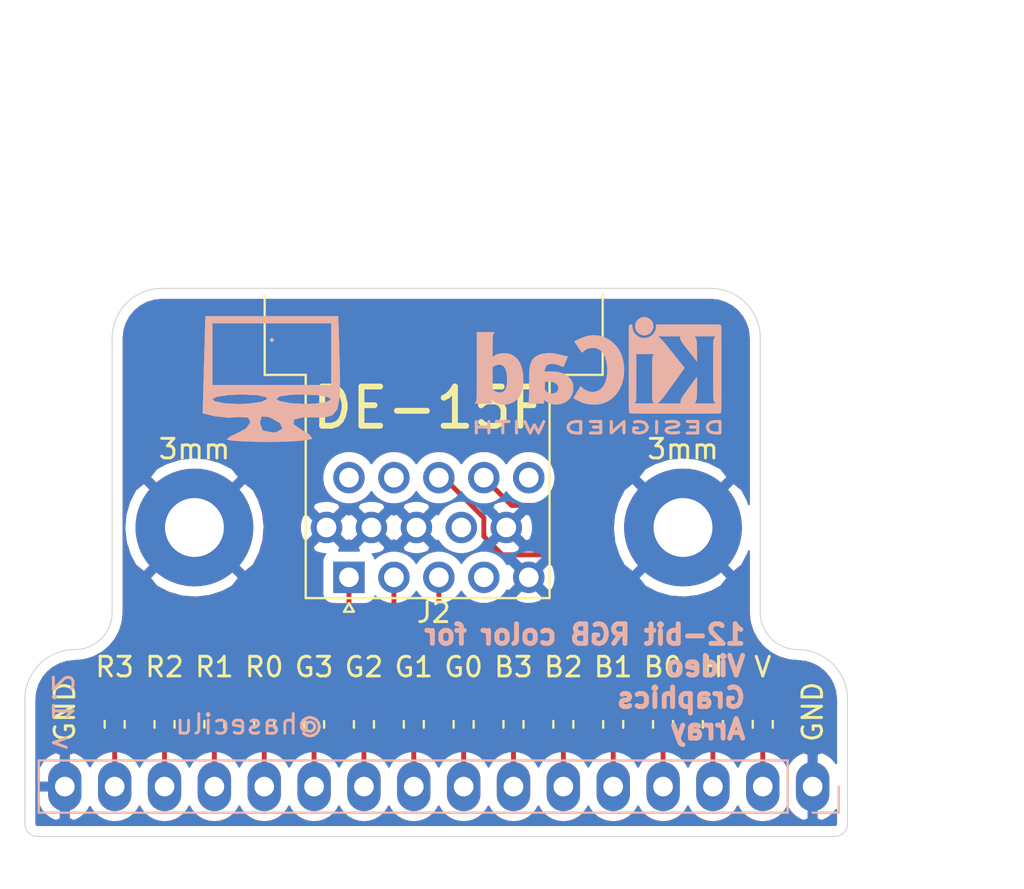
<source format=kicad_pcb>
(kicad_pcb (version 20171130) (host pcbnew 5.1.7-a382d34a8~88~ubuntu20.04.1)

  (general
    (thickness 1.6)
    (drawings 42)
    (tracks 43)
    (zones 0)
    (modules 20)
    (nets 26)
  )

  (page A4)
  (title_block
    (title "12-bit RGB color for VGA module/4-bit color depth")
    (date 2019-12-13)
    (rev 1.1)
    (company "Ulices AH")
    (comment 1 "4 bits per color channel/sample (bps)")
    (comment 2 "2⁴=16 different red, green and blue tonalities")
    (comment 3 "12 bits per pixel (bpp)")
    (comment 4 "2¹²=4096 different colors")
  )

  (layers
    (0 F.Cu signal)
    (31 B.Cu signal)
    (32 B.Adhes user)
    (33 F.Adhes user)
    (34 B.Paste user)
    (35 F.Paste user)
    (36 B.SilkS user)
    (37 F.SilkS user)
    (38 B.Mask user)
    (39 F.Mask user)
    (40 Dwgs.User user)
    (41 Cmts.User user)
    (42 Eco1.User user)
    (43 Eco2.User user)
    (44 Edge.Cuts user)
    (45 Margin user)
    (46 B.CrtYd user)
    (47 F.CrtYd user)
    (48 B.Fab user hide)
    (49 F.Fab user hide)
  )

  (setup
    (last_trace_width 0.25)
    (trace_clearance 0.2)
    (zone_clearance 0.508)
    (zone_45_only no)
    (trace_min 0.2)
    (via_size 0.8)
    (via_drill 0.4)
    (via_min_size 0.4)
    (via_min_drill 0.3)
    (uvia_size 0.3)
    (uvia_drill 0.1)
    (uvias_allowed no)
    (uvia_min_size 0.2)
    (uvia_min_drill 0.1)
    (edge_width 0.05)
    (segment_width 0.2)
    (pcb_text_width 0.3)
    (pcb_text_size 1.5 1.5)
    (mod_edge_width 0.12)
    (mod_text_size 1 1)
    (mod_text_width 0.15)
    (pad_size 6 6)
    (pad_drill 3)
    (pad_to_mask_clearance 0.051)
    (solder_mask_min_width 0.25)
    (aux_axis_origin 0 0)
    (visible_elements FFFFFF7F)
    (pcbplotparams
      (layerselection 0x010fc_ffffffff)
      (usegerberextensions false)
      (usegerberattributes false)
      (usegerberadvancedattributes false)
      (creategerberjobfile false)
      (excludeedgelayer false)
      (linewidth 0.100000)
      (plotframeref false)
      (viasonmask false)
      (mode 1)
      (useauxorigin false)
      (hpglpennumber 1)
      (hpglpenspeed 20)
      (hpglpendiameter 15.000000)
      (psnegative false)
      (psa4output false)
      (plotreference true)
      (plotvalue false)
      (plotinvisibletext false)
      (padsonsilk false)
      (subtractmaskfromsilk false)
      (outputformat 1)
      (mirror false)
      (drillshape 0)
      (scaleselection 1)
      (outputdirectory "gerber"))
  )

  (net 0 "")
  (net 1 "Net-(J1-Pad14)")
  (net 2 "Net-(J1-Pad13)")
  (net 3 "Net-(J1-Pad12)")
  (net 4 "Net-(J1-Pad11)")
  (net 5 "Net-(J1-Pad10)")
  (net 6 "Net-(J1-Pad9)")
  (net 7 "Net-(J1-Pad8)")
  (net 8 "Net-(J1-Pad7)")
  (net 9 "Net-(J1-Pad6)")
  (net 10 "Net-(J1-Pad5)")
  (net 11 "Net-(J1-Pad4)")
  (net 12 "Net-(J1-Pad3)")
  (net 13 "Net-(J1-Pad2)")
  (net 14 "Net-(J2-Pad15)")
  (net 15 "Net-(J2-Pad12)")
  (net 16 "Net-(J2-Pad11)")
  (net 17 "Net-(J2-Pad9)")
  (net 18 "Net-(J2-Pad4)")
  (net 19 GND)
  (net 20 /B)
  (net 21 /G)
  (net 22 /R)
  (net 23 /V)
  (net 24 /H)
  (net 25 "Net-(J1-Pad15)")

  (net_class Default "This is the default net class."
    (clearance 0.2)
    (trace_width 0.25)
    (via_dia 0.8)
    (via_drill 0.4)
    (uvia_dia 0.3)
    (uvia_drill 0.1)
    (add_net /B)
    (add_net /G)
    (add_net /H)
    (add_net /R)
    (add_net /V)
    (add_net GND)
    (add_net "Net-(J1-Pad10)")
    (add_net "Net-(J1-Pad11)")
    (add_net "Net-(J1-Pad12)")
    (add_net "Net-(J1-Pad13)")
    (add_net "Net-(J1-Pad14)")
    (add_net "Net-(J1-Pad15)")
    (add_net "Net-(J1-Pad2)")
    (add_net "Net-(J1-Pad3)")
    (add_net "Net-(J1-Pad4)")
    (add_net "Net-(J1-Pad5)")
    (add_net "Net-(J1-Pad6)")
    (add_net "Net-(J1-Pad7)")
    (add_net "Net-(J1-Pad8)")
    (add_net "Net-(J1-Pad9)")
    (add_net "Net-(J2-Pad11)")
    (add_net "Net-(J2-Pad12)")
    (add_net "Net-(J2-Pad15)")
    (add_net "Net-(J2-Pad4)")
    (add_net "Net-(J2-Pad9)")
  )

  (module VGA:monitor (layer B.Cu) (tedit 0) (tstamp 5DED4C51)
    (at 147.32 111.125 180)
    (fp_text reference G*** (at 0 0) (layer B.SilkS) hide
      (effects (font (size 1.524 1.524) (thickness 0.3)) (justify mirror))
    )
    (fp_text value LOGO (at 0.75 0) (layer B.SilkS) hide
      (effects (font (size 1.524 1.524) (thickness 0.3)) (justify mirror))
    )
    (fp_poly (pts (xy 0.241905 1.814286) (xy 0.120952 1.693334) (xy 0 1.814286) (xy 0.120952 1.935238)
      (xy 0.241905 1.814286)) (layer B.SilkS) (width 0.01))
    (fp_poly (pts (xy 3.576483 0.551) (xy 3.645348 -1.92181) (xy 3.027728 -2.076822) (xy 2.29793 -2.154715)
      (xy 1.809816 -2.117082) (xy 1.336148 -2.140624) (xy 1.208987 -2.373898) (xy 1.427611 -2.689732)
      (xy 1.814286 -2.902857) (xy 2.260776 -3.114159) (xy 2.419047 -3.259727) (xy 2.195153 -3.31563)
      (xy 1.595431 -3.358972) (xy 0.727823 -3.383458) (xy 0.241905 -3.386666) (xy -0.716852 -3.36769)
      (xy -1.460188 -3.31686) (xy -1.880178 -3.243324) (xy -1.935238 -3.202124) (xy -1.742641 -2.969701)
      (xy -1.418393 -2.778791) (xy -1.320819 -2.711847) (xy -0.411631 -2.711847) (xy -0.120953 -2.885545)
      (xy 0.100793 -2.902857) (xy 0.586517 -2.795801) (xy 0.725714 -2.426843) (xy 0.644596 -2.095594)
      (xy 0.313927 -2.10597) (xy 0.193886 -2.147564) (xy -0.302548 -2.432294) (xy -0.411631 -2.711847)
      (xy -1.320819 -2.711847) (xy -0.991642 -2.486004) (xy -1.013054 -2.25337) (xy -1.447085 -2.130973)
      (xy -1.878452 -2.130509) (xy -2.531504 -2.142076) (xy -2.964448 -2.029398) (xy -3.218396 -1.71473)
      (xy -3.317041 -1.209524) (xy -2.902857 -1.209524) (xy -2.684266 -1.342616) (xy -2.120937 -1.430478)
      (xy -1.586658 -1.451428) (xy -0.829072 -1.410271) (xy -0.285806 -1.304452) (xy -0.120953 -1.209524)
      (xy 0.362857 -1.209524) (xy 0.669959 -1.344085) (xy 1.299998 -1.431913) (xy 1.828562 -1.451428)
      (xy 2.552714 -1.411253) (xy 3.030773 -1.307719) (xy 3.144762 -1.209524) (xy 2.924191 -1.080966)
      (xy 2.346953 -0.993705) (xy 1.679057 -0.967619) (xy 0.845151 -1.003276) (xy 0.406805 -1.104093)
      (xy 0.362857 -1.209524) (xy -0.120953 -1.209524) (xy -0.249693 -1.068256) (xy -0.809474 -0.985626)
      (xy -1.437152 -0.967619) (xy -2.216084 -1.004023) (xy -2.744801 -1.099292) (xy -2.902857 -1.209524)
      (xy -3.317041 -1.209524) (xy -3.334458 -1.120329) (xy -3.353744 -0.168453) (xy -3.335439 0.624754)
      (xy -3.27626 2.660953) (xy -2.902857 2.660953) (xy -2.902857 -0.483809) (xy 3.144762 -0.483809)
      (xy 3.144762 2.660953) (xy -2.902857 2.660953) (xy -3.27626 2.660953) (xy -3.265714 3.02381)
      (xy 3.507619 3.02381) (xy 3.576483 0.551)) (layer B.SilkS) (width 0.01))
  )

  (module Symbol:KiCad-Logo2_5mm_SilkScreen (layer B.Cu) (tedit 0) (tstamp 5DED49C3)
    (at 163.83 111.125 180)
    (descr "KiCad Logo")
    (tags "Logo KiCad")
    (attr virtual)
    (fp_text reference REF** (at 0 5.08) (layer B.SilkS) hide
      (effects (font (size 1 1) (thickness 0.15)) (justify mirror))
    )
    (fp_text value KiCad-Logo2_5mm_SilkScreen (at 0 -5.08) (layer B.Fab) hide
      (effects (font (size 1 1) (thickness 0.15)) (justify mirror))
    )
    (fp_poly (pts (xy 6.228823 -2.274533) (xy 6.260202 -2.296776) (xy 6.287911 -2.324485) (xy 6.287911 -2.63392)
      (xy 6.287838 -2.725799) (xy 6.287495 -2.79784) (xy 6.286692 -2.85278) (xy 6.285241 -2.89336)
      (xy 6.282952 -2.922317) (xy 6.279636 -2.942391) (xy 6.275105 -2.956321) (xy 6.269169 -2.966845)
      (xy 6.264514 -2.9731) (xy 6.233783 -2.997673) (xy 6.198496 -3.000341) (xy 6.166245 -2.985271)
      (xy 6.155588 -2.976374) (xy 6.148464 -2.964557) (xy 6.144167 -2.945526) (xy 6.141991 -2.914992)
      (xy 6.141228 -2.868662) (xy 6.141155 -2.832871) (xy 6.141155 -2.698045) (xy 5.644444 -2.698045)
      (xy 5.644444 -2.8207) (xy 5.643931 -2.876787) (xy 5.641876 -2.915333) (xy 5.637508 -2.941361)
      (xy 5.630056 -2.959897) (xy 5.621047 -2.9731) (xy 5.590144 -2.997604) (xy 5.555196 -3.000506)
      (xy 5.521738 -2.983089) (xy 5.512604 -2.973959) (xy 5.506152 -2.961855) (xy 5.501897 -2.943001)
      (xy 5.499352 -2.91362) (xy 5.498029 -2.869937) (xy 5.497443 -2.808175) (xy 5.497375 -2.794)
      (xy 5.496891 -2.677631) (xy 5.496641 -2.581727) (xy 5.496723 -2.504177) (xy 5.497231 -2.442869)
      (xy 5.498262 -2.39569) (xy 5.499913 -2.36053) (xy 5.502279 -2.335276) (xy 5.505457 -2.317817)
      (xy 5.509544 -2.306041) (xy 5.514634 -2.297835) (xy 5.520266 -2.291645) (xy 5.552128 -2.271844)
      (xy 5.585357 -2.274533) (xy 5.616735 -2.296776) (xy 5.629433 -2.311126) (xy 5.637526 -2.326978)
      (xy 5.642042 -2.349554) (xy 5.644006 -2.384078) (xy 5.644444 -2.435776) (xy 5.644444 -2.551289)
      (xy 6.141155 -2.551289) (xy 6.141155 -2.432756) (xy 6.141662 -2.378148) (xy 6.143698 -2.341275)
      (xy 6.148035 -2.317307) (xy 6.155447 -2.301415) (xy 6.163733 -2.291645) (xy 6.195594 -2.271844)
      (xy 6.228823 -2.274533)) (layer B.SilkS) (width 0.01))
    (fp_poly (pts (xy 4.963065 -2.269163) (xy 5.041772 -2.269542) (xy 5.102863 -2.270333) (xy 5.148817 -2.27167)
      (xy 5.182114 -2.273683) (xy 5.205236 -2.276506) (xy 5.220662 -2.280269) (xy 5.230871 -2.285105)
      (xy 5.235813 -2.288822) (xy 5.261457 -2.321358) (xy 5.264559 -2.355138) (xy 5.248711 -2.385826)
      (xy 5.238348 -2.398089) (xy 5.227196 -2.40645) (xy 5.211035 -2.411657) (xy 5.185642 -2.414457)
      (xy 5.146798 -2.415596) (xy 5.09028 -2.415821) (xy 5.07918 -2.415822) (xy 4.933244 -2.415822)
      (xy 4.933244 -2.686756) (xy 4.933148 -2.772154) (xy 4.932711 -2.837864) (xy 4.931712 -2.886774)
      (xy 4.929928 -2.921773) (xy 4.927137 -2.945749) (xy 4.923117 -2.961593) (xy 4.917645 -2.972191)
      (xy 4.910666 -2.980267) (xy 4.877734 -3.000112) (xy 4.843354 -2.998548) (xy 4.812176 -2.975906)
      (xy 4.809886 -2.9731) (xy 4.802429 -2.962492) (xy 4.796747 -2.950081) (xy 4.792601 -2.93285)
      (xy 4.78975 -2.907784) (xy 4.787954 -2.871867) (xy 4.786972 -2.822083) (xy 4.786564 -2.755417)
      (xy 4.786489 -2.679589) (xy 4.786489 -2.415822) (xy 4.647127 -2.415822) (xy 4.587322 -2.415418)
      (xy 4.545918 -2.41384) (xy 4.518748 -2.410547) (xy 4.501646 -2.404992) (xy 4.490443 -2.396631)
      (xy 4.489083 -2.395178) (xy 4.472725 -2.361939) (xy 4.474172 -2.324362) (xy 4.492978 -2.291645)
      (xy 4.50025 -2.285298) (xy 4.509627 -2.280266) (xy 4.523609 -2.276396) (xy 4.544696 -2.273537)
      (xy 4.575389 -2.271535) (xy 4.618189 -2.270239) (xy 4.675595 -2.269498) (xy 4.75011 -2.269158)
      (xy 4.844233 -2.269068) (xy 4.86426 -2.269067) (xy 4.963065 -2.269163)) (layer B.SilkS) (width 0.01))
    (fp_poly (pts (xy 4.188614 -2.275877) (xy 4.212327 -2.290647) (xy 4.238978 -2.312227) (xy 4.238978 -2.633773)
      (xy 4.238893 -2.72783) (xy 4.238529 -2.801932) (xy 4.237724 -2.858704) (xy 4.236313 -2.900768)
      (xy 4.234133 -2.930748) (xy 4.231021 -2.951267) (xy 4.226814 -2.964949) (xy 4.221348 -2.974416)
      (xy 4.217472 -2.979082) (xy 4.186034 -2.999575) (xy 4.150233 -2.998739) (xy 4.118873 -2.981264)
      (xy 4.092222 -2.959684) (xy 4.092222 -2.312227) (xy 4.118873 -2.290647) (xy 4.144594 -2.274949)
      (xy 4.1656 -2.269067) (xy 4.188614 -2.275877)) (layer B.SilkS) (width 0.01))
    (fp_poly (pts (xy 3.744665 -2.271034) (xy 3.764255 -2.278035) (xy 3.76501 -2.278377) (xy 3.791613 -2.298678)
      (xy 3.80627 -2.319561) (xy 3.809138 -2.329352) (xy 3.808996 -2.342361) (xy 3.804961 -2.360895)
      (xy 3.796146 -2.387257) (xy 3.781669 -2.423752) (xy 3.760645 -2.472687) (xy 3.732188 -2.536365)
      (xy 3.695415 -2.617093) (xy 3.675175 -2.661216) (xy 3.638625 -2.739985) (xy 3.604315 -2.812423)
      (xy 3.573552 -2.87588) (xy 3.547648 -2.927708) (xy 3.52791 -2.965259) (xy 3.51565 -2.985884)
      (xy 3.513224 -2.988733) (xy 3.482183 -3.001302) (xy 3.447121 -2.999619) (xy 3.419 -2.984332)
      (xy 3.417854 -2.983089) (xy 3.406668 -2.966154) (xy 3.387904 -2.93317) (xy 3.363875 -2.88838)
      (xy 3.336897 -2.836032) (xy 3.327201 -2.816742) (xy 3.254014 -2.67015) (xy 3.17424 -2.829393)
      (xy 3.145767 -2.884415) (xy 3.11935 -2.932132) (xy 3.097148 -2.968893) (xy 3.081319 -2.991044)
      (xy 3.075954 -2.995741) (xy 3.034257 -3.002102) (xy 2.999849 -2.988733) (xy 2.989728 -2.974446)
      (xy 2.972214 -2.942692) (xy 2.948735 -2.896597) (xy 2.92072 -2.839285) (xy 2.889599 -2.77388)
      (xy 2.856799 -2.703507) (xy 2.82375 -2.631291) (xy 2.791881 -2.560355) (xy 2.762619 -2.493825)
      (xy 2.737395 -2.434826) (xy 2.717636 -2.386481) (xy 2.704772 -2.351915) (xy 2.700231 -2.334253)
      (xy 2.700277 -2.333613) (xy 2.711326 -2.311388) (xy 2.73341 -2.288753) (xy 2.73471 -2.287768)
      (xy 2.761853 -2.272425) (xy 2.786958 -2.272574) (xy 2.796368 -2.275466) (xy 2.807834 -2.281718)
      (xy 2.82001 -2.294014) (xy 2.834357 -2.314908) (xy 2.852336 -2.346949) (xy 2.875407 -2.392688)
      (xy 2.90503 -2.454677) (xy 2.931745 -2.511898) (xy 2.96248 -2.578226) (xy 2.990021 -2.637874)
      (xy 3.012938 -2.687725) (xy 3.029798 -2.724664) (xy 3.039173 -2.745573) (xy 3.04054 -2.748845)
      (xy 3.046689 -2.743497) (xy 3.060822 -2.721109) (xy 3.081057 -2.684946) (xy 3.105515 -2.638277)
      (xy 3.115248 -2.619022) (xy 3.148217 -2.554004) (xy 3.173643 -2.506654) (xy 3.193612 -2.474219)
      (xy 3.21021 -2.453946) (xy 3.225524 -2.443082) (xy 3.24164 -2.438875) (xy 3.252143 -2.4384)
      (xy 3.27067 -2.440042) (xy 3.286904 -2.446831) (xy 3.303035 -2.461566) (xy 3.321251 -2.487044)
      (xy 3.343739 -2.526061) (xy 3.372689 -2.581414) (xy 3.388662 -2.612903) (xy 3.41457 -2.663087)
      (xy 3.437167 -2.704704) (xy 3.454458 -2.734242) (xy 3.46445 -2.748189) (xy 3.465809 -2.74877)
      (xy 3.472261 -2.737793) (xy 3.486708 -2.70929) (xy 3.507703 -2.666244) (xy 3.533797 -2.611638)
      (xy 3.563546 -2.548454) (xy 3.57818 -2.517071) (xy 3.61625 -2.436078) (xy 3.646905 -2.373756)
      (xy 3.671737 -2.328071) (xy 3.692337 -2.296989) (xy 3.710298 -2.278478) (xy 3.72721 -2.270504)
      (xy 3.744665 -2.271034)) (layer B.SilkS) (width 0.01))
    (fp_poly (pts (xy 1.018309 -2.269275) (xy 1.147288 -2.273636) (xy 1.256991 -2.286861) (xy 1.349226 -2.309741)
      (xy 1.425802 -2.34307) (xy 1.488527 -2.387638) (xy 1.539212 -2.444236) (xy 1.579663 -2.513658)
      (xy 1.580459 -2.515351) (xy 1.604601 -2.577483) (xy 1.613203 -2.632509) (xy 1.606231 -2.687887)
      (xy 1.583654 -2.751073) (xy 1.579372 -2.760689) (xy 1.550172 -2.816966) (xy 1.517356 -2.860451)
      (xy 1.475002 -2.897417) (xy 1.41719 -2.934135) (xy 1.413831 -2.936052) (xy 1.363504 -2.960227)
      (xy 1.306621 -2.978282) (xy 1.239527 -2.990839) (xy 1.158565 -2.998522) (xy 1.060082 -3.001953)
      (xy 1.025286 -3.002251) (xy 0.859594 -3.002845) (xy 0.836197 -2.9731) (xy 0.829257 -2.963319)
      (xy 0.823842 -2.951897) (xy 0.819765 -2.936095) (xy 0.816837 -2.913175) (xy 0.814867 -2.880396)
      (xy 0.814225 -2.856089) (xy 0.970844 -2.856089) (xy 1.064726 -2.856089) (xy 1.119664 -2.854483)
      (xy 1.17606 -2.850255) (xy 1.222345 -2.844292) (xy 1.225139 -2.84379) (xy 1.307348 -2.821736)
      (xy 1.371114 -2.7886) (xy 1.418452 -2.742847) (xy 1.451382 -2.682939) (xy 1.457108 -2.667061)
      (xy 1.462721 -2.642333) (xy 1.460291 -2.617902) (xy 1.448467 -2.5854) (xy 1.44134 -2.569434)
      (xy 1.418 -2.527006) (xy 1.38988 -2.49724) (xy 1.35894 -2.476511) (xy 1.296966 -2.449537)
      (xy 1.217651 -2.429998) (xy 1.125253 -2.418746) (xy 1.058333 -2.41627) (xy 0.970844 -2.415822)
      (xy 0.970844 -2.856089) (xy 0.814225 -2.856089) (xy 0.813668 -2.835021) (xy 0.81305 -2.774311)
      (xy 0.812825 -2.695526) (xy 0.8128 -2.63392) (xy 0.8128 -2.324485) (xy 0.840509 -2.296776)
      (xy 0.852806 -2.285544) (xy 0.866103 -2.277853) (xy 0.884672 -2.27304) (xy 0.912786 -2.270446)
      (xy 0.954717 -2.26941) (xy 1.014737 -2.26927) (xy 1.018309 -2.269275)) (layer B.SilkS) (width 0.01))
    (fp_poly (pts (xy 0.230343 -2.26926) (xy 0.306701 -2.270174) (xy 0.365217 -2.272311) (xy 0.408255 -2.276175)
      (xy 0.438183 -2.282267) (xy 0.457368 -2.29109) (xy 0.468176 -2.303146) (xy 0.472973 -2.318939)
      (xy 0.474127 -2.33897) (xy 0.474133 -2.341335) (xy 0.473131 -2.363992) (xy 0.468396 -2.381503)
      (xy 0.457333 -2.394574) (xy 0.437348 -2.403913) (xy 0.405846 -2.410227) (xy 0.360232 -2.414222)
      (xy 0.297913 -2.416606) (xy 0.216293 -2.418086) (xy 0.191277 -2.418414) (xy -0.0508 -2.421467)
      (xy -0.054186 -2.486378) (xy -0.057571 -2.551289) (xy 0.110576 -2.551289) (xy 0.176266 -2.551531)
      (xy 0.223172 -2.552556) (xy 0.255083 -2.554811) (xy 0.275791 -2.558742) (xy 0.289084 -2.564798)
      (xy 0.298755 -2.573424) (xy 0.298817 -2.573493) (xy 0.316356 -2.607112) (xy 0.315722 -2.643448)
      (xy 0.297314 -2.674423) (xy 0.293671 -2.677607) (xy 0.280741 -2.685812) (xy 0.263024 -2.691521)
      (xy 0.23657 -2.695162) (xy 0.197432 -2.697167) (xy 0.141662 -2.697964) (xy 0.105994 -2.698045)
      (xy -0.056445 -2.698045) (xy -0.056445 -2.856089) (xy 0.190161 -2.856089) (xy 0.27158 -2.856231)
      (xy 0.33341 -2.856814) (xy 0.378637 -2.858068) (xy 0.410248 -2.860227) (xy 0.431231 -2.863523)
      (xy 0.444573 -2.868189) (xy 0.453261 -2.874457) (xy 0.45545 -2.876733) (xy 0.471614 -2.90828)
      (xy 0.472797 -2.944168) (xy 0.459536 -2.975285) (xy 0.449043 -2.985271) (xy 0.438129 -2.990769)
      (xy 0.421217 -2.995022) (xy 0.395633 -2.99818) (xy 0.358701 -3.000392) (xy 0.307746 -3.001806)
      (xy 0.240094 -3.002572) (xy 0.153069 -3.002838) (xy 0.133394 -3.002845) (xy 0.044911 -3.002787)
      (xy -0.023773 -3.002467) (xy -0.075436 -3.001667) (xy -0.112855 -3.000167) (xy -0.13881 -2.997749)
      (xy -0.156078 -2.994194) (xy -0.167438 -2.989282) (xy -0.175668 -2.982795) (xy -0.180183 -2.978138)
      (xy -0.186979 -2.969889) (xy -0.192288 -2.959669) (xy -0.196294 -2.9448) (xy -0.199179 -2.922602)
      (xy -0.201126 -2.890393) (xy -0.202319 -2.845496) (xy -0.202939 -2.785228) (xy -0.203171 -2.706911)
      (xy -0.2032 -2.640994) (xy -0.203129 -2.548628) (xy -0.202792 -2.476117) (xy -0.202002 -2.420737)
      (xy -0.200574 -2.379765) (xy -0.198321 -2.350478) (xy -0.195057 -2.330153) (xy -0.190596 -2.316066)
      (xy -0.184752 -2.305495) (xy -0.179803 -2.298811) (xy -0.156406 -2.269067) (xy 0.133774 -2.269067)
      (xy 0.230343 -2.26926)) (layer B.SilkS) (width 0.01))
    (fp_poly (pts (xy -1.300114 -2.273448) (xy -1.276548 -2.287273) (xy -1.245735 -2.309881) (xy -1.206078 -2.342338)
      (xy -1.15598 -2.385708) (xy -1.093843 -2.441058) (xy -1.018072 -2.509451) (xy -0.931334 -2.588084)
      (xy -0.750711 -2.751878) (xy -0.745067 -2.532029) (xy -0.743029 -2.456351) (xy -0.741063 -2.399994)
      (xy -0.738734 -2.359706) (xy -0.735606 -2.332235) (xy -0.731245 -2.314329) (xy -0.725216 -2.302737)
      (xy -0.717084 -2.294208) (xy -0.712772 -2.290623) (xy -0.678241 -2.27167) (xy -0.645383 -2.274441)
      (xy -0.619318 -2.290633) (xy -0.592667 -2.312199) (xy -0.589352 -2.627151) (xy -0.588435 -2.719779)
      (xy -0.587968 -2.792544) (xy -0.588113 -2.848161) (xy -0.589032 -2.889342) (xy -0.590887 -2.918803)
      (xy -0.593839 -2.939255) (xy -0.59805 -2.953413) (xy -0.603682 -2.963991) (xy -0.609927 -2.972474)
      (xy -0.623439 -2.988207) (xy -0.636883 -2.998636) (xy -0.652124 -3.002639) (xy -0.671026 -2.999094)
      (xy -0.695455 -2.986879) (xy -0.727273 -2.964871) (xy -0.768348 -2.931949) (xy -0.820542 -2.886991)
      (xy -0.885722 -2.828875) (xy -0.959556 -2.762099) (xy -1.224845 -2.521458) (xy -1.230489 -2.740589)
      (xy -1.232531 -2.816128) (xy -1.234502 -2.872354) (xy -1.236839 -2.912524) (xy -1.239981 -2.939896)
      (xy -1.244364 -2.957728) (xy -1.250424 -2.969279) (xy -1.2586 -2.977807) (xy -1.262784 -2.981282)
      (xy -1.299765 -3.000372) (xy -1.334708 -2.997493) (xy -1.365136 -2.9731) (xy -1.372097 -2.963286)
      (xy -1.377523 -2.951826) (xy -1.381603 -2.935968) (xy -1.384529 -2.912963) (xy -1.386492 -2.880062)
      (xy -1.387683 -2.834516) (xy -1.388292 -2.773573) (xy -1.388511 -2.694486) (xy -1.388534 -2.635956)
      (xy -1.38846 -2.544407) (xy -1.388113 -2.472687) (xy -1.387301 -2.418045) (xy -1.385833 -2.377732)
      (xy -1.383519 -2.348998) (xy -1.380167 -2.329093) (xy -1.375588 -2.315268) (xy -1.369589 -2.304772)
      (xy -1.365136 -2.298811) (xy -1.35385 -2.284691) (xy -1.343301 -2.274029) (xy -1.331893 -2.267892)
      (xy -1.31803 -2.267343) (xy -1.300114 -2.273448)) (layer B.SilkS) (width 0.01))
    (fp_poly (pts (xy -1.950081 -2.274599) (xy -1.881565 -2.286095) (xy -1.828943 -2.303967) (xy -1.794708 -2.327499)
      (xy -1.785379 -2.340924) (xy -1.775893 -2.372148) (xy -1.782277 -2.400395) (xy -1.80243 -2.427182)
      (xy -1.833745 -2.439713) (xy -1.879183 -2.438696) (xy -1.914326 -2.431906) (xy -1.992419 -2.418971)
      (xy -2.072226 -2.417742) (xy -2.161555 -2.428241) (xy -2.186229 -2.43269) (xy -2.269291 -2.456108)
      (xy -2.334273 -2.490945) (xy -2.380461 -2.536604) (xy -2.407145 -2.592494) (xy -2.412663 -2.621388)
      (xy -2.409051 -2.680012) (xy -2.385729 -2.731879) (xy -2.344824 -2.775978) (xy -2.288459 -2.811299)
      (xy -2.21876 -2.836829) (xy -2.137852 -2.851559) (xy -2.04786 -2.854478) (xy -1.95091 -2.844575)
      (xy -1.945436 -2.843641) (xy -1.906875 -2.836459) (xy -1.885494 -2.829521) (xy -1.876227 -2.819227)
      (xy -1.874006 -2.801976) (xy -1.873956 -2.792841) (xy -1.873956 -2.754489) (xy -1.942431 -2.754489)
      (xy -2.0029 -2.750347) (xy -2.044165 -2.737147) (xy -2.068175 -2.71373) (xy -2.076877 -2.678936)
      (xy -2.076983 -2.674394) (xy -2.071892 -2.644654) (xy -2.054433 -2.623419) (xy -2.021939 -2.609366)
      (xy -1.971743 -2.601173) (xy -1.923123 -2.598161) (xy -1.852456 -2.596433) (xy -1.801198 -2.59907)
      (xy -1.766239 -2.6088) (xy -1.74447 -2.628353) (xy -1.73278 -2.660456) (xy -1.72806 -2.707838)
      (xy -1.7272 -2.770071) (xy -1.728609 -2.839535) (xy -1.732848 -2.886786) (xy -1.739936 -2.912012)
      (xy -1.741311 -2.913988) (xy -1.780228 -2.945508) (xy -1.837286 -2.97047) (xy -1.908869 -2.98834)
      (xy -1.991358 -2.998586) (xy -2.081139 -3.000673) (xy -2.174592 -2.994068) (xy -2.229556 -2.985956)
      (xy -2.315766 -2.961554) (xy -2.395892 -2.921662) (xy -2.462977 -2.869887) (xy -2.473173 -2.859539)
      (xy -2.506302 -2.816035) (xy -2.536194 -2.762118) (xy -2.559357 -2.705592) (xy -2.572298 -2.654259)
      (xy -2.573858 -2.634544) (xy -2.567218 -2.593419) (xy -2.549568 -2.542252) (xy -2.524297 -2.488394)
      (xy -2.494789 -2.439195) (xy -2.468719 -2.406334) (xy -2.407765 -2.357452) (xy -2.328969 -2.318545)
      (xy -2.235157 -2.290494) (xy -2.12915 -2.274179) (xy -2.032 -2.270192) (xy -1.950081 -2.274599)) (layer B.SilkS) (width 0.01))
    (fp_poly (pts (xy -2.923822 -2.291645) (xy -2.917242 -2.299218) (xy -2.912079 -2.308987) (xy -2.908164 -2.323571)
      (xy -2.905324 -2.345585) (xy -2.903387 -2.377648) (xy -2.902183 -2.422375) (xy -2.901539 -2.482385)
      (xy -2.901284 -2.560294) (xy -2.901245 -2.635956) (xy -2.901314 -2.729802) (xy -2.901638 -2.803689)
      (xy -2.902386 -2.860232) (xy -2.903732 -2.902049) (xy -2.905846 -2.931757) (xy -2.9089 -2.951973)
      (xy -2.913066 -2.965314) (xy -2.918516 -2.974398) (xy -2.923822 -2.980267) (xy -2.956826 -2.999947)
      (xy -2.991991 -2.998181) (xy -3.023455 -2.976717) (xy -3.030684 -2.968337) (xy -3.036334 -2.958614)
      (xy -3.040599 -2.944861) (xy -3.043673 -2.924389) (xy -3.045752 -2.894512) (xy -3.04703 -2.852541)
      (xy -3.047701 -2.795789) (xy -3.047959 -2.721567) (xy -3.048 -2.637537) (xy -3.048 -2.324485)
      (xy -3.020291 -2.296776) (xy -2.986137 -2.273463) (xy -2.953006 -2.272623) (xy -2.923822 -2.291645)) (layer B.SilkS) (width 0.01))
    (fp_poly (pts (xy -3.691703 -2.270351) (xy -3.616888 -2.275581) (xy -3.547306 -2.28375) (xy -3.487002 -2.29455)
      (xy -3.44002 -2.307673) (xy -3.410406 -2.322813) (xy -3.40586 -2.327269) (xy -3.390054 -2.36185)
      (xy -3.394847 -2.397351) (xy -3.419364 -2.427725) (xy -3.420534 -2.428596) (xy -3.434954 -2.437954)
      (xy -3.450008 -2.442876) (xy -3.471005 -2.443473) (xy -3.503257 -2.439861) (xy -3.552073 -2.432154)
      (xy -3.556 -2.431505) (xy -3.628739 -2.422569) (xy -3.707217 -2.418161) (xy -3.785927 -2.418119)
      (xy -3.859361 -2.422279) (xy -3.922011 -2.430479) (xy -3.96837 -2.442557) (xy -3.971416 -2.443771)
      (xy -4.005048 -2.462615) (xy -4.016864 -2.481685) (xy -4.007614 -2.500439) (xy -3.978047 -2.518337)
      (xy -3.928911 -2.534837) (xy -3.860957 -2.549396) (xy -3.815645 -2.556406) (xy -3.721456 -2.569889)
      (xy -3.646544 -2.582214) (xy -3.587717 -2.594449) (xy -3.541785 -2.607661) (xy -3.505555 -2.622917)
      (xy -3.475838 -2.641285) (xy -3.449442 -2.663831) (xy -3.42823 -2.685971) (xy -3.403065 -2.716819)
      (xy -3.390681 -2.743345) (xy -3.386808 -2.776026) (xy -3.386667 -2.787995) (xy -3.389576 -2.827712)
      (xy -3.401202 -2.857259) (xy -3.421323 -2.883486) (xy -3.462216 -2.923576) (xy -3.507817 -2.954149)
      (xy -3.561513 -2.976203) (xy -3.626692 -2.990735) (xy -3.706744 -2.998741) (xy -3.805057 -3.001218)
      (xy -3.821289 -3.001177) (xy -3.886849 -2.999818) (xy -3.951866 -2.99673) (xy -4.009252 -2.992356)
      (xy -4.051922 -2.98714) (xy -4.055372 -2.986541) (xy -4.097796 -2.976491) (xy -4.13378 -2.963796)
      (xy -4.15415 -2.95219) (xy -4.173107 -2.921572) (xy -4.174427 -2.885918) (xy -4.158085 -2.854144)
      (xy -4.154429 -2.850551) (xy -4.139315 -2.839876) (xy -4.120415 -2.835276) (xy -4.091162 -2.836059)
      (xy -4.055651 -2.840127) (xy -4.01597 -2.843762) (xy -3.960345 -2.846828) (xy -3.895406 -2.849053)
      (xy -3.827785 -2.850164) (xy -3.81 -2.850237) (xy -3.742128 -2.849964) (xy -3.692454 -2.848646)
      (xy -3.65661 -2.845827) (xy -3.630224 -2.84105) (xy -3.608926 -2.833857) (xy -3.596126 -2.827867)
      (xy -3.568 -2.811233) (xy -3.550068 -2.796168) (xy -3.547447 -2.791897) (xy -3.552976 -2.774263)
      (xy -3.57926 -2.757192) (xy -3.624478 -2.741458) (xy -3.686808 -2.727838) (xy -3.705171 -2.724804)
      (xy -3.80109 -2.709738) (xy -3.877641 -2.697146) (xy -3.93778 -2.686111) (xy -3.98446 -2.67572)
      (xy -4.020637 -2.665056) (xy -4.049265 -2.653205) (xy -4.073298 -2.639251) (xy -4.095692 -2.622281)
      (xy -4.119402 -2.601378) (xy -4.12738 -2.594049) (xy -4.155353 -2.566699) (xy -4.17016 -2.545029)
      (xy -4.175952 -2.520232) (xy -4.176889 -2.488983) (xy -4.166575 -2.427705) (xy -4.135752 -2.37564)
      (xy -4.084595 -2.332958) (xy -4.013283 -2.299825) (xy -3.9624 -2.284964) (xy -3.9071 -2.275366)
      (xy -3.840853 -2.269936) (xy -3.767706 -2.268367) (xy -3.691703 -2.270351)) (layer B.SilkS) (width 0.01))
    (fp_poly (pts (xy -4.712794 -2.269146) (xy -4.643386 -2.269518) (xy -4.590997 -2.270385) (xy -4.552847 -2.271946)
      (xy -4.526159 -2.274403) (xy -4.508153 -2.277957) (xy -4.496049 -2.28281) (xy -4.487069 -2.289161)
      (xy -4.483818 -2.292084) (xy -4.464043 -2.323142) (xy -4.460482 -2.358828) (xy -4.473491 -2.39051)
      (xy -4.479506 -2.396913) (xy -4.489235 -2.403121) (xy -4.504901 -2.40791) (xy -4.529408 -2.411514)
      (xy -4.565661 -2.414164) (xy -4.616565 -2.416095) (xy -4.685026 -2.417539) (xy -4.747617 -2.418418)
      (xy -4.995334 -2.421467) (xy -4.998719 -2.486378) (xy -5.002105 -2.551289) (xy -4.833958 -2.551289)
      (xy -4.760959 -2.551919) (xy -4.707517 -2.554553) (xy -4.670628 -2.560309) (xy -4.647288 -2.570304)
      (xy -4.634494 -2.585656) (xy -4.629242 -2.607482) (xy -4.628445 -2.627738) (xy -4.630923 -2.652592)
      (xy -4.640277 -2.670906) (xy -4.659383 -2.683637) (xy -4.691118 -2.691741) (xy -4.738359 -2.696176)
      (xy -4.803983 -2.697899) (xy -4.839801 -2.698045) (xy -5.000978 -2.698045) (xy -5.000978 -2.856089)
      (xy -4.752622 -2.856089) (xy -4.671213 -2.856202) (xy -4.609342 -2.856712) (xy -4.563968 -2.85787)
      (xy -4.532054 -2.85993) (xy -4.510559 -2.863146) (xy -4.496443 -2.867772) (xy -4.486668 -2.874059)
      (xy -4.481689 -2.878667) (xy -4.46461 -2.90556) (xy -4.459111 -2.929467) (xy -4.466963 -2.958667)
      (xy -4.481689 -2.980267) (xy -4.489546 -2.987066) (xy -4.499688 -2.992346) (xy -4.514844 -2.996298)
      (xy -4.537741 -2.999113) (xy -4.571109 -3.000982) (xy -4.617675 -3.002098) (xy -4.680167 -3.002651)
      (xy -4.761314 -3.002833) (xy -4.803422 -3.002845) (xy -4.893598 -3.002765) (xy -4.963924 -3.002398)
      (xy -5.017129 -3.001552) (xy -5.05594 -3.000036) (xy -5.083087 -2.997659) (xy -5.101298 -2.994229)
      (xy -5.1133 -2.989554) (xy -5.121822 -2.983444) (xy -5.125156 -2.980267) (xy -5.131755 -2.97267)
      (xy -5.136927 -2.96287) (xy -5.140846 -2.948239) (xy -5.143684 -2.926152) (xy -5.145615 -2.893982)
      (xy -5.146812 -2.849103) (xy -5.147448 -2.788889) (xy -5.147697 -2.710713) (xy -5.147734 -2.637923)
      (xy -5.1477 -2.544707) (xy -5.147465 -2.471431) (xy -5.14683 -2.415458) (xy -5.145594 -2.374151)
      (xy -5.143556 -2.344872) (xy -5.140517 -2.324984) (xy -5.136277 -2.31185) (xy -5.130635 -2.302832)
      (xy -5.123391 -2.295293) (xy -5.121606 -2.293612) (xy -5.112945 -2.286172) (xy -5.102882 -2.280409)
      (xy -5.088625 -2.276112) (xy -5.067383 -2.273064) (xy -5.036364 -2.271051) (xy -4.992777 -2.26986)
      (xy -4.933831 -2.269275) (xy -4.856734 -2.269083) (xy -4.802001 -2.269067) (xy -4.712794 -2.269146)) (layer B.SilkS) (width 0.01))
    (fp_poly (pts (xy -6.121371 -2.269066) (xy -6.081889 -2.269467) (xy -5.9662 -2.272259) (xy -5.869311 -2.28055)
      (xy -5.787919 -2.295232) (xy -5.718723 -2.317193) (xy -5.65842 -2.347322) (xy -5.603708 -2.38651)
      (xy -5.584167 -2.403532) (xy -5.55175 -2.443363) (xy -5.52252 -2.497413) (xy -5.499991 -2.557323)
      (xy -5.487679 -2.614739) (xy -5.4864 -2.635956) (xy -5.494417 -2.694769) (xy -5.515899 -2.759013)
      (xy -5.546999 -2.819821) (xy -5.583866 -2.86833) (xy -5.589854 -2.874182) (xy -5.640579 -2.915321)
      (xy -5.696125 -2.947435) (xy -5.759696 -2.971365) (xy -5.834494 -2.987953) (xy -5.923722 -2.998041)
      (xy -6.030582 -3.002469) (xy -6.079528 -3.002845) (xy -6.141762 -3.002545) (xy -6.185528 -3.001292)
      (xy -6.214931 -2.998554) (xy -6.234079 -2.993801) (xy -6.247077 -2.986501) (xy -6.254045 -2.980267)
      (xy -6.260626 -2.972694) (xy -6.265788 -2.962924) (xy -6.269703 -2.94834) (xy -6.272543 -2.926326)
      (xy -6.27448 -2.894264) (xy -6.275684 -2.849536) (xy -6.276328 -2.789526) (xy -6.276583 -2.711617)
      (xy -6.276622 -2.635956) (xy -6.27687 -2.535041) (xy -6.276817 -2.454427) (xy -6.275857 -2.415822)
      (xy -6.129867 -2.415822) (xy -6.129867 -2.856089) (xy -6.036734 -2.856004) (xy -5.980693 -2.854396)
      (xy -5.921999 -2.850256) (xy -5.873028 -2.844464) (xy -5.871538 -2.844226) (xy -5.792392 -2.82509)
      (xy -5.731002 -2.795287) (xy -5.684305 -2.752878) (xy -5.654635 -2.706961) (xy -5.636353 -2.656026)
      (xy -5.637771 -2.6082) (xy -5.658988 -2.556933) (xy -5.700489 -2.503899) (xy -5.757998 -2.4646)
      (xy -5.83275 -2.438331) (xy -5.882708 -2.429035) (xy -5.939416 -2.422507) (xy -5.999519 -2.417782)
      (xy -6.050639 -2.415817) (xy -6.053667 -2.415808) (xy -6.129867 -2.415822) (xy -6.275857 -2.415822)
      (xy -6.27526 -2.391851) (xy -6.270998 -2.345055) (xy -6.26283 -2.311778) (xy -6.249556 -2.289759)
      (xy -6.229974 -2.276739) (xy -6.202883 -2.270457) (xy -6.167082 -2.268653) (xy -6.121371 -2.269066)) (layer B.SilkS) (width 0.01))
    (fp_poly (pts (xy -2.273043 2.973429) (xy -2.176768 2.949191) (xy -2.090184 2.906359) (xy -2.015373 2.846581)
      (xy -1.954418 2.771506) (xy -1.909399 2.68278) (xy -1.883136 2.58647) (xy -1.877286 2.489205)
      (xy -1.89214 2.395346) (xy -1.92584 2.307489) (xy -1.976528 2.22823) (xy -2.042345 2.160164)
      (xy -2.121434 2.105888) (xy -2.211934 2.067998) (xy -2.2632 2.055574) (xy -2.307698 2.048053)
      (xy -2.341999 2.045081) (xy -2.37496 2.046906) (xy -2.415434 2.053775) (xy -2.448531 2.06075)
      (xy -2.541947 2.092259) (xy -2.625619 2.143383) (xy -2.697665 2.212571) (xy -2.7562 2.298272)
      (xy -2.770148 2.325511) (xy -2.786586 2.361878) (xy -2.796894 2.392418) (xy -2.80246 2.42455)
      (xy -2.804669 2.465693) (xy -2.804948 2.511778) (xy -2.800861 2.596135) (xy -2.787446 2.665414)
      (xy -2.762256 2.726039) (xy -2.722846 2.784433) (xy -2.684298 2.828698) (xy -2.612406 2.894516)
      (xy -2.537313 2.939947) (xy -2.454562 2.96715) (xy -2.376928 2.977424) (xy -2.273043 2.973429)) (layer B.SilkS) (width 0.01))
    (fp_poly (pts (xy 6.186507 0.527755) (xy 6.186526 0.293338) (xy 6.186552 0.080397) (xy 6.186625 -0.112168)
      (xy 6.186782 -0.285459) (xy 6.187064 -0.440576) (xy 6.187509 -0.57862) (xy 6.188156 -0.700692)
      (xy 6.189045 -0.807894) (xy 6.190213 -0.901326) (xy 6.191701 -0.98209) (xy 6.193546 -1.051286)
      (xy 6.195789 -1.110015) (xy 6.198469 -1.159379) (xy 6.201623 -1.200478) (xy 6.205292 -1.234413)
      (xy 6.209513 -1.262286) (xy 6.214327 -1.285198) (xy 6.219773 -1.304249) (xy 6.225888 -1.32054)
      (xy 6.232712 -1.335173) (xy 6.240285 -1.349249) (xy 6.248645 -1.363868) (xy 6.253839 -1.372974)
      (xy 6.288104 -1.433689) (xy 5.429955 -1.433689) (xy 5.429955 -1.337733) (xy 5.429224 -1.29437)
      (xy 5.427272 -1.261205) (xy 5.424463 -1.243424) (xy 5.423221 -1.241778) (xy 5.411799 -1.248662)
      (xy 5.389084 -1.266505) (xy 5.366385 -1.285879) (xy 5.3118 -1.326614) (xy 5.242321 -1.367617)
      (xy 5.16527 -1.405123) (xy 5.087965 -1.435364) (xy 5.057113 -1.445012) (xy 4.988616 -1.459578)
      (xy 4.905764 -1.469539) (xy 4.816371 -1.474583) (xy 4.728248 -1.474396) (xy 4.649207 -1.468666)
      (xy 4.611511 -1.462858) (xy 4.473414 -1.424797) (xy 4.346113 -1.367073) (xy 4.230292 -1.290211)
      (xy 4.126637 -1.194739) (xy 4.035833 -1.081179) (xy 3.969031 -0.970381) (xy 3.914164 -0.853625)
      (xy 3.872163 -0.734276) (xy 3.842167 -0.608283) (xy 3.823311 -0.471594) (xy 3.814732 -0.320158)
      (xy 3.814006 -0.242711) (xy 3.8161 -0.185934) (xy 4.645217 -0.185934) (xy 4.645424 -0.279002)
      (xy 4.648337 -0.366692) (xy 4.654 -0.443772) (xy 4.662455 -0.505009) (xy 4.665038 -0.51735)
      (xy 4.69684 -0.624633) (xy 4.738498 -0.711658) (xy 4.790363 -0.778642) (xy 4.852781 -0.825805)
      (xy 4.9261 -0.853365) (xy 5.010669 -0.861541) (xy 5.106835 -0.850551) (xy 5.170311 -0.834829)
      (xy 5.219454 -0.816639) (xy 5.273583 -0.790791) (xy 5.314244 -0.767089) (xy 5.3848 -0.720721)
      (xy 5.3848 0.42947) (xy 5.317392 0.473038) (xy 5.238867 0.51396) (xy 5.154681 0.540611)
      (xy 5.069557 0.552535) (xy 4.988216 0.549278) (xy 4.91538 0.530385) (xy 4.883426 0.514816)
      (xy 4.825501 0.471819) (xy 4.776544 0.415047) (xy 4.73539 0.342425) (xy 4.700874 0.251879)
      (xy 4.671833 0.141334) (xy 4.670552 0.135467) (xy 4.660381 0.073212) (xy 4.652739 -0.004594)
      (xy 4.64767 -0.09272) (xy 4.645217 -0.185934) (xy 3.8161 -0.185934) (xy 3.821857 -0.029895)
      (xy 3.843802 0.165941) (xy 3.879786 0.344668) (xy 3.929759 0.506155) (xy 3.993668 0.650274)
      (xy 4.071462 0.776894) (xy 4.163089 0.885885) (xy 4.268497 0.977117) (xy 4.313662 1.008068)
      (xy 4.414611 1.064215) (xy 4.517901 1.103826) (xy 4.627989 1.127986) (xy 4.74933 1.137781)
      (xy 4.841836 1.136735) (xy 4.97149 1.125769) (xy 5.084084 1.103954) (xy 5.182875 1.070286)
      (xy 5.271121 1.023764) (xy 5.319986 0.989552) (xy 5.349353 0.967638) (xy 5.371043 0.952667)
      (xy 5.379253 0.948267) (xy 5.380868 0.959096) (xy 5.382159 0.989749) (xy 5.383138 1.037474)
      (xy 5.383817 1.099521) (xy 5.38421 1.173138) (xy 5.38433 1.255573) (xy 5.384188 1.344075)
      (xy 5.383797 1.435893) (xy 5.383171 1.528276) (xy 5.38232 1.618472) (xy 5.38126 1.703729)
      (xy 5.380001 1.781297) (xy 5.378556 1.848424) (xy 5.376938 1.902359) (xy 5.375161 1.94035)
      (xy 5.374669 1.947333) (xy 5.367092 2.017749) (xy 5.355531 2.072898) (xy 5.337792 2.120019)
      (xy 5.311682 2.166353) (xy 5.305415 2.175933) (xy 5.280983 2.212622) (xy 6.186311 2.212622)
      (xy 6.186507 0.527755)) (layer B.SilkS) (width 0.01))
    (fp_poly (pts (xy 2.673574 1.133448) (xy 2.825492 1.113433) (xy 2.960756 1.079798) (xy 3.080239 1.032275)
      (xy 3.184815 0.970595) (xy 3.262424 0.907035) (xy 3.331265 0.832901) (xy 3.385006 0.753129)
      (xy 3.42791 0.660909) (xy 3.443384 0.617839) (xy 3.456244 0.578858) (xy 3.467446 0.542711)
      (xy 3.47712 0.507566) (xy 3.485396 0.47159) (xy 3.492403 0.43295) (xy 3.498272 0.389815)
      (xy 3.503131 0.340351) (xy 3.50711 0.282727) (xy 3.51034 0.215109) (xy 3.512949 0.135666)
      (xy 3.515067 0.042564) (xy 3.516824 -0.066027) (xy 3.518349 -0.191942) (xy 3.519772 -0.337012)
      (xy 3.521025 -0.479778) (xy 3.522351 -0.635968) (xy 3.523556 -0.771239) (xy 3.524766 -0.887246)
      (xy 3.526106 -0.985645) (xy 3.5277 -1.068093) (xy 3.529675 -1.136246) (xy 3.532156 -1.19176)
      (xy 3.535269 -1.236292) (xy 3.539138 -1.271498) (xy 3.543889 -1.299034) (xy 3.549648 -1.320556)
      (xy 3.556539 -1.337722) (xy 3.564689 -1.352186) (xy 3.574223 -1.365606) (xy 3.585266 -1.379638)
      (xy 3.589566 -1.385071) (xy 3.605386 -1.40791) (xy 3.612422 -1.423463) (xy 3.612444 -1.423922)
      (xy 3.601567 -1.426121) (xy 3.570582 -1.428147) (xy 3.521957 -1.429942) (xy 3.458163 -1.431451)
      (xy 3.381669 -1.432616) (xy 3.294944 -1.43338) (xy 3.200457 -1.433686) (xy 3.18955 -1.433689)
      (xy 2.766657 -1.433689) (xy 2.763395 -1.337622) (xy 2.760133 -1.241556) (xy 2.698044 -1.292543)
      (xy 2.600714 -1.360057) (xy 2.490813 -1.414749) (xy 2.404349 -1.444978) (xy 2.335278 -1.459666)
      (xy 2.251925 -1.469659) (xy 2.162159 -1.474646) (xy 2.073845 -1.474313) (xy 1.994851 -1.468351)
      (xy 1.958622 -1.462638) (xy 1.818603 -1.424776) (xy 1.692178 -1.369932) (xy 1.58026 -1.298924)
      (xy 1.483762 -1.212568) (xy 1.4036 -1.111679) (xy 1.340687 -0.997076) (xy 1.296312 -0.870984)
      (xy 1.283978 -0.814401) (xy 1.276368 -0.752202) (xy 1.272739 -0.677363) (xy 1.272245 -0.643467)
      (xy 1.27231 -0.640282) (xy 2.032248 -0.640282) (xy 2.041541 -0.715333) (xy 2.069728 -0.77916)
      (xy 2.118197 -0.834798) (xy 2.123254 -0.839211) (xy 2.171548 -0.874037) (xy 2.223257 -0.89662)
      (xy 2.283989 -0.90854) (xy 2.359352 -0.911383) (xy 2.377459 -0.910978) (xy 2.431278 -0.908325)
      (xy 2.471308 -0.902909) (xy 2.506324 -0.892745) (xy 2.545103 -0.87585) (xy 2.555745 -0.870672)
      (xy 2.616396 -0.834844) (xy 2.663215 -0.792212) (xy 2.675952 -0.776973) (xy 2.720622 -0.720462)
      (xy 2.720622 -0.524586) (xy 2.720086 -0.445939) (xy 2.718396 -0.387988) (xy 2.715428 -0.348875)
      (xy 2.711057 -0.326741) (xy 2.706972 -0.320274) (xy 2.691047 -0.317111) (xy 2.657264 -0.314488)
      (xy 2.61034 -0.312655) (xy 2.554993 -0.311857) (xy 2.546106 -0.311842) (xy 2.42533 -0.317096)
      (xy 2.32266 -0.333263) (xy 2.236106 -0.360961) (xy 2.163681 -0.400808) (xy 2.108751 -0.447758)
      (xy 2.064204 -0.505645) (xy 2.03948 -0.568693) (xy 2.032248 -0.640282) (xy 1.27231 -0.640282)
      (xy 1.274178 -0.549712) (xy 1.282522 -0.470812) (xy 1.298768 -0.39959) (xy 1.324405 -0.328864)
      (xy 1.348401 -0.276493) (xy 1.40702 -0.181196) (xy 1.485117 -0.09317) (xy 1.580315 -0.014017)
      (xy 1.690238 0.05466) (xy 1.81251 0.111259) (xy 1.944755 0.154179) (xy 2.009422 0.169118)
      (xy 2.145604 0.191223) (xy 2.294049 0.205806) (xy 2.445505 0.212187) (xy 2.572064 0.210555)
      (xy 2.73395 0.203776) (xy 2.72653 0.262755) (xy 2.707238 0.361908) (xy 2.676104 0.442628)
      (xy 2.632269 0.505534) (xy 2.574871 0.551244) (xy 2.503048 0.580378) (xy 2.415941 0.593553)
      (xy 2.312686 0.591389) (xy 2.274711 0.587388) (xy 2.13352 0.56222) (xy 1.996707 0.521186)
      (xy 1.902178 0.483185) (xy 1.857018 0.46381) (xy 1.818585 0.44824) (xy 1.792234 0.438595)
      (xy 1.784546 0.436548) (xy 1.774802 0.445626) (xy 1.758083 0.474595) (xy 1.734232 0.523783)
      (xy 1.703093 0.593516) (xy 1.664507 0.684121) (xy 1.65791 0.699911) (xy 1.627853 0.772228)
      (xy 1.600874 0.837575) (xy 1.578136 0.893094) (xy 1.560806 0.935928) (xy 1.550048 0.963219)
      (xy 1.546941 0.972058) (xy 1.55694 0.976813) (xy 1.583217 0.98209) (xy 1.611489 0.985769)
      (xy 1.641646 0.990526) (xy 1.689433 0.999972) (xy 1.750612 1.01318) (xy 1.820946 1.029224)
      (xy 1.896194 1.04718) (xy 1.924755 1.054203) (xy 2.029816 1.079791) (xy 2.11748 1.099853)
      (xy 2.192068 1.115031) (xy 2.257903 1.125965) (xy 2.319307 1.133296) (xy 2.380602 1.137665)
      (xy 2.44611 1.139713) (xy 2.504128 1.140111) (xy 2.673574 1.133448)) (layer B.SilkS) (width 0.01))
    (fp_poly (pts (xy 0.328429 2.050929) (xy 0.48857 2.029755) (xy 0.65251 1.989615) (xy 0.822313 1.930111)
      (xy 1.000043 1.850846) (xy 1.01131 1.845301) (xy 1.069005 1.817275) (xy 1.120552 1.793198)
      (xy 1.162191 1.774751) (xy 1.190162 1.763614) (xy 1.199733 1.761067) (xy 1.21895 1.756059)
      (xy 1.223561 1.751853) (xy 1.218458 1.74142) (xy 1.202418 1.715132) (xy 1.177288 1.675743)
      (xy 1.144914 1.626009) (xy 1.107143 1.568685) (xy 1.065822 1.506524) (xy 1.022798 1.442282)
      (xy 0.979917 1.378715) (xy 0.939026 1.318575) (xy 0.901971 1.26462) (xy 0.8706 1.219603)
      (xy 0.846759 1.186279) (xy 0.832294 1.167403) (xy 0.830309 1.165213) (xy 0.820191 1.169862)
      (xy 0.79785 1.187038) (xy 0.76728 1.21356) (xy 0.751536 1.228036) (xy 0.655047 1.303318)
      (xy 0.548336 1.358759) (xy 0.432832 1.393859) (xy 0.309962 1.40812) (xy 0.240561 1.406949)
      (xy 0.119423 1.389788) (xy 0.010205 1.353906) (xy -0.087418 1.299041) (xy -0.173772 1.22493)
      (xy -0.249185 1.131312) (xy -0.313982 1.017924) (xy -0.351399 0.931333) (xy -0.395252 0.795634)
      (xy -0.427572 0.64815) (xy -0.448443 0.492686) (xy -0.457949 0.333044) (xy -0.456173 0.173027)
      (xy -0.443197 0.016439) (xy -0.419106 -0.132918) (xy -0.383982 -0.27124) (xy -0.337908 -0.394724)
      (xy -0.321627 -0.428978) (xy -0.25338 -0.543064) (xy -0.172921 -0.639557) (xy -0.08143 -0.71767)
      (xy 0.019911 -0.776617) (xy 0.12992 -0.815612) (xy 0.247415 -0.833868) (xy 0.288883 -0.835211)
      (xy 0.410441 -0.82429) (xy 0.530878 -0.791474) (xy 0.648666 -0.737439) (xy 0.762277 -0.662865)
      (xy 0.853685 -0.584539) (xy 0.900215 -0.540008) (xy 1.081483 -0.837271) (xy 1.12658 -0.911433)
      (xy 1.167819 -0.979646) (xy 1.203735 -1.039459) (xy 1.232866 -1.08842) (xy 1.25375 -1.124079)
      (xy 1.264924 -1.143984) (xy 1.266375 -1.147079) (xy 1.258146 -1.156718) (xy 1.232567 -1.173999)
      (xy 1.192873 -1.197283) (xy 1.142297 -1.224934) (xy 1.084074 -1.255315) (xy 1.021437 -1.28679)
      (xy 0.957621 -1.317722) (xy 0.89586 -1.346473) (xy 0.839388 -1.371408) (xy 0.791438 -1.390889)
      (xy 0.767986 -1.399318) (xy 0.634221 -1.437133) (xy 0.496327 -1.462136) (xy 0.348622 -1.47514)
      (xy 0.221833 -1.477468) (xy 0.153878 -1.476373) (xy 0.088277 -1.474275) (xy 0.030847 -1.471434)
      (xy -0.012597 -1.468106) (xy -0.026702 -1.466422) (xy -0.165716 -1.437587) (xy -0.307243 -1.392468)
      (xy -0.444725 -1.33375) (xy -0.571606 -1.26412) (xy -0.649111 -1.211441) (xy -0.776519 -1.103239)
      (xy -0.894822 -0.976671) (xy -1.001828 -0.834866) (xy -1.095348 -0.680951) (xy -1.17319 -0.518053)
      (xy -1.217044 -0.400756) (xy -1.267292 -0.217128) (xy -1.300791 -0.022581) (xy -1.317551 0.178675)
      (xy -1.317584 0.382432) (xy -1.300899 0.584479) (xy -1.267507 0.780608) (xy -1.21742 0.966609)
      (xy -1.213603 0.978197) (xy -1.150719 1.14025) (xy -1.073972 1.288168) (xy -0.980758 1.426135)
      (xy -0.868473 1.558339) (xy -0.824608 1.603601) (xy -0.688466 1.727543) (xy -0.548509 1.830085)
      (xy -0.402589 1.912344) (xy -0.248558 1.975436) (xy -0.084268 2.020477) (xy 0.011289 2.037967)
      (xy 0.170023 2.053534) (xy 0.328429 2.050929)) (layer B.SilkS) (width 0.01))
    (fp_poly (pts (xy -2.9464 2.510946) (xy -2.935535 2.397007) (xy -2.903918 2.289384) (xy -2.853015 2.190385)
      (xy -2.784293 2.102316) (xy -2.699219 2.027484) (xy -2.602232 1.969616) (xy -2.495964 1.929995)
      (xy -2.38895 1.911427) (xy -2.2833 1.912566) (xy -2.181125 1.93207) (xy -2.084534 1.968594)
      (xy -1.995638 2.020795) (xy -1.916546 2.087327) (xy -1.849369 2.166848) (xy -1.796217 2.258013)
      (xy -1.759199 2.359477) (xy -1.740427 2.469898) (xy -1.738489 2.519794) (xy -1.738489 2.607733)
      (xy -1.68656 2.607733) (xy -1.650253 2.604889) (xy -1.623355 2.593089) (xy -1.596249 2.569351)
      (xy -1.557867 2.530969) (xy -1.557867 0.339398) (xy -1.557876 0.077261) (xy -1.557908 -0.163241)
      (xy -1.557972 -0.383048) (xy -1.558076 -0.583101) (xy -1.558227 -0.764344) (xy -1.558434 -0.927716)
      (xy -1.558706 -1.07416) (xy -1.55905 -1.204617) (xy -1.559474 -1.320029) (xy -1.559987 -1.421338)
      (xy -1.560597 -1.509484) (xy -1.561312 -1.58541) (xy -1.56214 -1.650057) (xy -1.563089 -1.704367)
      (xy -1.564167 -1.74928) (xy -1.565383 -1.78574) (xy -1.566745 -1.814687) (xy -1.568261 -1.837063)
      (xy -1.569938 -1.853809) (xy -1.571786 -1.865868) (xy -1.573813 -1.87418) (xy -1.576025 -1.879687)
      (xy -1.577108 -1.881537) (xy -1.581271 -1.888549) (xy -1.584805 -1.894996) (xy -1.588635 -1.9009)
      (xy -1.593682 -1.906286) (xy -1.600871 -1.911178) (xy -1.611123 -1.915598) (xy -1.625364 -1.919572)
      (xy -1.644514 -1.923121) (xy -1.669499 -1.92627) (xy -1.70124 -1.929042) (xy -1.740662 -1.931461)
      (xy -1.788686 -1.933551) (xy -1.846237 -1.935335) (xy -1.914237 -1.936837) (xy -1.99361 -1.93808)
      (xy -2.085279 -1.939089) (xy -2.190166 -1.939885) (xy -2.309196 -1.940494) (xy -2.44329 -1.940939)
      (xy -2.593373 -1.941243) (xy -2.760367 -1.94143) (xy -2.945196 -1.941524) (xy -3.148783 -1.941548)
      (xy -3.37205 -1.941525) (xy -3.615922 -1.94148) (xy -3.881321 -1.941437) (xy -3.919704 -1.941432)
      (xy -4.186682 -1.941389) (xy -4.432002 -1.941318) (xy -4.656583 -1.941213) (xy -4.861345 -1.941066)
      (xy -5.047206 -1.940869) (xy -5.215088 -1.940616) (xy -5.365908 -1.9403) (xy -5.500587 -1.939913)
      (xy -5.620044 -1.939447) (xy -5.725199 -1.938897) (xy -5.816971 -1.938253) (xy -5.896279 -1.937511)
      (xy -5.964043 -1.936661) (xy -6.021182 -1.935697) (xy -6.068617 -1.934611) (xy -6.107266 -1.933397)
      (xy -6.138049 -1.932047) (xy -6.161885 -1.930555) (xy -6.179694 -1.928911) (xy -6.192395 -1.927111)
      (xy -6.200908 -1.925145) (xy -6.205266 -1.923477) (xy -6.213728 -1.919906) (xy -6.221497 -1.91727)
      (xy -6.228602 -1.914634) (xy -6.235073 -1.911062) (xy -6.240939 -1.905621) (xy -6.246229 -1.897375)
      (xy -6.250974 -1.88539) (xy -6.255202 -1.868731) (xy -6.258943 -1.846463) (xy -6.262227 -1.817652)
      (xy -6.265083 -1.781363) (xy -6.26754 -1.736661) (xy -6.269629 -1.682611) (xy -6.271378 -1.618279)
      (xy -6.272817 -1.54273) (xy -6.273976 -1.45503) (xy -6.274883 -1.354243) (xy -6.275569 -1.239434)
      (xy -6.276063 -1.10967) (xy -6.276395 -0.964015) (xy -6.276593 -0.801535) (xy -6.276687 -0.621295)
      (xy -6.276708 -0.42236) (xy -6.276685 -0.203796) (xy -6.276646 0.035332) (xy -6.276622 0.29596)
      (xy -6.276622 0.338111) (xy -6.276636 0.601008) (xy -6.276661 0.842268) (xy -6.276671 1.062835)
      (xy -6.276642 1.263648) (xy -6.276548 1.445651) (xy -6.276362 1.609784) (xy -6.276059 1.756989)
      (xy -6.275614 1.888208) (xy -6.275034 1.998133) (xy -5.972197 1.998133) (xy -5.932407 1.940289)
      (xy -5.921236 1.924521) (xy -5.911166 1.910559) (xy -5.902138 1.897216) (xy -5.894097 1.883307)
      (xy -5.886986 1.867644) (xy -5.880747 1.849042) (xy -5.875325 1.826314) (xy -5.870662 1.798273)
      (xy -5.866701 1.763733) (xy -5.863385 1.721508) (xy -5.860659 1.670411) (xy -5.858464 1.609256)
      (xy -5.856745 1.536856) (xy -5.855444 1.452025) (xy -5.854505 1.353578) (xy -5.85387 1.240326)
      (xy -5.853484 1.111084) (xy -5.853288 0.964666) (xy -5.853227 0.799884) (xy -5.853243 0.615553)
      (xy -5.85328 0.410487) (xy -5.853289 0.287867) (xy -5.853265 0.070918) (xy -5.853231 -0.124642)
      (xy -5.853243 -0.299999) (xy -5.853358 -0.456341) (xy -5.85363 -0.594857) (xy -5.854118 -0.716734)
      (xy -5.854876 -0.82316) (xy -5.855962 -0.915322) (xy -5.857431 -0.994409) (xy -5.85934 -1.061608)
      (xy -5.861744 -1.118107) (xy -5.864701 -1.165093) (xy -5.868266 -1.203755) (xy -5.872495 -1.23528)
      (xy -5.877446 -1.260855) (xy -5.883173 -1.28167) (xy -5.889733 -1.298911) (xy -5.897183 -1.313765)
      (xy -5.905579 -1.327422) (xy -5.914976 -1.341069) (xy -5.925432 -1.355893) (xy -5.931523 -1.364783)
      (xy -5.970296 -1.4224) (xy -5.438732 -1.4224) (xy -5.315483 -1.422365) (xy -5.212987 -1.422215)
      (xy -5.12942 -1.421878) (xy -5.062956 -1.421286) (xy -5.011771 -1.420367) (xy -4.974041 -1.419051)
      (xy -4.94794 -1.417269) (xy -4.931644 -1.414951) (xy -4.923328 -1.412026) (xy -4.921168 -1.408424)
      (xy -4.923339 -1.404075) (xy -4.924535 -1.402645) (xy -4.949685 -1.365573) (xy -4.975583 -1.312772)
      (xy -4.999192 -1.25077) (xy -5.007461 -1.224357) (xy -5.012078 -1.206416) (xy -5.015979 -1.185355)
      (xy -5.019248 -1.159089) (xy -5.021966 -1.125532) (xy -5.024215 -1.082599) (xy -5.026077 -1.028204)
      (xy -5.027636 -0.960262) (xy -5.028972 -0.876688) (xy -5.030169 -0.775395) (xy -5.031308 -0.6543)
      (xy -5.031685 -0.6096) (xy -5.032702 -0.484449) (xy -5.03346 -0.380082) (xy -5.033903 -0.294707)
      (xy -5.03397 -0.226533) (xy -5.033605 -0.173765) (xy -5.032748 -0.134614) (xy -5.031341 -0.107285)
      (xy -5.029325 -0.089986) (xy -5.026643 -0.080926) (xy -5.023236 -0.078312) (xy -5.019044 -0.080351)
      (xy -5.014571 -0.084667) (xy -5.004216 -0.097602) (xy -4.982158 -0.126676) (xy -4.949957 -0.169759)
      (xy -4.909174 -0.224718) (xy -4.86137 -0.289423) (xy -4.808105 -0.361742) (xy -4.75094 -0.439544)
      (xy -4.691437 -0.520698) (xy -4.631155 -0.603072) (xy -4.571655 -0.684536) (xy -4.514498 -0.762957)
      (xy -4.461245 -0.836204) (xy -4.413457 -0.902147) (xy -4.372693 -0.958654) (xy -4.340516 -1.003593)
      (xy -4.318485 -1.034834) (xy -4.313917 -1.041466) (xy -4.290996 -1.078369) (xy -4.264188 -1.126359)
      (xy -4.238789 -1.175897) (xy -4.235568 -1.182577) (xy -4.21389 -1.230772) (xy -4.201304 -1.268334)
      (xy -4.195574 -1.30416) (xy -4.194456 -1.3462) (xy -4.19509 -1.4224) (xy -3.040651 -1.4224)
      (xy -3.131815 -1.328669) (xy -3.178612 -1.278775) (xy -3.228899 -1.222295) (xy -3.274944 -1.168026)
      (xy -3.295369 -1.142673) (xy -3.325807 -1.103128) (xy -3.365862 -1.049916) (xy -3.414361 -0.984667)
      (xy -3.470135 -0.909011) (xy -3.532011 -0.824577) (xy -3.598819 -0.732994) (xy -3.669387 -0.635892)
      (xy -3.742545 -0.534901) (xy -3.817121 -0.43165) (xy -3.891944 -0.327768) (xy -3.965843 -0.224885)
      (xy -4.037646 -0.124631) (xy -4.106184 -0.028636) (xy -4.170284 0.061473) (xy -4.228775 0.144064)
      (xy -4.280486 0.217508) (xy -4.324247 0.280176) (xy -4.358885 0.330439) (xy -4.38323 0.366666)
      (xy -4.396111 0.387229) (xy -4.397869 0.391332) (xy -4.38991 0.402658) (xy -4.369115 0.429838)
      (xy -4.336847 0.471171) (xy -4.29447 0.524956) (xy -4.243347 0.589494) (xy -4.184841 0.663082)
      (xy -4.120314 0.744022) (xy -4.051131 0.830612) (xy -3.978653 0.921152) (xy -3.904246 1.01394)
      (xy -3.844517 1.088298) (xy -2.833511 1.088298) (xy -2.827602 1.075341) (xy -2.813272 1.053092)
      (xy -2.812225 1.051609) (xy -2.793438 1.021456) (xy -2.773791 0.984625) (xy -2.769892 0.976489)
      (xy -2.766356 0.96806) (xy -2.76323 0.957941) (xy -2.760486 0.94474) (xy -2.758092 0.927062)
      (xy -2.756019 0.903516) (xy -2.754235 0.872707) (xy -2.752712 0.833243) (xy -2.751419 0.783731)
      (xy -2.750326 0.722777) (xy -2.749403 0.648989) (xy -2.748619 0.560972) (xy -2.747945 0.457335)
      (xy -2.74735 0.336684) (xy -2.746805 0.197626) (xy -2.746279 0.038768) (xy -2.745745 -0.140089)
      (xy -2.745206 -0.325207) (xy -2.744772 -0.489145) (xy -2.744509 -0.633303) (xy -2.744484 -0.759079)
      (xy -2.744765 -0.867871) (xy -2.745419 -0.961077) (xy -2.746514 -1.040097) (xy -2.748118 -1.106328)
      (xy -2.750297 -1.16117) (xy -2.753119 -1.206021) (xy -2.756651 -1.242278) (xy -2.760961 -1.271341)
      (xy -2.766117 -1.294609) (xy -2.772185 -1.313479) (xy -2.779233 -1.329351) (xy -2.787329 -1.343622)
      (xy -2.79654 -1.357691) (xy -2.80504 -1.370158) (xy -2.822176 -1.396452) (xy -2.832322 -1.414037)
      (xy -2.833511 -1.417257) (xy -2.822604 -1.418334) (xy -2.791411 -1.419335) (xy -2.742223 -1.420235)
      (xy -2.677333 -1.42101) (xy -2.59903 -1.421637) (xy -2.509607 -1.422091) (xy -2.411356 -1.422349)
      (xy -2.342445 -1.4224) (xy -2.237452 -1.42218) (xy -2.14061 -1.421548) (xy -2.054107 -1.420549)
      (xy -1.980132 -1.419227) (xy -1.920874 -1.417626) (xy -1.87852 -1.415791) (xy -1.85526 -1.413765)
      (xy -1.851378 -1.412493) (xy -1.859076 -1.397591) (xy -1.867074 -1.38956) (xy -1.880246 -1.372434)
      (xy -1.897485 -1.342183) (xy -1.909407 -1.317622) (xy -1.936045 -1.258711) (xy -1.93912 -0.081845)
      (xy -1.942195 1.095022) (xy -2.387853 1.095022) (xy -2.48567 1.094858) (xy -2.576064 1.094389)
      (xy -2.65663 1.093653) (xy -2.724962 1.092684) (xy -2.778656 1.09152) (xy -2.815305 1.090197)
      (xy -2.832504 1.088751) (xy -2.833511 1.088298) (xy -3.844517 1.088298) (xy -3.82927 1.107278)
      (xy -3.75509 1.199463) (xy -3.683069 1.288796) (xy -3.614569 1.373576) (xy -3.550955 1.452102)
      (xy -3.493588 1.522674) (xy -3.443833 1.583591) (xy -3.403052 1.633153) (xy -3.385888 1.653822)
      (xy -3.299596 1.754484) (xy -3.222997 1.837741) (xy -3.154183 1.905562) (xy -3.091248 1.959911)
      (xy -3.081867 1.967278) (xy -3.042356 1.997883) (xy -4.174116 1.998133) (xy -4.168827 1.950156)
      (xy -4.17213 1.892812) (xy -4.193661 1.824537) (xy -4.233635 1.744788) (xy -4.278943 1.672505)
      (xy -4.295161 1.64986) (xy -4.323214 1.612304) (xy -4.36143 1.561979) (xy -4.408137 1.501027)
      (xy -4.461661 1.431589) (xy -4.520331 1.355806) (xy -4.582475 1.27582) (xy -4.646421 1.193772)
      (xy -4.710495 1.111804) (xy -4.773027 1.032057) (xy -4.832343 0.956673) (xy -4.886771 0.887793)
      (xy -4.934639 0.827558) (xy -4.974275 0.778111) (xy -5.004006 0.741592) (xy -5.022161 0.720142)
      (xy -5.02522 0.716844) (xy -5.028079 0.724851) (xy -5.030293 0.755145) (xy -5.031857 0.807444)
      (xy -5.032767 0.881469) (xy -5.03302 0.976937) (xy -5.032613 1.093566) (xy -5.031704 1.213555)
      (xy -5.030382 1.345667) (xy -5.028857 1.457406) (xy -5.026881 1.550975) (xy -5.024206 1.628581)
      (xy -5.020582 1.692426) (xy -5.015761 1.744717) (xy -5.009494 1.787656) (xy -5.001532 1.823449)
      (xy -4.991627 1.8543) (xy -4.979531 1.882414) (xy -4.964993 1.909995) (xy -4.950311 1.935034)
      (xy -4.912314 1.998133) (xy -5.972197 1.998133) (xy -6.275034 1.998133) (xy -6.275001 2.004383)
      (xy -6.274195 2.106456) (xy -6.27317 2.195367) (xy -6.2719 2.272059) (xy -6.27036 2.337473)
      (xy -6.268524 2.392551) (xy -6.266367 2.438235) (xy -6.263863 2.475466) (xy -6.260987 2.505187)
      (xy -6.257713 2.528338) (xy -6.254015 2.545861) (xy -6.249869 2.558699) (xy -6.245247 2.567792)
      (xy -6.240126 2.574082) (xy -6.234478 2.578512) (xy -6.228279 2.582022) (xy -6.221504 2.585555)
      (xy -6.215508 2.589124) (xy -6.210275 2.5917) (xy -6.202099 2.594028) (xy -6.189886 2.596122)
      (xy -6.172541 2.597993) (xy -6.148969 2.599653) (xy -6.118077 2.601116) (xy -6.078768 2.602392)
      (xy -6.02995 2.603496) (xy -5.970527 2.604439) (xy -5.899404 2.605233) (xy -5.815488 2.605891)
      (xy -5.717683 2.606425) (xy -5.604894 2.606847) (xy -5.476029 2.607171) (xy -5.329991 2.607408)
      (xy -5.165686 2.60757) (xy -4.98202 2.60767) (xy -4.777897 2.60772) (xy -4.566753 2.607733)
      (xy -2.9464 2.607733) (xy -2.9464 2.510946)) (layer B.SilkS) (width 0.01))
  )

  (module MountingHole:MountingHole_3mm_Pad (layer F.Cu) (tedit 5DED40E8) (tstamp 5DEA1D68)
    (at 168.148 118.872)
    (descr "Mounting Hole 3mm")
    (tags "mounting hole 3mm")
    (attr virtual)
    (fp_text reference 3mm (at 0 -4) (layer F.SilkS)
      (effects (font (size 1 1) (thickness 0.15)))
    )
    (fp_text value MountingHole_3mm_Pad (at 0 4) (layer F.Fab)
      (effects (font (size 1 1) (thickness 0.15)))
    )
    (fp_circle (center 0 0) (end 3 0) (layer Cmts.User) (width 0.15))
    (fp_circle (center 0 0) (end 3.25 0) (layer F.CrtYd) (width 0.05))
    (fp_text user %R (at 0.3 0) (layer F.Fab)
      (effects (font (size 1 1) (thickness 0.15)))
    )
    (pad 1 thru_hole circle (at 0 0) (size 6 6) (drill 3) (layers *.Cu *.Mask)
      (net 19 GND))
  )

  (module MountingHole:MountingHole_3mm_Pad (layer F.Cu) (tedit 5DED40DD) (tstamp 5DEA1D68)
    (at 143.256 118.872)
    (descr "Mounting Hole 3mm")
    (tags "mounting hole 3mm")
    (attr virtual)
    (fp_text reference 3mm (at 0 -4) (layer F.SilkS)
      (effects (font (size 1 1) (thickness 0.15)))
    )
    (fp_text value MountingHole_3mm_Pad (at 0 4) (layer F.Fab)
      (effects (font (size 1 1) (thickness 0.15)))
    )
    (fp_circle (center 0 0) (end 3 0) (layer Cmts.User) (width 0.15))
    (fp_circle (center 0 0) (end 3.25 0) (layer F.CrtYd) (width 0.05))
    (fp_text user %R (at 0.3 0) (layer F.Fab)
      (effects (font (size 1 1) (thickness 0.15)))
    )
    (pad 1 thru_hole circle (at 0 0) (size 6 6) (drill 3) (layers *.Cu *.Mask)
      (net 19 GND))
  )

  (module Connector_PinHeader_2.54mm:PinHeader_1x16_P2.54mm_Vertical (layer B.Cu) (tedit 5DED37F1) (tstamp 5DEA2041)
    (at 174.752 132.08 90)
    (descr "Through hole straight pin header, 1x16, 2.54mm pitch, single row")
    (tags "Through hole pin header THT 1x16 2.54mm single row")
    (path /5DE9EABD)
    (fp_text reference J1 (at 2.54 -0.127 270) (layer B.SilkS) hide
      (effects (font (size 1 1) (thickness 0.15)) (justify mirror))
    )
    (fp_text value Conn_01x16 (at 0 -40.43 270) (layer B.Fab)
      (effects (font (size 1 1) (thickness 0.15)) (justify mirror))
    )
    (fp_line (start 1.8 1.8) (end -1.8 1.8) (layer B.CrtYd) (width 0.05))
    (fp_line (start 1.8 -39.9) (end 1.8 1.8) (layer B.CrtYd) (width 0.05))
    (fp_line (start -1.8 -39.9) (end 1.8 -39.9) (layer B.CrtYd) (width 0.05))
    (fp_line (start -1.8 1.8) (end -1.8 -39.9) (layer B.CrtYd) (width 0.05))
    (fp_line (start -1.33 1.33) (end 0 1.33) (layer B.SilkS) (width 0.12))
    (fp_line (start -1.33 0) (end -1.33 1.33) (layer B.SilkS) (width 0.12))
    (fp_line (start -1.33 -1.27) (end 1.33 -1.27) (layer B.SilkS) (width 0.12))
    (fp_line (start 1.33 -1.27) (end 1.33 -39.43) (layer B.SilkS) (width 0.12))
    (fp_line (start -1.33 -1.27) (end -1.33 -39.43) (layer B.SilkS) (width 0.12))
    (fp_line (start -1.33 -39.43) (end 1.33 -39.43) (layer B.SilkS) (width 0.12))
    (fp_line (start -1.27 0.635) (end -0.635 1.27) (layer B.Fab) (width 0.1))
    (fp_line (start -1.27 -39.37) (end -1.27 0.635) (layer B.Fab) (width 0.1))
    (fp_line (start 1.27 -39.37) (end -1.27 -39.37) (layer B.Fab) (width 0.1))
    (fp_line (start 1.27 1.27) (end 1.27 -39.37) (layer B.Fab) (width 0.1))
    (fp_line (start -0.635 1.27) (end 1.27 1.27) (layer B.Fab) (width 0.1))
    (fp_text user %R (at 0 -19.05 180) (layer B.Fab)
      (effects (font (size 1 1) (thickness 0.15)) (justify mirror))
    )
    (pad 16 thru_hole oval (at 0 -38.1 90) (size 2.5 1.7) (drill 1) (layers *.Cu *.Mask)
      (net 19 GND))
    (pad 15 thru_hole oval (at 0 -35.56 90) (size 2.5 1.7) (drill 1) (layers *.Cu *.Mask)
      (net 25 "Net-(J1-Pad15)"))
    (pad 14 thru_hole oval (at 0 -33.02 90) (size 2.5 1.7) (drill 1) (layers *.Cu *.Mask)
      (net 1 "Net-(J1-Pad14)"))
    (pad 13 thru_hole oval (at 0 -30.48 90) (size 2.5 1.7) (drill 1) (layers *.Cu *.Mask)
      (net 2 "Net-(J1-Pad13)"))
    (pad 12 thru_hole oval (at 0 -27.94 90) (size 2.5 1.7) (drill 1) (layers *.Cu *.Mask)
      (net 3 "Net-(J1-Pad12)"))
    (pad 11 thru_hole oval (at 0 -25.4 90) (size 2.5 1.7) (drill 1) (layers *.Cu *.Mask)
      (net 4 "Net-(J1-Pad11)"))
    (pad 10 thru_hole oval (at 0 -22.86 90) (size 2.5 1.7) (drill 1) (layers *.Cu *.Mask)
      (net 5 "Net-(J1-Pad10)"))
    (pad 9 thru_hole oval (at 0 -20.32 90) (size 2.5 1.7) (drill 1) (layers *.Cu *.Mask)
      (net 6 "Net-(J1-Pad9)"))
    (pad 8 thru_hole oval (at 0 -17.78 90) (size 2.5 1.7) (drill 1) (layers *.Cu *.Mask)
      (net 7 "Net-(J1-Pad8)"))
    (pad 7 thru_hole oval (at 0 -15.24 90) (size 2.5 1.7) (drill 1) (layers *.Cu *.Mask)
      (net 8 "Net-(J1-Pad7)"))
    (pad 6 thru_hole oval (at 0 -12.7 90) (size 2.5 1.7) (drill 1) (layers *.Cu *.Mask)
      (net 9 "Net-(J1-Pad6)"))
    (pad 5 thru_hole oval (at 0 -10.16 90) (size 2.5 1.7) (drill 1) (layers *.Cu *.Mask)
      (net 10 "Net-(J1-Pad5)"))
    (pad 4 thru_hole oval (at 0 -7.62 90) (size 2.5 1.7) (drill 1) (layers *.Cu *.Mask)
      (net 11 "Net-(J1-Pad4)"))
    (pad 3 thru_hole oval (at 0 -5.08 90) (size 2.5 1.7) (drill 1) (layers *.Cu *.Mask)
      (net 12 "Net-(J1-Pad3)"))
    (pad 2 thru_hole oval (at 0 -2.54 90) (size 2.5 1.7) (drill 1) (layers *.Cu *.Mask)
      (net 13 "Net-(J1-Pad2)"))
    (pad 1 thru_hole oval (at 0 0 90) (size 2.5 1.7) (drill 1) (layers *.Cu *.Mask)
      (net 19 GND))
    (model ${KISYS3DMOD}/Connector_PinHeader_2.54mm.3dshapes/PinHeader_1x16_P2.54mm_Vertical.wrl
      (at (xyz 0 0 0))
      (scale (xyz 1 1 1))
      (rotate (xyz 0 0 0))
    )
  )

  (module Connector_Dsub:DSUB-15-HD_Female_Horizontal_P2.29x2.54mm_EdgePinOffset9.40mm (layer F.Cu) (tedit 59FEDEE2) (tstamp 5DEA24DF)
    (at 151.13 121.412 180)
    (descr "15-pin D-Sub connector, horizontal/angled (90 deg), THT-mount, female, pitch 2.29x2.54mm, pin-PCB-offset 9.4mm, see http://docs-europe.electrocomponents.com/webdocs/1585/0900766b81585df2.pdf")
    (tags "15-pin D-Sub connector horizontal angled 90deg THT female pitch 2.29x2.54mm pin-PCB-offset 9.4mm")
    (path /5CB520F0)
    (fp_text reference J2 (at -4.315 -1.8 180) (layer F.SilkS)
      (effects (font (size 1 1) (thickness 0.15)))
    )
    (fp_text value DB15_Female_HighDensity (at -4.315 22.55 180) (layer F.Fab)
      (effects (font (size 1 1) (thickness 0.15)))
    )
    (fp_line (start -0.1 0) (end -0.1 10.38) (layer F.Fab) (width 0.1))
    (fp_line (start 0 0) (end 0 10.38) (layer F.Fab) (width 0.1))
    (fp_line (start 0.1 0) (end 0.1 10.38) (layer F.Fab) (width 0.1))
    (fp_line (start -2.39 0) (end -2.39 10.38) (layer F.Fab) (width 0.1))
    (fp_line (start -2.29 0) (end -2.29 10.38) (layer F.Fab) (width 0.1))
    (fp_line (start -2.19 0) (end -2.19 10.38) (layer F.Fab) (width 0.1))
    (fp_line (start -4.68 0) (end -4.68 10.38) (layer F.Fab) (width 0.1))
    (fp_line (start -4.58 0) (end -4.58 10.38) (layer F.Fab) (width 0.1))
    (fp_line (start -4.48 0) (end -4.48 10.38) (layer F.Fab) (width 0.1))
    (fp_line (start -6.97 0) (end -6.97 10.38) (layer F.Fab) (width 0.1))
    (fp_line (start -6.87 0) (end -6.87 10.38) (layer F.Fab) (width 0.1))
    (fp_line (start -6.77 0) (end -6.77 10.38) (layer F.Fab) (width 0.1))
    (fp_line (start -9.26 0) (end -9.26 10.38) (layer F.Fab) (width 0.1))
    (fp_line (start -9.16 0) (end -9.16 10.38) (layer F.Fab) (width 0.1))
    (fp_line (start -9.06 0) (end -9.06 10.38) (layer F.Fab) (width 0.1))
    (fp_line (start 1.045 2.54) (end 1.045 10.38) (layer F.Fab) (width 0.1))
    (fp_line (start 1.145 2.54) (end 1.145 10.38) (layer F.Fab) (width 0.1))
    (fp_line (start 1.245 2.54) (end 1.245 10.38) (layer F.Fab) (width 0.1))
    (fp_line (start -1.245 2.54) (end -1.245 10.38) (layer F.Fab) (width 0.1))
    (fp_line (start -1.145 2.54) (end -1.145 10.38) (layer F.Fab) (width 0.1))
    (fp_line (start -1.045 2.54) (end -1.045 10.38) (layer F.Fab) (width 0.1))
    (fp_line (start -3.535 2.54) (end -3.535 10.38) (layer F.Fab) (width 0.1))
    (fp_line (start -3.435 2.54) (end -3.435 10.38) (layer F.Fab) (width 0.1))
    (fp_line (start -3.335 2.54) (end -3.335 10.38) (layer F.Fab) (width 0.1))
    (fp_line (start -5.825 2.54) (end -5.825 10.38) (layer F.Fab) (width 0.1))
    (fp_line (start -5.725 2.54) (end -5.725 10.38) (layer F.Fab) (width 0.1))
    (fp_line (start -5.625 2.54) (end -5.625 10.38) (layer F.Fab) (width 0.1))
    (fp_line (start -8.115 2.54) (end -8.115 10.38) (layer F.Fab) (width 0.1))
    (fp_line (start -8.015 2.54) (end -8.015 10.38) (layer F.Fab) (width 0.1))
    (fp_line (start -7.915 2.54) (end -7.915 10.38) (layer F.Fab) (width 0.1))
    (fp_line (start -0.1 5.08) (end -0.1 10.38) (layer F.Fab) (width 0.1))
    (fp_line (start 0 5.08) (end 0 10.38) (layer F.Fab) (width 0.1))
    (fp_line (start 0.1 5.08) (end 0.1 10.38) (layer F.Fab) (width 0.1))
    (fp_line (start -2.39 5.08) (end -2.39 10.38) (layer F.Fab) (width 0.1))
    (fp_line (start -2.29 5.08) (end -2.29 10.38) (layer F.Fab) (width 0.1))
    (fp_line (start -2.19 5.08) (end -2.19 10.38) (layer F.Fab) (width 0.1))
    (fp_line (start -4.68 5.08) (end -4.68 10.38) (layer F.Fab) (width 0.1))
    (fp_line (start -4.58 5.08) (end -4.58 10.38) (layer F.Fab) (width 0.1))
    (fp_line (start -4.48 5.08) (end -4.48 10.38) (layer F.Fab) (width 0.1))
    (fp_line (start -6.97 5.08) (end -6.97 10.38) (layer F.Fab) (width 0.1))
    (fp_line (start -6.87 5.08) (end -6.87 10.38) (layer F.Fab) (width 0.1))
    (fp_line (start -6.77 5.08) (end -6.77 10.38) (layer F.Fab) (width 0.1))
    (fp_line (start -9.26 5.08) (end -9.26 10.38) (layer F.Fab) (width 0.1))
    (fp_line (start -9.16 5.08) (end -9.16 10.38) (layer F.Fab) (width 0.1))
    (fp_line (start -9.06 5.08) (end -9.06 10.38) (layer F.Fab) (width 0.1))
    (fp_line (start -12.865 10.38) (end -12.865 14.48) (layer F.Fab) (width 0.1))
    (fp_line (start -12.865 14.48) (end 4.235 14.48) (layer F.Fab) (width 0.1))
    (fp_line (start 4.235 14.48) (end 4.235 10.38) (layer F.Fab) (width 0.1))
    (fp_line (start 4.235 10.38) (end -12.865 10.38) (layer F.Fab) (width 0.1))
    (fp_line (start -19.74 14.48) (end -19.74 14.88) (layer F.Fab) (width 0.1))
    (fp_line (start -19.74 14.88) (end 11.11 14.88) (layer F.Fab) (width 0.1))
    (fp_line (start 11.11 14.88) (end 11.11 14.48) (layer F.Fab) (width 0.1))
    (fp_line (start 11.11 14.48) (end -19.74 14.48) (layer F.Fab) (width 0.1))
    (fp_line (start -12.465 14.88) (end -12.465 21.05) (layer F.Fab) (width 0.1))
    (fp_line (start -12.465 21.05) (end 3.835 21.05) (layer F.Fab) (width 0.1))
    (fp_line (start 3.835 21.05) (end 3.835 14.88) (layer F.Fab) (width 0.1))
    (fp_line (start 3.835 14.88) (end -12.465 14.88) (layer F.Fab) (width 0.1))
    (fp_line (start -12.925 14.42) (end -12.925 10.32) (layer F.SilkS) (width 0.12))
    (fp_line (start -12.925 10.32) (end -10.22 10.32) (layer F.SilkS) (width 0.12))
    (fp_line (start -10.22 10.32) (end -10.22 -1.06) (layer F.SilkS) (width 0.12))
    (fp_line (start -10.22 -1.06) (end 2.205 -1.06) (layer F.SilkS) (width 0.12))
    (fp_line (start 2.205 -1.06) (end 2.205 10.32) (layer F.SilkS) (width 0.12))
    (fp_line (start 2.205 10.32) (end 4.295 10.32) (layer F.SilkS) (width 0.12))
    (fp_line (start 4.295 10.32) (end 4.295 14.42) (layer F.SilkS) (width 0.12))
    (fp_line (start -0.25 -1.754338) (end 0.25 -1.754338) (layer F.SilkS) (width 0.12))
    (fp_line (start 0.25 -1.754338) (end 0 -1.321325) (layer F.SilkS) (width 0.12))
    (fp_line (start 0 -1.321325) (end -0.25 -1.754338) (layer F.SilkS) (width 0.12))
    (fp_line (start -13 21.55) (end -13 15.4) (layer F.CrtYd) (width 0.05))
    (fp_line (start -13 15.4) (end -20.25 15.4) (layer F.CrtYd) (width 0.05))
    (fp_line (start -20.25 15.4) (end -20.25 14) (layer F.CrtYd) (width 0.05))
    (fp_line (start -20.25 14) (end -13.4 14) (layer F.CrtYd) (width 0.05))
    (fp_line (start -13.4 14) (end -13.4 9.9) (layer F.CrtYd) (width 0.05))
    (fp_line (start -13.4 9.9) (end -10.5 9.9) (layer F.CrtYd) (width 0.05))
    (fp_line (start -10.5 9.9) (end -10.5 -1.35) (layer F.CrtYd) (width 0.05))
    (fp_line (start -10.5 -1.35) (end 2.45 -1.35) (layer F.CrtYd) (width 0.05))
    (fp_line (start 2.45 -1.35) (end 2.45 9.9) (layer F.CrtYd) (width 0.05))
    (fp_line (start 2.45 9.9) (end 4.75 9.9) (layer F.CrtYd) (width 0.05))
    (fp_line (start 4.75 9.9) (end 4.75 14) (layer F.CrtYd) (width 0.05))
    (fp_line (start 4.75 14) (end 11.65 14) (layer F.CrtYd) (width 0.05))
    (fp_line (start 11.65 14) (end 11.65 15.4) (layer F.CrtYd) (width 0.05))
    (fp_line (start 11.65 15.4) (end 4.35 15.4) (layer F.CrtYd) (width 0.05))
    (fp_line (start 4.35 15.4) (end 4.35 21.55) (layer F.CrtYd) (width 0.05))
    (fp_line (start 4.35 21.55) (end -13 21.55) (layer F.CrtYd) (width 0.05))
    (fp_text user %R (at -4.315 17.965 180) (layer F.Fab) hide
      (effects (font (size 1 1) (thickness 0.15)))
    )
    (pad 1 thru_hole rect (at 0 0 180) (size 1.6 1.6) (drill 1) (layers *.Cu *.Mask)
      (net 22 /R))
    (pad 2 thru_hole circle (at -2.29 0 180) (size 1.6 1.6) (drill 1) (layers *.Cu *.Mask)
      (net 21 /G))
    (pad 3 thru_hole circle (at -4.58 0 180) (size 1.6 1.6) (drill 1) (layers *.Cu *.Mask)
      (net 20 /B))
    (pad 4 thru_hole circle (at -6.87 0 180) (size 1.6 1.6) (drill 1) (layers *.Cu *.Mask)
      (net 18 "Net-(J2-Pad4)"))
    (pad 5 thru_hole circle (at -9.16 0 180) (size 1.6 1.6) (drill 1) (layers *.Cu *.Mask)
      (net 19 GND))
    (pad 6 thru_hole circle (at 1.145 2.54 180) (size 1.6 1.6) (drill 1) (layers *.Cu *.Mask)
      (net 19 GND))
    (pad 7 thru_hole circle (at -1.145 2.54 180) (size 1.6 1.6) (drill 1) (layers *.Cu *.Mask)
      (net 19 GND))
    (pad 8 thru_hole circle (at -3.435 2.54 180) (size 1.6 1.6) (drill 1) (layers *.Cu *.Mask)
      (net 19 GND))
    (pad 9 thru_hole circle (at -5.725 2.54 180) (size 1.6 1.6) (drill 1) (layers *.Cu *.Mask)
      (net 17 "Net-(J2-Pad9)"))
    (pad 10 thru_hole circle (at -8.015 2.54 180) (size 1.6 1.6) (drill 1) (layers *.Cu *.Mask)
      (net 19 GND))
    (pad 11 thru_hole circle (at 0 5.08 180) (size 1.6 1.6) (drill 1) (layers *.Cu *.Mask)
      (net 16 "Net-(J2-Pad11)"))
    (pad 12 thru_hole circle (at -2.29 5.08 180) (size 1.6 1.6) (drill 1) (layers *.Cu *.Mask)
      (net 15 "Net-(J2-Pad12)"))
    (pad 13 thru_hole circle (at -4.58 5.08 180) (size 1.6 1.6) (drill 1) (layers *.Cu *.Mask)
      (net 24 /H))
    (pad 14 thru_hole circle (at -6.87 5.08 180) (size 1.6 1.6) (drill 1) (layers *.Cu *.Mask)
      (net 23 /V))
    (pad 15 thru_hole circle (at -9.16 5.08 180) (size 1.6 1.6) (drill 1) (layers *.Cu *.Mask)
      (net 14 "Net-(J2-Pad15)"))
    (model ${KISYS3DMOD}/Connector_Dsub.3dshapes/DSUB-15-HD_Female_Horizontal_P2.29x2.54mm_EdgePinOffset9.40mm.wrl
      (at (xyz 0 0 0))
      (scale (xyz 1 1 1))
      (rotate (xyz 0 0 0))
    )
  )

  (module Resistor_SMD:R_0603_1608Metric_Pad1.05x0.95mm_HandSolder (layer F.Cu) (tedit 5B301BBD) (tstamp 5CB692DC)
    (at 172.212 128.903 270)
    (descr "Resistor SMD 0603 (1608 Metric), square (rectangular) end terminal, IPC_7351 nominal with elongated pad for handsoldering. (Body size source: http://www.tortai-tech.com/upload/download/2011102023233369053.pdf), generated with kicad-footprint-generator")
    (tags "resistor handsolder")
    (path /5CB60141)
    (attr smd)
    (fp_text reference R14 (at 0 -1.43 90) (layer F.SilkS) hide
      (effects (font (size 1 1) (thickness 0.15)))
    )
    (fp_text value 82 (at 0 1.43 90) (layer F.Fab)
      (effects (font (size 1 1) (thickness 0.15)))
    )
    (fp_line (start 1.65 0.73) (end -1.65 0.73) (layer F.CrtYd) (width 0.05))
    (fp_line (start 1.65 -0.73) (end 1.65 0.73) (layer F.CrtYd) (width 0.05))
    (fp_line (start -1.65 -0.73) (end 1.65 -0.73) (layer F.CrtYd) (width 0.05))
    (fp_line (start -1.65 0.73) (end -1.65 -0.73) (layer F.CrtYd) (width 0.05))
    (fp_line (start -0.171267 0.51) (end 0.171267 0.51) (layer F.SilkS) (width 0.12))
    (fp_line (start -0.171267 -0.51) (end 0.171267 -0.51) (layer F.SilkS) (width 0.12))
    (fp_line (start 0.8 0.4) (end -0.8 0.4) (layer F.Fab) (width 0.1))
    (fp_line (start 0.8 -0.4) (end 0.8 0.4) (layer F.Fab) (width 0.1))
    (fp_line (start -0.8 -0.4) (end 0.8 -0.4) (layer F.Fab) (width 0.1))
    (fp_line (start -0.8 0.4) (end -0.8 -0.4) (layer F.Fab) (width 0.1))
    (fp_text user %R (at 0 0 90) (layer F.Fab)
      (effects (font (size 0.4 0.4) (thickness 0.06)))
    )
    (pad 2 smd roundrect (at 0.875 0 270) (size 1.05 0.95) (layers F.Cu F.Paste F.Mask) (roundrect_rratio 0.25)
      (net 13 "Net-(J1-Pad2)"))
    (pad 1 smd roundrect (at -0.875 0 270) (size 1.05 0.95) (layers F.Cu F.Paste F.Mask) (roundrect_rratio 0.25)
      (net 23 /V))
    (model ${KISYS3DMOD}/Resistor_SMD.3dshapes/R_0603_1608Metric.wrl
      (at (xyz 0 0 0))
      (scale (xyz 1 1 1))
      (rotate (xyz 0 0 0))
    )
  )

  (module Resistor_SMD:R_0603_1608Metric_Pad1.05x0.95mm_HandSolder (layer F.Cu) (tedit 5B301BBD) (tstamp 5DC50C4F)
    (at 169.672 128.905 270)
    (descr "Resistor SMD 0603 (1608 Metric), square (rectangular) end terminal, IPC_7351 nominal with elongated pad for handsoldering. (Body size source: http://www.tortai-tech.com/upload/download/2011102023233369053.pdf), generated with kicad-footprint-generator")
    (tags "resistor handsolder")
    (path /5CB6013B)
    (attr smd)
    (fp_text reference R13 (at 0 -1.43 90) (layer F.SilkS) hide
      (effects (font (size 1 1) (thickness 0.15)))
    )
    (fp_text value 82 (at 0 1.43 90) (layer F.Fab)
      (effects (font (size 1 1) (thickness 0.15)))
    )
    (fp_line (start 1.65 0.73) (end -1.65 0.73) (layer F.CrtYd) (width 0.05))
    (fp_line (start 1.65 -0.73) (end 1.65 0.73) (layer F.CrtYd) (width 0.05))
    (fp_line (start -1.65 -0.73) (end 1.65 -0.73) (layer F.CrtYd) (width 0.05))
    (fp_line (start -1.65 0.73) (end -1.65 -0.73) (layer F.CrtYd) (width 0.05))
    (fp_line (start -0.171267 0.51) (end 0.171267 0.51) (layer F.SilkS) (width 0.12))
    (fp_line (start -0.171267 -0.51) (end 0.171267 -0.51) (layer F.SilkS) (width 0.12))
    (fp_line (start 0.8 0.4) (end -0.8 0.4) (layer F.Fab) (width 0.1))
    (fp_line (start 0.8 -0.4) (end 0.8 0.4) (layer F.Fab) (width 0.1))
    (fp_line (start -0.8 -0.4) (end 0.8 -0.4) (layer F.Fab) (width 0.1))
    (fp_line (start -0.8 0.4) (end -0.8 -0.4) (layer F.Fab) (width 0.1))
    (fp_text user %R (at 0 0 90) (layer F.Fab)
      (effects (font (size 0.4 0.4) (thickness 0.06)))
    )
    (pad 2 smd roundrect (at 0.875 0 270) (size 1.05 0.95) (layers F.Cu F.Paste F.Mask) (roundrect_rratio 0.25)
      (net 12 "Net-(J1-Pad3)"))
    (pad 1 smd roundrect (at -0.875 0 270) (size 1.05 0.95) (layers F.Cu F.Paste F.Mask) (roundrect_rratio 0.25)
      (net 24 /H))
    (model ${KISYS3DMOD}/Resistor_SMD.3dshapes/R_0603_1608Metric.wrl
      (at (xyz 0 0 0))
      (scale (xyz 1 1 1))
      (rotate (xyz 0 0 0))
    )
  )

  (module Resistor_SMD:R_0603_1608Metric_Pad1.05x0.95mm_HandSolder (layer F.Cu) (tedit 5B301BBD) (tstamp 5D3BE6B2)
    (at 167.132 128.905 270)
    (descr "Resistor SMD 0603 (1608 Metric), square (rectangular) end terminal, IPC_7351 nominal with elongated pad for handsoldering. (Body size source: http://www.tortai-tech.com/upload/download/2011102023233369053.pdf), generated with kicad-footprint-generator")
    (tags "resistor handsolder")
    (path /5CB5E3B1)
    (attr smd)
    (fp_text reference R12 (at 0 -1.43 90) (layer F.SilkS) hide
      (effects (font (size 1 1) (thickness 0.15)))
    )
    (fp_text value 4k (at 0 1.43 90) (layer F.Fab)
      (effects (font (size 1 1) (thickness 0.15)))
    )
    (fp_line (start 1.65 0.73) (end -1.65 0.73) (layer F.CrtYd) (width 0.05))
    (fp_line (start 1.65 -0.73) (end 1.65 0.73) (layer F.CrtYd) (width 0.05))
    (fp_line (start -1.65 -0.73) (end 1.65 -0.73) (layer F.CrtYd) (width 0.05))
    (fp_line (start -1.65 0.73) (end -1.65 -0.73) (layer F.CrtYd) (width 0.05))
    (fp_line (start -0.171267 0.51) (end 0.171267 0.51) (layer F.SilkS) (width 0.12))
    (fp_line (start -0.171267 -0.51) (end 0.171267 -0.51) (layer F.SilkS) (width 0.12))
    (fp_line (start 0.8 0.4) (end -0.8 0.4) (layer F.Fab) (width 0.1))
    (fp_line (start 0.8 -0.4) (end 0.8 0.4) (layer F.Fab) (width 0.1))
    (fp_line (start -0.8 -0.4) (end 0.8 -0.4) (layer F.Fab) (width 0.1))
    (fp_line (start -0.8 0.4) (end -0.8 -0.4) (layer F.Fab) (width 0.1))
    (fp_text user %R (at 0 0 90) (layer F.Fab)
      (effects (font (size 0.4 0.4) (thickness 0.06)))
    )
    (pad 2 smd roundrect (at 0.875 0 270) (size 1.05 0.95) (layers F.Cu F.Paste F.Mask) (roundrect_rratio 0.25)
      (net 11 "Net-(J1-Pad4)"))
    (pad 1 smd roundrect (at -0.875 0 270) (size 1.05 0.95) (layers F.Cu F.Paste F.Mask) (roundrect_rratio 0.25)
      (net 20 /B))
    (model ${KISYS3DMOD}/Resistor_SMD.3dshapes/R_0603_1608Metric.wrl
      (at (xyz 0 0 0))
      (scale (xyz 1 1 1))
      (rotate (xyz 0 0 0))
    )
  )

  (module Resistor_SMD:R_0603_1608Metric_Pad1.05x0.95mm_HandSolder (layer F.Cu) (tedit 5B301BBD) (tstamp 5CB692A9)
    (at 164.592 128.905 270)
    (descr "Resistor SMD 0603 (1608 Metric), square (rectangular) end terminal, IPC_7351 nominal with elongated pad for handsoldering. (Body size source: http://www.tortai-tech.com/upload/download/2011102023233369053.pdf), generated with kicad-footprint-generator")
    (tags "resistor handsolder")
    (path /5CB5E3AB)
    (attr smd)
    (fp_text reference R11 (at 0 -1.43 90) (layer F.SilkS) hide
      (effects (font (size 1 1) (thickness 0.15)))
    )
    (fp_text value 2k (at 0 1.43 90) (layer F.Fab)
      (effects (font (size 1 1) (thickness 0.15)))
    )
    (fp_line (start 1.65 0.73) (end -1.65 0.73) (layer F.CrtYd) (width 0.05))
    (fp_line (start 1.65 -0.73) (end 1.65 0.73) (layer F.CrtYd) (width 0.05))
    (fp_line (start -1.65 -0.73) (end 1.65 -0.73) (layer F.CrtYd) (width 0.05))
    (fp_line (start -1.65 0.73) (end -1.65 -0.73) (layer F.CrtYd) (width 0.05))
    (fp_line (start -0.171267 0.51) (end 0.171267 0.51) (layer F.SilkS) (width 0.12))
    (fp_line (start -0.171267 -0.51) (end 0.171267 -0.51) (layer F.SilkS) (width 0.12))
    (fp_line (start 0.8 0.4) (end -0.8 0.4) (layer F.Fab) (width 0.1))
    (fp_line (start 0.8 -0.4) (end 0.8 0.4) (layer F.Fab) (width 0.1))
    (fp_line (start -0.8 -0.4) (end 0.8 -0.4) (layer F.Fab) (width 0.1))
    (fp_line (start -0.8 0.4) (end -0.8 -0.4) (layer F.Fab) (width 0.1))
    (fp_text user %R (at 0 0 90) (layer F.Fab)
      (effects (font (size 0.4 0.4) (thickness 0.06)))
    )
    (pad 2 smd roundrect (at 0.875 0 270) (size 1.05 0.95) (layers F.Cu F.Paste F.Mask) (roundrect_rratio 0.25)
      (net 10 "Net-(J1-Pad5)"))
    (pad 1 smd roundrect (at -0.875 0 270) (size 1.05 0.95) (layers F.Cu F.Paste F.Mask) (roundrect_rratio 0.25)
      (net 20 /B))
    (model ${KISYS3DMOD}/Resistor_SMD.3dshapes/R_0603_1608Metric.wrl
      (at (xyz 0 0 0))
      (scale (xyz 1 1 1))
      (rotate (xyz 0 0 0))
    )
  )

  (module Resistor_SMD:R_0603_1608Metric_Pad1.05x0.95mm_HandSolder (layer F.Cu) (tedit 5B301BBD) (tstamp 5CB69298)
    (at 162.052 128.905 270)
    (descr "Resistor SMD 0603 (1608 Metric), square (rectangular) end terminal, IPC_7351 nominal with elongated pad for handsoldering. (Body size source: http://www.tortai-tech.com/upload/download/2011102023233369053.pdf), generated with kicad-footprint-generator")
    (tags "resistor handsolder")
    (path /5CB5E3A5)
    (attr smd)
    (fp_text reference R10 (at 0 -1.43 90) (layer F.SilkS) hide
      (effects (font (size 1 1) (thickness 0.15)))
    )
    (fp_text value 1k (at 0 1.43 90) (layer F.Fab)
      (effects (font (size 1 1) (thickness 0.15)))
    )
    (fp_line (start 1.65 0.73) (end -1.65 0.73) (layer F.CrtYd) (width 0.05))
    (fp_line (start 1.65 -0.73) (end 1.65 0.73) (layer F.CrtYd) (width 0.05))
    (fp_line (start -1.65 -0.73) (end 1.65 -0.73) (layer F.CrtYd) (width 0.05))
    (fp_line (start -1.65 0.73) (end -1.65 -0.73) (layer F.CrtYd) (width 0.05))
    (fp_line (start -0.171267 0.51) (end 0.171267 0.51) (layer F.SilkS) (width 0.12))
    (fp_line (start -0.171267 -0.51) (end 0.171267 -0.51) (layer F.SilkS) (width 0.12))
    (fp_line (start 0.8 0.4) (end -0.8 0.4) (layer F.Fab) (width 0.1))
    (fp_line (start 0.8 -0.4) (end 0.8 0.4) (layer F.Fab) (width 0.1))
    (fp_line (start -0.8 -0.4) (end 0.8 -0.4) (layer F.Fab) (width 0.1))
    (fp_line (start -0.8 0.4) (end -0.8 -0.4) (layer F.Fab) (width 0.1))
    (fp_text user %R (at 0 0 90) (layer F.Fab)
      (effects (font (size 0.4 0.4) (thickness 0.06)))
    )
    (pad 2 smd roundrect (at 0.875 0 270) (size 1.05 0.95) (layers F.Cu F.Paste F.Mask) (roundrect_rratio 0.25)
      (net 9 "Net-(J1-Pad6)"))
    (pad 1 smd roundrect (at -0.875 0 270) (size 1.05 0.95) (layers F.Cu F.Paste F.Mask) (roundrect_rratio 0.25)
      (net 20 /B))
    (model ${KISYS3DMOD}/Resistor_SMD.3dshapes/R_0603_1608Metric.wrl
      (at (xyz 0 0 0))
      (scale (xyz 1 1 1))
      (rotate (xyz 0 0 0))
    )
  )

  (module Resistor_SMD:R_0603_1608Metric_Pad1.05x0.95mm_HandSolder (layer F.Cu) (tedit 5B301BBD) (tstamp 5CB69287)
    (at 159.512 128.905 270)
    (descr "Resistor SMD 0603 (1608 Metric), square (rectangular) end terminal, IPC_7351 nominal with elongated pad for handsoldering. (Body size source: http://www.tortai-tech.com/upload/download/2011102023233369053.pdf), generated with kicad-footprint-generator")
    (tags "resistor handsolder")
    (path /5CB5E39F)
    (attr smd)
    (fp_text reference R9 (at 0 -1.43 90) (layer F.SilkS) hide
      (effects (font (size 1 1) (thickness 0.15)))
    )
    (fp_text value 510 (at 0 1.43 90) (layer F.Fab)
      (effects (font (size 1 1) (thickness 0.15)))
    )
    (fp_line (start 1.65 0.73) (end -1.65 0.73) (layer F.CrtYd) (width 0.05))
    (fp_line (start 1.65 -0.73) (end 1.65 0.73) (layer F.CrtYd) (width 0.05))
    (fp_line (start -1.65 -0.73) (end 1.65 -0.73) (layer F.CrtYd) (width 0.05))
    (fp_line (start -1.65 0.73) (end -1.65 -0.73) (layer F.CrtYd) (width 0.05))
    (fp_line (start -0.171267 0.51) (end 0.171267 0.51) (layer F.SilkS) (width 0.12))
    (fp_line (start -0.171267 -0.51) (end 0.171267 -0.51) (layer F.SilkS) (width 0.12))
    (fp_line (start 0.8 0.4) (end -0.8 0.4) (layer F.Fab) (width 0.1))
    (fp_line (start 0.8 -0.4) (end 0.8 0.4) (layer F.Fab) (width 0.1))
    (fp_line (start -0.8 -0.4) (end 0.8 -0.4) (layer F.Fab) (width 0.1))
    (fp_line (start -0.8 0.4) (end -0.8 -0.4) (layer F.Fab) (width 0.1))
    (fp_text user %R (at 0 0 90) (layer F.Fab)
      (effects (font (size 0.4 0.4) (thickness 0.06)))
    )
    (pad 2 smd roundrect (at 0.875 0 270) (size 1.05 0.95) (layers F.Cu F.Paste F.Mask) (roundrect_rratio 0.25)
      (net 8 "Net-(J1-Pad7)"))
    (pad 1 smd roundrect (at -0.875 0 270) (size 1.05 0.95) (layers F.Cu F.Paste F.Mask) (roundrect_rratio 0.25)
      (net 20 /B))
    (model ${KISYS3DMOD}/Resistor_SMD.3dshapes/R_0603_1608Metric.wrl
      (at (xyz 0 0 0))
      (scale (xyz 1 1 1))
      (rotate (xyz 0 0 0))
    )
  )

  (module Resistor_SMD:R_0603_1608Metric_Pad1.05x0.95mm_HandSolder (layer F.Cu) (tedit 5B301BBD) (tstamp 5CB69276)
    (at 156.972 128.905 270)
    (descr "Resistor SMD 0603 (1608 Metric), square (rectangular) end terminal, IPC_7351 nominal with elongated pad for handsoldering. (Body size source: http://www.tortai-tech.com/upload/download/2011102023233369053.pdf), generated with kicad-footprint-generator")
    (tags "resistor handsolder")
    (path /5CB5D8B9)
    (attr smd)
    (fp_text reference R8 (at 0 -1.43 90) (layer F.SilkS) hide
      (effects (font (size 1 1) (thickness 0.15)))
    )
    (fp_text value 4k (at 0 1.43 90) (layer F.Fab)
      (effects (font (size 1 1) (thickness 0.15)))
    )
    (fp_line (start 1.65 0.73) (end -1.65 0.73) (layer F.CrtYd) (width 0.05))
    (fp_line (start 1.65 -0.73) (end 1.65 0.73) (layer F.CrtYd) (width 0.05))
    (fp_line (start -1.65 -0.73) (end 1.65 -0.73) (layer F.CrtYd) (width 0.05))
    (fp_line (start -1.65 0.73) (end -1.65 -0.73) (layer F.CrtYd) (width 0.05))
    (fp_line (start -0.171267 0.51) (end 0.171267 0.51) (layer F.SilkS) (width 0.12))
    (fp_line (start -0.171267 -0.51) (end 0.171267 -0.51) (layer F.SilkS) (width 0.12))
    (fp_line (start 0.8 0.4) (end -0.8 0.4) (layer F.Fab) (width 0.1))
    (fp_line (start 0.8 -0.4) (end 0.8 0.4) (layer F.Fab) (width 0.1))
    (fp_line (start -0.8 -0.4) (end 0.8 -0.4) (layer F.Fab) (width 0.1))
    (fp_line (start -0.8 0.4) (end -0.8 -0.4) (layer F.Fab) (width 0.1))
    (fp_text user %R (at 0 0 90) (layer F.Fab)
      (effects (font (size 0.4 0.4) (thickness 0.06)))
    )
    (pad 2 smd roundrect (at 0.875 0 270) (size 1.05 0.95) (layers F.Cu F.Paste F.Mask) (roundrect_rratio 0.25)
      (net 7 "Net-(J1-Pad8)"))
    (pad 1 smd roundrect (at -0.875 0 270) (size 1.05 0.95) (layers F.Cu F.Paste F.Mask) (roundrect_rratio 0.25)
      (net 21 /G))
    (model ${KISYS3DMOD}/Resistor_SMD.3dshapes/R_0603_1608Metric.wrl
      (at (xyz 0 0 0))
      (scale (xyz 1 1 1))
      (rotate (xyz 0 0 0))
    )
  )

  (module Resistor_SMD:R_0603_1608Metric_Pad1.05x0.95mm_HandSolder (layer F.Cu) (tedit 5B301BBD) (tstamp 5CB69265)
    (at 154.432 128.905 270)
    (descr "Resistor SMD 0603 (1608 Metric), square (rectangular) end terminal, IPC_7351 nominal with elongated pad for handsoldering. (Body size source: http://www.tortai-tech.com/upload/download/2011102023233369053.pdf), generated with kicad-footprint-generator")
    (tags "resistor handsolder")
    (path /5CB5D8B3)
    (attr smd)
    (fp_text reference R7 (at 0 -1.43 90) (layer F.SilkS) hide
      (effects (font (size 1 1) (thickness 0.15)))
    )
    (fp_text value 2k (at 0 1.43 90) (layer F.Fab)
      (effects (font (size 1 1) (thickness 0.15)))
    )
    (fp_line (start 1.65 0.73) (end -1.65 0.73) (layer F.CrtYd) (width 0.05))
    (fp_line (start 1.65 -0.73) (end 1.65 0.73) (layer F.CrtYd) (width 0.05))
    (fp_line (start -1.65 -0.73) (end 1.65 -0.73) (layer F.CrtYd) (width 0.05))
    (fp_line (start -1.65 0.73) (end -1.65 -0.73) (layer F.CrtYd) (width 0.05))
    (fp_line (start -0.171267 0.51) (end 0.171267 0.51) (layer F.SilkS) (width 0.12))
    (fp_line (start -0.171267 -0.51) (end 0.171267 -0.51) (layer F.SilkS) (width 0.12))
    (fp_line (start 0.8 0.4) (end -0.8 0.4) (layer F.Fab) (width 0.1))
    (fp_line (start 0.8 -0.4) (end 0.8 0.4) (layer F.Fab) (width 0.1))
    (fp_line (start -0.8 -0.4) (end 0.8 -0.4) (layer F.Fab) (width 0.1))
    (fp_line (start -0.8 0.4) (end -0.8 -0.4) (layer F.Fab) (width 0.1))
    (fp_text user %R (at 0 0 90) (layer F.Fab)
      (effects (font (size 0.4 0.4) (thickness 0.06)))
    )
    (pad 2 smd roundrect (at 0.875 0 270) (size 1.05 0.95) (layers F.Cu F.Paste F.Mask) (roundrect_rratio 0.25)
      (net 6 "Net-(J1-Pad9)"))
    (pad 1 smd roundrect (at -0.875 0 270) (size 1.05 0.95) (layers F.Cu F.Paste F.Mask) (roundrect_rratio 0.25)
      (net 21 /G))
    (model ${KISYS3DMOD}/Resistor_SMD.3dshapes/R_0603_1608Metric.wrl
      (at (xyz 0 0 0))
      (scale (xyz 1 1 1))
      (rotate (xyz 0 0 0))
    )
  )

  (module Resistor_SMD:R_0603_1608Metric_Pad1.05x0.95mm_HandSolder (layer F.Cu) (tedit 5B301BBD) (tstamp 5CB69254)
    (at 151.892 128.905 270)
    (descr "Resistor SMD 0603 (1608 Metric), square (rectangular) end terminal, IPC_7351 nominal with elongated pad for handsoldering. (Body size source: http://www.tortai-tech.com/upload/download/2011102023233369053.pdf), generated with kicad-footprint-generator")
    (tags "resistor handsolder")
    (path /5CB5D8AD)
    (attr smd)
    (fp_text reference R6 (at 0 -1.43 90) (layer F.SilkS) hide
      (effects (font (size 1 1) (thickness 0.15)))
    )
    (fp_text value 1k (at 0 1.43 90) (layer F.Fab)
      (effects (font (size 1 1) (thickness 0.15)))
    )
    (fp_line (start 1.65 0.73) (end -1.65 0.73) (layer F.CrtYd) (width 0.05))
    (fp_line (start 1.65 -0.73) (end 1.65 0.73) (layer F.CrtYd) (width 0.05))
    (fp_line (start -1.65 -0.73) (end 1.65 -0.73) (layer F.CrtYd) (width 0.05))
    (fp_line (start -1.65 0.73) (end -1.65 -0.73) (layer F.CrtYd) (width 0.05))
    (fp_line (start -0.171267 0.51) (end 0.171267 0.51) (layer F.SilkS) (width 0.12))
    (fp_line (start -0.171267 -0.51) (end 0.171267 -0.51) (layer F.SilkS) (width 0.12))
    (fp_line (start 0.8 0.4) (end -0.8 0.4) (layer F.Fab) (width 0.1))
    (fp_line (start 0.8 -0.4) (end 0.8 0.4) (layer F.Fab) (width 0.1))
    (fp_line (start -0.8 -0.4) (end 0.8 -0.4) (layer F.Fab) (width 0.1))
    (fp_line (start -0.8 0.4) (end -0.8 -0.4) (layer F.Fab) (width 0.1))
    (fp_text user %R (at 0 0 90) (layer F.Fab)
      (effects (font (size 0.4 0.4) (thickness 0.06)))
    )
    (pad 2 smd roundrect (at 0.875 0 270) (size 1.05 0.95) (layers F.Cu F.Paste F.Mask) (roundrect_rratio 0.25)
      (net 5 "Net-(J1-Pad10)"))
    (pad 1 smd roundrect (at -0.875 0 270) (size 1.05 0.95) (layers F.Cu F.Paste F.Mask) (roundrect_rratio 0.25)
      (net 21 /G))
    (model ${KISYS3DMOD}/Resistor_SMD.3dshapes/R_0603_1608Metric.wrl
      (at (xyz 0 0 0))
      (scale (xyz 1 1 1))
      (rotate (xyz 0 0 0))
    )
  )

  (module Resistor_SMD:R_0603_1608Metric_Pad1.05x0.95mm_HandSolder (layer F.Cu) (tedit 5B301BBD) (tstamp 5CB69243)
    (at 149.352 128.905 270)
    (descr "Resistor SMD 0603 (1608 Metric), square (rectangular) end terminal, IPC_7351 nominal with elongated pad for handsoldering. (Body size source: http://www.tortai-tech.com/upload/download/2011102023233369053.pdf), generated with kicad-footprint-generator")
    (tags "resistor handsolder")
    (path /5CB5D8A7)
    (attr smd)
    (fp_text reference R5 (at 0 -1.43 90) (layer F.SilkS) hide
      (effects (font (size 1 1) (thickness 0.15)))
    )
    (fp_text value 510 (at 0 1.43 90) (layer F.Fab)
      (effects (font (size 1 1) (thickness 0.15)))
    )
    (fp_line (start 1.65 0.73) (end -1.65 0.73) (layer F.CrtYd) (width 0.05))
    (fp_line (start 1.65 -0.73) (end 1.65 0.73) (layer F.CrtYd) (width 0.05))
    (fp_line (start -1.65 -0.73) (end 1.65 -0.73) (layer F.CrtYd) (width 0.05))
    (fp_line (start -1.65 0.73) (end -1.65 -0.73) (layer F.CrtYd) (width 0.05))
    (fp_line (start -0.171267 0.51) (end 0.171267 0.51) (layer F.SilkS) (width 0.12))
    (fp_line (start -0.171267 -0.51) (end 0.171267 -0.51) (layer F.SilkS) (width 0.12))
    (fp_line (start 0.8 0.4) (end -0.8 0.4) (layer F.Fab) (width 0.1))
    (fp_line (start 0.8 -0.4) (end 0.8 0.4) (layer F.Fab) (width 0.1))
    (fp_line (start -0.8 -0.4) (end 0.8 -0.4) (layer F.Fab) (width 0.1))
    (fp_line (start -0.8 0.4) (end -0.8 -0.4) (layer F.Fab) (width 0.1))
    (fp_text user %R (at 0 0 90) (layer F.Fab)
      (effects (font (size 0.4 0.4) (thickness 0.06)))
    )
    (pad 2 smd roundrect (at 0.875 0 270) (size 1.05 0.95) (layers F.Cu F.Paste F.Mask) (roundrect_rratio 0.25)
      (net 4 "Net-(J1-Pad11)"))
    (pad 1 smd roundrect (at -0.875 0 270) (size 1.05 0.95) (layers F.Cu F.Paste F.Mask) (roundrect_rratio 0.25)
      (net 21 /G))
    (model ${KISYS3DMOD}/Resistor_SMD.3dshapes/R_0603_1608Metric.wrl
      (at (xyz 0 0 0))
      (scale (xyz 1 1 1))
      (rotate (xyz 0 0 0))
    )
  )

  (module Resistor_SMD:R_0603_1608Metric_Pad1.05x0.95mm_HandSolder (layer F.Cu) (tedit 5B301BBD) (tstamp 5CB69232)
    (at 146.812 128.905 270)
    (descr "Resistor SMD 0603 (1608 Metric), square (rectangular) end terminal, IPC_7351 nominal with elongated pad for handsoldering. (Body size source: http://www.tortai-tech.com/upload/download/2011102023233369053.pdf), generated with kicad-footprint-generator")
    (tags "resistor handsolder")
    (path /5CB55609)
    (attr smd)
    (fp_text reference R4 (at 0 -1.43 90) (layer F.SilkS) hide
      (effects (font (size 1 1) (thickness 0.15)))
    )
    (fp_text value 4k (at 0 1.43 90) (layer F.Fab)
      (effects (font (size 1 1) (thickness 0.15)))
    )
    (fp_line (start 1.65 0.73) (end -1.65 0.73) (layer F.CrtYd) (width 0.05))
    (fp_line (start 1.65 -0.73) (end 1.65 0.73) (layer F.CrtYd) (width 0.05))
    (fp_line (start -1.65 -0.73) (end 1.65 -0.73) (layer F.CrtYd) (width 0.05))
    (fp_line (start -1.65 0.73) (end -1.65 -0.73) (layer F.CrtYd) (width 0.05))
    (fp_line (start -0.171267 0.51) (end 0.171267 0.51) (layer F.SilkS) (width 0.12))
    (fp_line (start -0.171267 -0.51) (end 0.171267 -0.51) (layer F.SilkS) (width 0.12))
    (fp_line (start 0.8 0.4) (end -0.8 0.4) (layer F.Fab) (width 0.1))
    (fp_line (start 0.8 -0.4) (end 0.8 0.4) (layer F.Fab) (width 0.1))
    (fp_line (start -0.8 -0.4) (end 0.8 -0.4) (layer F.Fab) (width 0.1))
    (fp_line (start -0.8 0.4) (end -0.8 -0.4) (layer F.Fab) (width 0.1))
    (fp_text user %R (at 0 0 90) (layer F.Fab)
      (effects (font (size 0.4 0.4) (thickness 0.06)))
    )
    (pad 2 smd roundrect (at 0.875 0 270) (size 1.05 0.95) (layers F.Cu F.Paste F.Mask) (roundrect_rratio 0.25)
      (net 3 "Net-(J1-Pad12)"))
    (pad 1 smd roundrect (at -0.875 0 270) (size 1.05 0.95) (layers F.Cu F.Paste F.Mask) (roundrect_rratio 0.25)
      (net 22 /R))
    (model ${KISYS3DMOD}/Resistor_SMD.3dshapes/R_0603_1608Metric.wrl
      (at (xyz 0 0 0))
      (scale (xyz 1 1 1))
      (rotate (xyz 0 0 0))
    )
  )

  (module Resistor_SMD:R_0603_1608Metric_Pad1.05x0.95mm_HandSolder (layer F.Cu) (tedit 5B301BBD) (tstamp 5DED3081)
    (at 144.272 128.905 270)
    (descr "Resistor SMD 0603 (1608 Metric), square (rectangular) end terminal, IPC_7351 nominal with elongated pad for handsoldering. (Body size source: http://www.tortai-tech.com/upload/download/2011102023233369053.pdf), generated with kicad-footprint-generator")
    (tags "resistor handsolder")
    (path /5CB55603)
    (attr smd)
    (fp_text reference R3 (at 0 -1.43 90) (layer F.SilkS) hide
      (effects (font (size 1 1) (thickness 0.15)))
    )
    (fp_text value 2k (at 0 1.43 90) (layer F.Fab)
      (effects (font (size 1 1) (thickness 0.15)))
    )
    (fp_line (start 1.65 0.73) (end -1.65 0.73) (layer F.CrtYd) (width 0.05))
    (fp_line (start 1.65 -0.73) (end 1.65 0.73) (layer F.CrtYd) (width 0.05))
    (fp_line (start -1.65 -0.73) (end 1.65 -0.73) (layer F.CrtYd) (width 0.05))
    (fp_line (start -1.65 0.73) (end -1.65 -0.73) (layer F.CrtYd) (width 0.05))
    (fp_line (start -0.171267 0.51) (end 0.171267 0.51) (layer F.SilkS) (width 0.12))
    (fp_line (start -0.171267 -0.51) (end 0.171267 -0.51) (layer F.SilkS) (width 0.12))
    (fp_line (start 0.8 0.4) (end -0.8 0.4) (layer F.Fab) (width 0.1))
    (fp_line (start 0.8 -0.4) (end 0.8 0.4) (layer F.Fab) (width 0.1))
    (fp_line (start -0.8 -0.4) (end 0.8 -0.4) (layer F.Fab) (width 0.1))
    (fp_line (start -0.8 0.4) (end -0.8 -0.4) (layer F.Fab) (width 0.1))
    (fp_text user %R (at 0 0 90) (layer F.Fab)
      (effects (font (size 0.4 0.4) (thickness 0.06)))
    )
    (pad 2 smd roundrect (at 0.875 0 270) (size 1.05 0.95) (layers F.Cu F.Paste F.Mask) (roundrect_rratio 0.25)
      (net 2 "Net-(J1-Pad13)"))
    (pad 1 smd roundrect (at -0.875 0 270) (size 1.05 0.95) (layers F.Cu F.Paste F.Mask) (roundrect_rratio 0.25)
      (net 22 /R))
    (model ${KISYS3DMOD}/Resistor_SMD.3dshapes/R_0603_1608Metric.wrl
      (at (xyz 0 0 0))
      (scale (xyz 1 1 1))
      (rotate (xyz 0 0 0))
    )
  )

  (module Resistor_SMD:R_0603_1608Metric_Pad1.05x0.95mm_HandSolder (layer F.Cu) (tedit 5B301BBD) (tstamp 5CB69210)
    (at 141.732 128.905 270)
    (descr "Resistor SMD 0603 (1608 Metric), square (rectangular) end terminal, IPC_7351 nominal with elongated pad for handsoldering. (Body size source: http://www.tortai-tech.com/upload/download/2011102023233369053.pdf), generated with kicad-footprint-generator")
    (tags "resistor handsolder")
    (path /5CB54C9F)
    (attr smd)
    (fp_text reference R2 (at 0 -1.43 90) (layer F.SilkS) hide
      (effects (font (size 1 1) (thickness 0.15)))
    )
    (fp_text value 1k (at 0 1.43 90) (layer F.Fab)
      (effects (font (size 1 1) (thickness 0.15)))
    )
    (fp_line (start 1.65 0.73) (end -1.65 0.73) (layer F.CrtYd) (width 0.05))
    (fp_line (start 1.65 -0.73) (end 1.65 0.73) (layer F.CrtYd) (width 0.05))
    (fp_line (start -1.65 -0.73) (end 1.65 -0.73) (layer F.CrtYd) (width 0.05))
    (fp_line (start -1.65 0.73) (end -1.65 -0.73) (layer F.CrtYd) (width 0.05))
    (fp_line (start -0.171267 0.51) (end 0.171267 0.51) (layer F.SilkS) (width 0.12))
    (fp_line (start -0.171267 -0.51) (end 0.171267 -0.51) (layer F.SilkS) (width 0.12))
    (fp_line (start 0.8 0.4) (end -0.8 0.4) (layer F.Fab) (width 0.1))
    (fp_line (start 0.8 -0.4) (end 0.8 0.4) (layer F.Fab) (width 0.1))
    (fp_line (start -0.8 -0.4) (end 0.8 -0.4) (layer F.Fab) (width 0.1))
    (fp_line (start -0.8 0.4) (end -0.8 -0.4) (layer F.Fab) (width 0.1))
    (fp_text user %R (at 0 0 90) (layer F.Fab)
      (effects (font (size 0.4 0.4) (thickness 0.06)))
    )
    (pad 2 smd roundrect (at 0.875 0 270) (size 1.05 0.95) (layers F.Cu F.Paste F.Mask) (roundrect_rratio 0.25)
      (net 1 "Net-(J1-Pad14)"))
    (pad 1 smd roundrect (at -0.875 0 270) (size 1.05 0.95) (layers F.Cu F.Paste F.Mask) (roundrect_rratio 0.25)
      (net 22 /R))
    (model ${KISYS3DMOD}/Resistor_SMD.3dshapes/R_0603_1608Metric.wrl
      (at (xyz 0 0 0))
      (scale (xyz 1 1 1))
      (rotate (xyz 0 0 0))
    )
  )

  (module Resistor_SMD:R_0603_1608Metric_Pad1.05x0.95mm_HandSolder (layer F.Cu) (tedit 5B301BBD) (tstamp 5CB691FF)
    (at 139.192 128.905 270)
    (descr "Resistor SMD 0603 (1608 Metric), square (rectangular) end terminal, IPC_7351 nominal with elongated pad for handsoldering. (Body size source: http://www.tortai-tech.com/upload/download/2011102023233369053.pdf), generated with kicad-footprint-generator")
    (tags "resistor handsolder")
    (path /5CB52963)
    (attr smd)
    (fp_text reference R1 (at 0 -1.43 90) (layer F.SilkS) hide
      (effects (font (size 1 1) (thickness 0.15)))
    )
    (fp_text value 510 (at 0 1.43 90) (layer F.Fab)
      (effects (font (size 1 1) (thickness 0.15)))
    )
    (fp_line (start 1.65 0.73) (end -1.65 0.73) (layer F.CrtYd) (width 0.05))
    (fp_line (start 1.65 -0.73) (end 1.65 0.73) (layer F.CrtYd) (width 0.05))
    (fp_line (start -1.65 -0.73) (end 1.65 -0.73) (layer F.CrtYd) (width 0.05))
    (fp_line (start -1.65 0.73) (end -1.65 -0.73) (layer F.CrtYd) (width 0.05))
    (fp_line (start -0.171267 0.51) (end 0.171267 0.51) (layer F.SilkS) (width 0.12))
    (fp_line (start -0.171267 -0.51) (end 0.171267 -0.51) (layer F.SilkS) (width 0.12))
    (fp_line (start 0.8 0.4) (end -0.8 0.4) (layer F.Fab) (width 0.1))
    (fp_line (start 0.8 -0.4) (end 0.8 0.4) (layer F.Fab) (width 0.1))
    (fp_line (start -0.8 -0.4) (end 0.8 -0.4) (layer F.Fab) (width 0.1))
    (fp_line (start -0.8 0.4) (end -0.8 -0.4) (layer F.Fab) (width 0.1))
    (fp_text user %R (at 0 0 90) (layer F.Fab)
      (effects (font (size 0.4 0.4) (thickness 0.06)))
    )
    (pad 2 smd roundrect (at 0.875 0 270) (size 1.05 0.95) (layers F.Cu F.Paste F.Mask) (roundrect_rratio 0.25)
      (net 25 "Net-(J1-Pad15)"))
    (pad 1 smd roundrect (at -0.875 0 270) (size 1.05 0.95) (layers F.Cu F.Paste F.Mask) (roundrect_rratio 0.25)
      (net 22 /R))
    (model ${KISYS3DMOD}/Resistor_SMD.3dshapes/R_0603_1608Metric.wrl
      (at (xyz 0 0 0))
      (scale (xyz 1 1 1))
      (rotate (xyz 0 0 0))
    )
  )

  (gr_text "v 1.2" (at 136.525 128.27 270) (layer B.SilkS) (tstamp 5DED5D3F)
    (effects (font (size 1 1) (thickness 0.15)) (justify mirror))
  )
  (gr_arc (start 137.16 123.19) (end 137.16 125.095) (angle -90) (layer Edge.Cuts) (width 0.05))
  (gr_arc (start 137.16 127.635) (end 137.16 125.095) (angle -90) (layer Edge.Cuts) (width 0.05) (tstamp 5DED4123))
  (gr_arc (start 173.99 123.19) (end 172.085 123.19) (angle -90) (layer Edge.Cuts) (width 0.05))
  (gr_line (start 155.702 116.205) (end 155.702 135.255) (layer Dwgs.User) (width 0.15) (tstamp 5DED4146))
  (gr_line (start 134.62 133.985) (end 134.62 127.635) (layer Edge.Cuts) (width 0.05))
  (gr_arc (start 173.99 127.635) (end 176.53 127.635) (angle -90) (layer Edge.Cuts) (width 0.05))
  (gr_line (start 176.53 133.985) (end 176.53 127.635) (layer Edge.Cuts) (width 0.05))
  (gr_text DE-15F (at 155.194 112.776) (layer F.SilkS)
    (effects (font (size 2 2) (thickness 0.3)))
  )
  (gr_text GND (at 136.652 128.27 90) (layer F.SilkS) (tstamp 5DEA2FCE)
    (effects (font (size 1 1) (thickness 0.15)))
  )
  (gr_text @hasecilu (at 146.05 128.905) (layer B.SilkS)
    (effects (font (size 1 1) (thickness 0.15)) (justify mirror))
  )
  (gr_text "12-bit RGB color for\nVideo\nGraphics\nArray" (at 171.45 126.746) (layer B.SilkS)
    (effects (font (size 1 1) (thickness 0.25)) (justify left mirror))
  )
  (gr_text GND (at 174.752 128.27 90) (layer F.SilkS) (tstamp 5DED38EF)
    (effects (font (size 1 1) (thickness 0.15)))
  )
  (gr_arc (start 141.605 109.22) (end 141.605 106.68) (angle -90) (layer Edge.Cuts) (width 0.05))
  (gr_arc (start 169.545 109.22) (end 172.085 109.22) (angle -90) (layer Edge.Cuts) (width 0.05))
  (gr_arc (start 175.895 133.985) (end 175.895 134.62) (angle -90) (layer Edge.Cuts) (width 0.05) (tstamp 5DED414C))
  (gr_arc (start 135.255 133.985) (end 134.62 133.985) (angle -90) (layer Edge.Cuts) (width 0.05) (tstamp 5DED414F))
  (gr_text B0 (at 167.132 125.984) (layer F.SilkS)
    (effects (font (size 1 1) (thickness 0.15)))
  )
  (gr_text B1 (at 164.592 125.984) (layer F.SilkS)
    (effects (font (size 1 1) (thickness 0.15)))
  )
  (gr_text B2 (at 162.052 125.984) (layer F.SilkS)
    (effects (font (size 1 1) (thickness 0.15)))
  )
  (gr_text B3 (at 159.512 125.984) (layer F.SilkS)
    (effects (font (size 1 1) (thickness 0.15)))
  )
  (gr_text G0 (at 156.972 125.984) (layer F.SilkS)
    (effects (font (size 1 1) (thickness 0.15)))
  )
  (gr_text G1 (at 154.432 125.984) (layer F.SilkS)
    (effects (font (size 1 1) (thickness 0.15)))
  )
  (gr_text G2 (at 151.892 125.984) (layer F.SilkS)
    (effects (font (size 1 1) (thickness 0.15)))
  )
  (gr_text G3 (at 149.352 125.984) (layer F.SilkS)
    (effects (font (size 1 1) (thickness 0.15)))
  )
  (gr_text R0 (at 146.812 125.984) (layer F.SilkS)
    (effects (font (size 1 1) (thickness 0.15)))
  )
  (gr_text R1 (at 144.272 125.984) (layer F.SilkS)
    (effects (font (size 1 1) (thickness 0.15)))
  )
  (gr_text R2 (at 141.732 125.984) (layer F.SilkS)
    (effects (font (size 1 1) (thickness 0.15)))
  )
  (gr_text R3 (at 139.192 125.984) (layer F.SilkS)
    (effects (font (size 1 1) (thickness 0.15)))
  )
  (gr_text H (at 169.672 125.984) (layer F.SilkS)
    (effects (font (size 1 1) (thickness 0.15)))
  )
  (gr_text V (at 172.212 125.984) (layer F.SilkS)
    (effects (font (size 1 1) (thickness 0.15)))
  )
  (dimension 30.988 (width 0.15) (layer Dwgs.User)
    (gr_text "30.988 mm" (at 155.702 92.68) (layer Dwgs.User)
      (effects (font (size 1 1) (thickness 0.15)))
    )
    (feature1 (pts (xy 171.196 118.872) (xy 171.196 93.393579)))
    (feature2 (pts (xy 140.208 118.872) (xy 140.208 93.393579)))
    (crossbar (pts (xy 140.208 93.98) (xy 171.196 93.98)))
    (arrow1a (pts (xy 171.196 93.98) (xy 170.069496 94.566421)))
    (arrow1b (pts (xy 171.196 93.98) (xy 170.069496 93.393579)))
    (arrow2a (pts (xy 140.208 93.98) (xy 141.334504 94.566421)))
    (arrow2b (pts (xy 140.208 93.98) (xy 141.334504 93.393579)))
  )
  (gr_line (start 172.72 118.872) (end 133.858 118.872) (layer Dwgs.User) (width 0.15))
  (dimension 24.892 (width 0.15) (layer Dwgs.User)
    (gr_text "24.892 mm" (at 155.702 95.22) (layer Dwgs.User)
      (effects (font (size 1 1) (thickness 0.15)))
    )
    (feature1 (pts (xy 168.148 116.332) (xy 168.148 95.933579)))
    (feature2 (pts (xy 143.256 116.332) (xy 143.256 95.933579)))
    (crossbar (pts (xy 143.256 96.52) (xy 168.148 96.52)))
    (arrow1a (pts (xy 168.148 96.52) (xy 167.021496 97.106421)))
    (arrow1b (pts (xy 168.148 96.52) (xy 167.021496 95.933579)))
    (arrow2a (pts (xy 143.256 96.52) (xy 144.382504 97.106421)))
    (arrow2b (pts (xy 143.256 96.52) (xy 144.382504 95.933579)))
  )
  (dimension 12.446 (width 0.15) (layer Dwgs.User)
    (gr_text "12.446 mm" (at 149.479 97.76) (layer Dwgs.User)
      (effects (font (size 1 1) (thickness 0.15)))
    )
    (feature1 (pts (xy 143.256 116.332) (xy 143.256 98.473579)))
    (feature2 (pts (xy 155.702 116.332) (xy 155.702 98.473579)))
    (crossbar (pts (xy 155.702 99.06) (xy 143.256 99.06)))
    (arrow1a (pts (xy 143.256 99.06) (xy 144.382504 98.473579)))
    (arrow1b (pts (xy 143.256 99.06) (xy 144.382504 99.646421)))
    (arrow2a (pts (xy 155.702 99.06) (xy 154.575496 98.473579)))
    (arrow2b (pts (xy 155.702 99.06) (xy 154.575496 99.646421)))
  )
  (dimension 12.446 (width 0.15) (layer Dwgs.User)
    (gr_text "12.446 mm" (at 161.925 97.76) (layer Dwgs.User)
      (effects (font (size 1 1) (thickness 0.15)))
    )
    (feature1 (pts (xy 168.148 116.332) (xy 168.148 98.473579)))
    (feature2 (pts (xy 155.702 116.332) (xy 155.702 98.473579)))
    (crossbar (pts (xy 155.702 99.06) (xy 168.148 99.06)))
    (arrow1a (pts (xy 168.148 99.06) (xy 167.021496 99.646421)))
    (arrow1b (pts (xy 168.148 99.06) (xy 167.021496 98.473579)))
    (arrow2a (pts (xy 155.702 99.06) (xy 156.828504 99.646421)))
    (arrow2b (pts (xy 155.702 99.06) (xy 156.828504 98.473579)))
  )
  (dimension 41.91 (width 0.15) (layer Dwgs.User)
    (gr_text "41.910 mm" (at 155.575 137.952) (layer Dwgs.User)
      (effects (font (size 1 1) (thickness 0.15)))
    )
    (feature1 (pts (xy 176.53 135.255) (xy 176.53 137.238421)))
    (feature2 (pts (xy 134.62 135.255) (xy 134.62 137.238421)))
    (crossbar (pts (xy 134.62 136.652) (xy 176.53 136.652)))
    (arrow1a (pts (xy 176.53 136.652) (xy 175.403496 137.238421)))
    (arrow1b (pts (xy 176.53 136.652) (xy 175.403496 136.065579)))
    (arrow2a (pts (xy 134.62 136.652) (xy 135.746504 137.238421)))
    (arrow2b (pts (xy 134.62 136.652) (xy 135.746504 136.065579)))
  )
  (dimension 27.94 (width 0.15) (layer Dwgs.User)
    (gr_text "27.940 mm" (at 184.18 120.65 90) (layer Dwgs.User)
      (effects (font (size 1 1) (thickness 0.15)))
    )
    (feature1 (pts (xy 177.8 106.68) (xy 183.466421 106.68)))
    (feature2 (pts (xy 177.8 134.62) (xy 183.466421 134.62)))
    (crossbar (pts (xy 182.88 134.62) (xy 182.88 106.68)))
    (arrow1a (pts (xy 182.88 106.68) (xy 183.466421 107.806504)))
    (arrow1b (pts (xy 182.88 106.68) (xy 182.293579 107.806504)))
    (arrow2a (pts (xy 182.88 134.62) (xy 183.466421 133.493496)))
    (arrow2b (pts (xy 182.88 134.62) (xy 182.293579 133.493496)))
  )
  (gr_line (start 139.065 109.22) (end 139.065 123.19) (layer Edge.Cuts) (width 0.05) (tstamp 5CB69E12))
  (gr_line (start 169.545 106.68) (end 141.605 106.68) (layer Edge.Cuts) (width 0.05))
  (gr_line (start 172.085 123.19) (end 172.085 109.22) (layer Edge.Cuts) (width 0.05))
  (gr_line (start 135.255 134.62) (end 175.895 134.62) (layer Edge.Cuts) (width 0.05) (tstamp 5DED4149))

  (segment (start 141.732 129.78) (end 141.732 132.08) (width 0.25) (layer F.Cu) (net 1))
  (segment (start 144.272 129.78) (end 144.272 132.08) (width 0.25) (layer F.Cu) (net 2))
  (segment (start 146.812 129.78) (end 146.812 132.08) (width 0.25) (layer F.Cu) (net 3))
  (segment (start 149.352 129.78) (end 149.352 132.08) (width 0.25) (layer F.Cu) (net 4))
  (segment (start 151.892 129.78) (end 151.892 132.08) (width 0.25) (layer F.Cu) (net 5))
  (segment (start 154.432 129.78) (end 154.432 132.08) (width 0.25) (layer F.Cu) (net 6))
  (segment (start 156.972 129.78) (end 156.972 132.08) (width 0.25) (layer F.Cu) (net 7))
  (segment (start 159.512 129.78) (end 159.512 132.08) (width 0.25) (layer F.Cu) (net 8))
  (segment (start 162.052 129.78) (end 162.052 132.08) (width 0.25) (layer F.Cu) (net 9))
  (segment (start 164.592 129.78) (end 164.592 132.08) (width 0.25) (layer F.Cu) (net 10))
  (segment (start 167.132 129.78) (end 167.132 132.08) (width 0.25) (layer F.Cu) (net 11))
  (segment (start 169.672 129.78) (end 169.672 132.08) (width 0.25) (layer F.Cu) (net 12))
  (segment (start 172.212 129.778) (end 172.212 132.08) (width 0.25) (layer F.Cu) (net 13))
  (segment (start 159.512 128.03) (end 162.052 128.03) (width 0.25) (layer F.Cu) (net 20))
  (segment (start 164.592 128.03) (end 167.132 128.03) (width 0.25) (layer F.Cu) (net 20))
  (segment (start 162.052 128.03) (end 164.592 128.03) (width 0.25) (layer F.Cu) (net 20))
  (segment (start 155.71 122.54337) (end 155.71 121.412) (width 0.25) (layer F.Cu) (net 20))
  (segment (start 155.71 124.703) (end 155.71 122.54337) (width 0.25) (layer F.Cu) (net 20))
  (segment (start 159.037 128.03) (end 155.71 124.703) (width 0.25) (layer F.Cu) (net 20))
  (segment (start 159.512 128.03) (end 159.037 128.03) (width 0.25) (layer F.Cu) (net 20))
  (segment (start 153.42 128.03) (end 154.432 128.03) (width 0.25) (layer F.Cu) (net 21))
  (segment (start 151.892 128.03) (end 153.42 128.03) (width 0.25) (layer F.Cu) (net 21))
  (segment (start 153.42 128.03) (end 153.42 121.412) (width 0.25) (layer F.Cu) (net 21))
  (segment (start 149.352 128.03) (end 151.892 128.03) (width 0.25) (layer F.Cu) (net 21))
  (segment (start 154.432 128.03) (end 156.972 128.03) (width 0.25) (layer F.Cu) (net 21))
  (segment (start 145.542 128.03) (end 146.812 128.03) (width 0.25) (layer F.Cu) (net 22))
  (segment (start 144.272 128.03) (end 145.542 128.03) (width 0.25) (layer F.Cu) (net 22))
  (segment (start 141.732 128.03) (end 144.272 128.03) (width 0.25) (layer F.Cu) (net 22))
  (segment (start 139.192 128.03) (end 141.732 128.03) (width 0.25) (layer F.Cu) (net 22))
  (segment (start 151.13 122.462) (end 151.13 121.412) (width 0.25) (layer F.Cu) (net 22))
  (segment (start 151.13 124.187) (end 151.13 122.462) (width 0.25) (layer F.Cu) (net 22))
  (segment (start 147.287 128.03) (end 151.13 124.187) (width 0.25) (layer F.Cu) (net 22))
  (segment (start 146.812 128.03) (end 147.287 128.03) (width 0.25) (layer F.Cu) (net 22))
  (segment (start 172.212 128.028) (end 161.9306 117.7466) (width 0.25) (layer F.Cu) (net 23))
  (segment (start 161.9306 117.7466) (end 159.4146 117.7466) (width 0.25) (layer F.Cu) (net 23))
  (segment (start 159.4146 117.7466) (end 158 116.332) (width 0.25) (layer F.Cu) (net 23))
  (segment (start 169.672 128.03) (end 161.909 120.267) (width 0.25) (layer F.Cu) (net 24))
  (segment (start 161.909 120.267) (end 158.9463 120.267) (width 0.25) (layer F.Cu) (net 24))
  (segment (start 158.9463 120.267) (end 158 119.3207) (width 0.25) (layer F.Cu) (net 24))
  (segment (start 158 119.3207) (end 158 118.3755) (width 0.25) (layer F.Cu) (net 24))
  (segment (start 158 118.3755) (end 155.9565 116.332) (width 0.25) (layer F.Cu) (net 24))
  (segment (start 155.9565 116.332) (end 155.71 116.332) (width 0.25) (layer F.Cu) (net 24))
  (segment (start 139.192 129.78) (end 139.192 132.08) (width 0.25) (layer F.Cu) (net 25))

  (zone (net 19) (net_name GND) (layer F.Cu) (tstamp 5FDCFF8F) (hatch edge 0.508)
    (connect_pads (clearance 0.508))
    (min_thickness 0.1)
    (fill yes (arc_segments 32) (thermal_gap 0.508) (thermal_bridge_width 0.508))
    (polygon
      (pts
        (xy 133.35 105.41) (xy 177.8 105.41) (xy 177.8 135.89) (xy 133.35 135.89)
      )
    )
    (filled_polygon
      (pts
        (xy 169.924578 107.303014) (xy 170.28969 107.413248) (xy 170.626438 107.5923) (xy 170.921998 107.833353) (xy 171.16511 108.127225)
        (xy 171.346509 108.462716) (xy 171.45929 108.827053) (xy 171.502001 109.233418) (xy 171.502 117.680032) (xy 171.426164 117.445182)
        (xy 171.155606 116.939004) (xy 170.717381 116.591118) (xy 168.4365 118.872) (xy 170.717381 121.152882) (xy 171.155606 120.804996)
        (xy 171.474925 120.181099) (xy 171.502 120.08576) (xy 171.502 123.218632) (xy 171.504529 123.244306) (xy 171.504446 123.256138)
        (xy 171.50524 123.26424) (xy 171.544103 123.633994) (xy 171.554723 123.685731) (xy 171.564629 123.737659) (xy 171.566982 123.745451)
        (xy 171.676924 124.100615) (xy 171.697406 124.14934) (xy 171.717194 124.198318) (xy 171.721012 124.205497) (xy 171.721016 124.205507)
        (xy 171.721021 124.205515) (xy 171.897847 124.53255) (xy 171.927402 124.576367) (xy 171.956329 124.620572) (xy 171.961474 124.626881)
        (xy 172.198463 124.91335) (xy 172.235955 124.950582) (xy 172.272926 124.988335) (xy 172.279198 124.993524) (xy 172.567316 125.228507)
        (xy 172.611326 125.257747) (xy 172.654927 125.287602) (xy 172.662087 125.291474) (xy 172.99036 125.466019) (xy 173.039236 125.486164)
        (xy 173.087779 125.50697) (xy 173.095549 125.509375) (xy 173.095556 125.509378) (xy 173.095563 125.509379) (xy 173.451477 125.616837)
        (xy 173.503329 125.627104) (xy 173.554998 125.638087) (xy 173.56309 125.638938) (xy 173.563094 125.638938) (xy 173.933109 125.675218)
        (xy 174.369578 125.718014) (xy 174.73469 125.828248) (xy 175.071438 126.0073) (xy 175.366998 126.248353) (xy 175.61011 126.542225)
        (xy 175.791509 126.877716) (xy 175.90429 127.242053) (xy 175.947001 127.648418) (xy 175.947 130.890091) (xy 175.929339 130.85859)
        (xy 175.746468 130.644686) (xy 175.52538 130.470568) (xy 175.274571 130.342928) (xy 175.171424 130.335922) (xy 174.956 130.428011)
        (xy 174.956 131.876) (xy 174.976 131.876) (xy 174.976 132.284) (xy 174.956 132.284) (xy 174.956 133.731989)
        (xy 175.171424 133.824078) (xy 175.274571 133.817072) (xy 175.52538 133.689432) (xy 175.746468 133.515314) (xy 175.929339 133.30141)
        (xy 175.947 133.26991) (xy 175.947 133.956486) (xy 175.943267 133.99456) (xy 175.940492 134.00375) (xy 175.935984 134.012228)
        (xy 175.929916 134.019668) (xy 175.92251 134.025795) (xy 175.91407 134.030358) (xy 175.904893 134.033199) (xy 175.868733 134.037)
        (xy 135.283514 134.037) (xy 135.24544 134.033267) (xy 135.23625 134.030492) (xy 135.227772 134.025984) (xy 135.220332 134.019916)
        (xy 135.214205 134.01251) (xy 135.209642 134.00407) (xy 135.206801 133.994893) (xy 135.203 133.958733) (xy 135.203 132.508882)
        (xy 135.216728 132.508882) (xy 135.249941 132.788335) (xy 135.337034 133.055939) (xy 135.474661 133.30141) (xy 135.657532 133.515314)
        (xy 135.87862 133.689432) (xy 136.129429 133.817072) (xy 136.232576 133.824078) (xy 136.448 133.731989) (xy 136.448 132.284)
        (xy 135.36938 132.284) (xy 135.216728 132.508882) (xy 135.203 132.508882) (xy 135.203 131.651118) (xy 135.216728 131.651118)
        (xy 135.36938 131.876) (xy 136.448 131.876) (xy 136.448 130.428011) (xy 136.856 130.428011) (xy 136.856 131.876)
        (xy 136.876 131.876) (xy 136.876 132.284) (xy 136.856 132.284) (xy 136.856 133.731989) (xy 137.071424 133.824078)
        (xy 137.174571 133.817072) (xy 137.42538 133.689432) (xy 137.646468 133.515314) (xy 137.829339 133.30141) (xy 137.934389 133.114043)
        (xy 138.015627 133.266027) (xy 138.191578 133.480423) (xy 138.405974 133.656373) (xy 138.650576 133.787116) (xy 138.915985 133.867627)
        (xy 139.192 133.894812) (xy 139.468016 133.867627) (xy 139.733425 133.787116) (xy 139.978027 133.656373) (xy 140.192423 133.480423)
        (xy 140.368373 133.266027) (xy 140.462 133.090864) (xy 140.555627 133.266027) (xy 140.731578 133.480423) (xy 140.945974 133.656373)
        (xy 141.190576 133.787116) (xy 141.455985 133.867627) (xy 141.732 133.894812) (xy 142.008016 133.867627) (xy 142.273425 133.787116)
        (xy 142.518027 133.656373) (xy 142.732423 133.480423) (xy 142.908373 133.266027) (xy 143.002 133.090864) (xy 143.095627 133.266027)
        (xy 143.271578 133.480423) (xy 143.485974 133.656373) (xy 143.730576 133.787116) (xy 143.995985 133.867627) (xy 144.272 133.894812)
        (xy 144.548016 133.867627) (xy 144.813425 133.787116) (xy 145.058027 133.656373) (xy 145.272423 133.480423) (xy 145.448373 133.266027)
        (xy 145.542 133.090864) (xy 145.635627 133.266027) (xy 145.811578 133.480423) (xy 146.025974 133.656373) (xy 146.270576 133.787116)
        (xy 146.535985 133.867627) (xy 146.812 133.894812) (xy 147.088016 133.867627) (xy 147.353425 133.787116) (xy 147.598027 133.656373)
        (xy 147.812423 133.480423) (xy 147.988373 133.266027) (xy 148.082 133.090864) (xy 148.175627 133.266027) (xy 148.351578 133.480423)
        (xy 148.565974 133.656373) (xy 148.810576 133.787116) (xy 149.075985 133.867627) (xy 149.352 133.894812) (xy 149.628016 133.867627)
        (xy 149.893425 133.787116) (xy 150.138027 133.656373) (xy 150.352423 133.480423) (xy 150.528373 133.266027) (xy 150.622 133.090864)
        (xy 150.715627 133.266027) (xy 150.891578 133.480423) (xy 151.105974 133.656373) (xy 151.350576 133.787116) (xy 151.615985 133.867627)
        (xy 151.892 133.894812) (xy 152.168016 133.867627) (xy 152.433425 133.787116) (xy 152.678027 133.656373) (xy 152.892423 133.480423)
        (xy 153.068373 133.266027) (xy 153.162 133.090864) (xy 153.255627 133.266027) (xy 153.431578 133.480423) (xy 153.645974 133.656373)
        (xy 153.890576 133.787116) (xy 154.155985 133.867627) (xy 154.432 133.894812) (xy 154.708016 133.867627) (xy 154.973425 133.787116)
        (xy 155.218027 133.656373) (xy 155.432423 133.480423) (xy 155.608373 133.266027) (xy 155.702 133.090864) (xy 155.795627 133.266027)
        (xy 155.971578 133.480423) (xy 156.185974 133.656373) (xy 156.430576 133.787116) (xy 156.695985 133.867627) (xy 156.972 133.894812)
        (xy 157.248016 133.867627) (xy 157.513425 133.787116) (xy 157.758027 133.656373) (xy 157.972423 133.480423) (xy 158.148373 133.266027)
        (xy 158.242 133.090864) (xy 158.335627 133.266027) (xy 158.511578 133.480423) (xy 158.725974 133.656373) (xy 158.970576 133.787116)
        (xy 159.235985 133.867627) (xy 159.512 133.894812) (xy 159.788016 133.867627) (xy 160.053425 133.787116) (xy 160.298027 133.656373)
        (xy 160.512423 133.480423) (xy 160.688373 133.266027) (xy 160.782 133.090864) (xy 160.875627 133.266027) (xy 161.051578 133.480423)
        (xy 161.265974 133.656373) (xy 161.510576 133.787116) (xy 161.775985 133.867627) (xy 162.052 133.894812) (xy 162.328016 133.867627)
        (xy 162.593425 133.787116) (xy 162.838027 133.656373) (xy 163.052423 133.480423) (xy 163.228373 133.266027) (xy 163.322 133.090864)
        (xy 163.415627 133.266027) (xy 163.591578 133.480423) (xy 163.805974 133.656373) (xy 164.050576 133.787116) (xy 164.315985 133.867627)
        (xy 164.592 133.894812) (xy 164.868016 133.867627) (xy 165.133425 133.787116) (xy 165.378027 133.656373) (xy 165.592423 133.480423)
        (xy 165.768373 133.266027) (xy 165.862 133.090864) (xy 165.955627 133.266027) (xy 166.131578 133.480423) (xy 166.345974 133.656373)
        (xy 166.590576 133.787116) (xy 166.855985 133.867627) (xy 167.132 133.894812) (xy 167.408016 133.867627) (xy 167.673425 133.787116)
        (xy 167.918027 133.656373) (xy 168.132423 133.480423) (xy 168.308373 133.266027) (xy 168.402 133.090864) (xy 168.495627 133.266027)
        (xy 168.671578 133.480423) (xy 168.885974 133.656373) (xy 169.130576 133.787116) (xy 169.395985 133.867627) (xy 169.672 133.894812)
        (xy 169.948016 133.867627) (xy 170.213425 133.787116) (xy 170.458027 133.656373) (xy 170.672423 133.480423) (xy 170.848373 133.266027)
        (xy 170.942 133.090864) (xy 171.035627 133.266027) (xy 171.211578 133.480423) (xy 171.425974 133.656373) (xy 171.670576 133.787116)
        (xy 171.935985 133.867627) (xy 172.212 133.894812) (xy 172.488016 133.867627) (xy 172.753425 133.787116) (xy 172.998027 133.656373)
        (xy 173.212423 133.480423) (xy 173.388373 133.266027) (xy 173.469611 133.114043) (xy 173.574661 133.30141) (xy 173.757532 133.515314)
        (xy 173.97862 133.689432) (xy 174.229429 133.817072) (xy 174.332576 133.824078) (xy 174.548 133.731989) (xy 174.548 132.284)
        (xy 174.528 132.284) (xy 174.528 131.876) (xy 174.548 131.876) (xy 174.548 130.428011) (xy 174.332576 130.335922)
        (xy 174.229429 130.342928) (xy 173.97862 130.470568) (xy 173.757532 130.644686) (xy 173.574661 130.85859) (xy 173.469611 131.045957)
        (xy 173.388373 130.893973) (xy 173.212422 130.679577) (xy 173.069448 130.562241) (xy 173.113178 130.508956) (xy 173.18694 130.370958)
        (xy 173.232362 130.221221) (xy 173.247699 130.0655) (xy 173.247699 129.4905) (xy 173.232362 129.334779) (xy 173.18694 129.185042)
        (xy 173.113178 129.047044) (xy 173.013912 128.926088) (xy 172.985779 128.903) (xy 173.013912 128.879912) (xy 173.113178 128.758956)
        (xy 173.18694 128.620958) (xy 173.232362 128.471221) (xy 173.247699 128.3155) (xy 173.247699 127.7405) (xy 173.232362 127.584779)
        (xy 173.18694 127.435042) (xy 173.113178 127.297044) (xy 173.013912 127.176088) (xy 172.892956 127.076822) (xy 172.754958 127.00306)
        (xy 172.605221 126.957638) (xy 172.4495 126.942301) (xy 172.092209 126.942301) (xy 167.542681 122.392774) (xy 168.211709 122.446648)
        (xy 168.907864 122.365533) (xy 169.574818 122.150164) (xy 170.080996 121.879606) (xy 170.428882 121.441381) (xy 168.148 119.1605)
        (xy 168.133858 119.174642) (xy 167.845358 118.886142) (xy 167.8595 118.872) (xy 165.578619 116.591118) (xy 165.140394 116.939004)
        (xy 164.821075 117.562901) (xy 164.629608 118.237105) (xy 164.573352 118.935709) (xy 164.637677 119.48777) (xy 162.437277 117.28737)
        (xy 162.41589 117.26131) (xy 162.31189 117.175959) (xy 162.193237 117.112538) (xy 162.064491 117.073483) (xy 161.964146 117.0636)
        (xy 161.964136 117.0636) (xy 161.9306 117.060297) (xy 161.897064 117.0636) (xy 161.434413 117.0636) (xy 161.493444 116.975254)
        (xy 161.595813 116.728114) (xy 161.648 116.465751) (xy 161.648 116.302619) (xy 165.867118 116.302619) (xy 168.148 118.5835)
        (xy 170.428882 116.302619) (xy 170.080996 115.864394) (xy 169.457099 115.545075) (xy 168.782895 115.353608) (xy 168.084291 115.297352)
        (xy 167.388136 115.378467) (xy 166.721182 115.593836) (xy 166.215004 115.864394) (xy 165.867118 116.302619) (xy 161.648 116.302619)
        (xy 161.648 116.198249) (xy 161.595813 115.935886) (xy 161.493444 115.688746) (xy 161.344828 115.466325) (xy 161.155675 115.277172)
        (xy 160.933254 115.128556) (xy 160.686114 115.026187) (xy 160.423751 114.974) (xy 160.156249 114.974) (xy 159.893886 115.026187)
        (xy 159.646746 115.128556) (xy 159.424325 115.277172) (xy 159.235172 115.466325) (xy 159.145 115.601278) (xy 159.054828 115.466325)
        (xy 158.865675 115.277172) (xy 158.643254 115.128556) (xy 158.396114 115.026187) (xy 158.133751 114.974) (xy 157.866249 114.974)
        (xy 157.603886 115.026187) (xy 157.356746 115.128556) (xy 157.134325 115.277172) (xy 156.945172 115.466325) (xy 156.855 115.601278)
        (xy 156.764828 115.466325) (xy 156.575675 115.277172) (xy 156.353254 115.128556) (xy 156.106114 115.026187) (xy 155.843751 114.974)
        (xy 155.576249 114.974) (xy 155.313886 115.026187) (xy 155.066746 115.128556) (xy 154.844325 115.277172) (xy 154.655172 115.466325)
        (xy 154.565 115.601278) (xy 154.474828 115.466325) (xy 154.285675 115.277172) (xy 154.063254 115.128556) (xy 153.816114 115.026187)
        (xy 153.553751 114.974) (xy 153.286249 114.974) (xy 153.023886 115.026187) (xy 152.776746 115.128556) (xy 152.554325 115.277172)
        (xy 152.365172 115.466325) (xy 152.275 115.601278) (xy 152.184828 115.466325) (xy 151.995675 115.277172) (xy 151.773254 115.128556)
        (xy 151.526114 115.026187) (xy 151.263751 114.974) (xy 150.996249 114.974) (xy 150.733886 115.026187) (xy 150.486746 115.128556)
        (xy 150.264325 115.277172) (xy 150.075172 115.466325) (xy 149.926556 115.688746) (xy 149.824187 115.935886) (xy 149.772 116.198249)
        (xy 149.772 116.465751) (xy 149.824187 116.728114) (xy 149.926556 116.975254) (xy 150.075172 117.197675) (xy 150.264325 117.386828)
        (xy 150.486746 117.535444) (xy 150.733886 117.637813) (xy 150.996249 117.69) (xy 151.263751 117.69) (xy 151.526114 117.637813)
        (xy 151.773254 117.535444) (xy 151.995675 117.386828) (xy 152.184828 117.197675) (xy 152.275 117.062722) (xy 152.365172 117.197675)
        (xy 152.554325 117.386828) (xy 152.776746 117.535444) (xy 153.023886 117.637813) (xy 153.286249 117.69) (xy 153.553751 117.69)
        (xy 153.816114 117.637813) (xy 154.063254 117.535444) (xy 154.285675 117.386828) (xy 154.474828 117.197675) (xy 154.565 117.062722)
        (xy 154.655172 117.197675) (xy 154.844325 117.386828) (xy 155.066746 117.535444) (xy 155.313886 117.637813) (xy 155.576249 117.69)
        (xy 155.843751 117.69) (xy 156.106114 117.637813) (xy 156.24067 117.582078) (xy 156.293348 117.634755) (xy 156.211746 117.668556)
        (xy 155.989325 117.817172) (xy 155.800172 118.006325) (xy 155.668982 118.202666) (xy 155.563411 118.162089) (xy 154.8535 118.872)
        (xy 155.563411 119.581911) (xy 155.668982 119.541334) (xy 155.800172 119.737675) (xy 155.989325 119.926828) (xy 156.211746 120.075444)
        (xy 156.458886 120.177813) (xy 156.721249 120.23) (xy 156.988751 120.23) (xy 157.251114 120.177813) (xy 157.498254 120.075444)
        (xy 157.672446 119.959053) (xy 157.783794 120.070401) (xy 157.603886 120.106187) (xy 157.356746 120.208556) (xy 157.134325 120.357172)
        (xy 156.945172 120.546325) (xy 156.855 120.681278) (xy 156.764828 120.546325) (xy 156.575675 120.357172) (xy 156.353254 120.208556)
        (xy 156.106114 120.106187) (xy 155.843751 120.054) (xy 155.576249 120.054) (xy 155.313886 120.106187) (xy 155.066746 120.208556)
        (xy 154.844325 120.357172) (xy 154.655172 120.546325) (xy 154.565 120.681278) (xy 154.474828 120.546325) (xy 154.285675 120.357172)
        (xy 154.063254 120.208556) (xy 153.816114 120.106187) (xy 153.553751 120.054) (xy 153.286249 120.054) (xy 153.023886 120.106187)
        (xy 152.776746 120.208556) (xy 152.554325 120.357172) (xy 152.463391 120.448106) (xy 152.448018 120.39743) (xy 152.396204 120.300492)
        (xy 152.337791 120.229316) (xy 152.425871 120.228205) (xy 152.687554 120.172713) (xy 152.903022 120.083463) (xy 152.984911 119.870411)
        (xy 153.855089 119.870411) (xy 153.936978 120.083463) (xy 154.18539 120.182706) (xy 154.44839 120.23158) (xy 154.715871 120.228205)
        (xy 154.977554 120.172713) (xy 155.193022 120.083463) (xy 155.274911 119.870411) (xy 154.565 119.1605) (xy 153.855089 119.870411)
        (xy 152.984911 119.870411) (xy 152.275 119.1605) (xy 151.565089 119.870411) (xy 151.634616 120.051301) (xy 150.625384 120.051301)
        (xy 150.694911 119.870411) (xy 149.985 119.1605) (xy 149.275089 119.870411) (xy 149.356978 120.083463) (xy 149.60539 120.182706)
        (xy 149.86839 120.23158) (xy 149.920894 120.230918) (xy 149.863796 120.300492) (xy 149.811982 120.39743) (xy 149.780075 120.502613)
        (xy 149.769301 120.612) (xy 149.769301 122.212) (xy 149.780075 122.321387) (xy 149.811982 122.42657) (xy 149.863796 122.523508)
        (xy 149.933526 122.608474) (xy 150.018492 122.678204) (xy 150.11543 122.730018) (xy 150.220613 122.761925) (xy 150.33 122.772699)
        (xy 150.447001 122.772699) (xy 150.447 123.904092) (xy 147.34811 127.002983) (xy 147.205221 126.959638) (xy 147.0495 126.944301)
        (xy 146.5745 126.944301) (xy 146.418779 126.959638) (xy 146.269042 127.00506) (xy 146.131044 127.078822) (xy 146.010088 127.178088)
        (xy 145.910822 127.299044) (xy 145.885189 127.347) (xy 145.198811 127.347) (xy 145.173178 127.299044) (xy 145.073912 127.178088)
        (xy 144.952956 127.078822) (xy 144.814958 127.00506) (xy 144.665221 126.959638) (xy 144.5095 126.944301) (xy 144.0345 126.944301)
        (xy 143.878779 126.959638) (xy 143.729042 127.00506) (xy 143.591044 127.078822) (xy 143.470088 127.178088) (xy 143.370822 127.299044)
        (xy 143.345189 127.347) (xy 142.658811 127.347) (xy 142.633178 127.299044) (xy 142.533912 127.178088) (xy 142.412956 127.078822)
        (xy 142.274958 127.00506) (xy 142.125221 126.959638) (xy 141.9695 126.944301) (xy 141.4945 126.944301) (xy 141.338779 126.959638)
        (xy 141.189042 127.00506) (xy 141.051044 127.078822) (xy 140.930088 127.178088) (xy 140.830822 127.299044) (xy 140.805189 127.347)
        (xy 140.118811 127.347) (xy 140.093178 127.299044) (xy 139.993912 127.178088) (xy 139.872956 127.078822) (xy 139.734958 127.00506)
        (xy 139.585221 126.959638) (xy 139.4295 126.944301) (xy 138.9545 126.944301) (xy 138.798779 126.959638) (xy 138.649042 127.00506)
        (xy 138.511044 127.078822) (xy 138.390088 127.178088) (xy 138.290822 127.299044) (xy 138.21706 127.437042) (xy 138.171638 127.586779)
        (xy 138.156301 127.7425) (xy 138.156301 128.3175) (xy 138.171638 128.473221) (xy 138.21706 128.622958) (xy 138.290822 128.760956)
        (xy 138.390088 128.881912) (xy 138.418221 128.905) (xy 138.390088 128.928088) (xy 138.290822 129.049044) (xy 138.21706 129.187042)
        (xy 138.171638 129.336779) (xy 138.156301 129.4925) (xy 138.156301 130.0675) (xy 138.171638 130.223221) (xy 138.21706 130.372958)
        (xy 138.290822 130.510956) (xy 138.333571 130.563046) (xy 138.191577 130.679578) (xy 138.015627 130.893974) (xy 137.93439 131.045958)
        (xy 137.829339 130.85859) (xy 137.646468 130.644686) (xy 137.42538 130.470568) (xy 137.174571 130.342928) (xy 137.071424 130.335922)
        (xy 136.856 130.428011) (xy 136.448 130.428011) (xy 136.232576 130.335922) (xy 136.129429 130.342928) (xy 135.87862 130.470568)
        (xy 135.657532 130.644686) (xy 135.474661 130.85859) (xy 135.337034 131.104061) (xy 135.249941 131.371665) (xy 135.216728 131.651118)
        (xy 135.203 131.651118) (xy 135.203 127.663518) (xy 135.243014 127.255422) (xy 135.353248 126.89031) (xy 135.5323 126.553562)
        (xy 135.773353 126.258002) (xy 136.067225 126.01489) (xy 136.402716 125.833491) (xy 136.767053 125.72071) (xy 137.173826 125.677956)
        (xy 137.175315 125.677951) (xy 137.20067 125.675376) (xy 137.226138 125.675554) (xy 137.23424 125.67476) (xy 137.603994 125.635897)
        (xy 137.655731 125.625277) (xy 137.707659 125.615371) (xy 137.715449 125.613019) (xy 137.715455 125.613017) (xy 138.070615 125.503076)
        (xy 138.11934 125.482594) (xy 138.168318 125.462806) (xy 138.175497 125.458988) (xy 138.175507 125.458984) (xy 138.175515 125.458979)
        (xy 138.50255 125.282153) (xy 138.546367 125.252598) (xy 138.590572 125.223671) (xy 138.596881 125.218526) (xy 138.88335 124.981537)
        (xy 138.920582 124.944045) (xy 138.958335 124.907074) (xy 138.963524 124.900802) (xy 139.198507 124.612684) (xy 139.227747 124.568674)
        (xy 139.257602 124.525073) (xy 139.261474 124.517913) (xy 139.436019 124.18964) (xy 139.456164 124.140764) (xy 139.47697 124.092221)
        (xy 139.479375 124.084451) (xy 139.479378 124.084444) (xy 139.479379 124.084437) (xy 139.586837 123.728523) (xy 139.597104 123.676671)
        (xy 139.608087 123.625002) (xy 139.608938 123.616906) (xy 139.645218 123.246891) (xy 139.645218 123.24688) (xy 139.648 123.218633)
        (xy 139.648 121.441381) (xy 140.975118 121.441381) (xy 141.323004 121.879606) (xy 141.946901 122.198925) (xy 142.621105 122.390392)
        (xy 143.319709 122.446648) (xy 144.015864 122.365533) (xy 144.682818 122.150164) (xy 145.188996 121.879606) (xy 145.536882 121.441381)
        (xy 143.256 119.1605) (xy 140.975118 121.441381) (xy 139.648 121.441381) (xy 139.648 118.935709) (xy 139.681352 118.935709)
        (xy 139.762467 119.631864) (xy 139.977836 120.298818) (xy 140.248394 120.804996) (xy 140.686619 121.152882) (xy 142.9675 118.872)
        (xy 143.5445 118.872) (xy 145.825381 121.152882) (xy 146.263606 120.804996) (xy 146.582925 120.181099) (xy 146.774392 119.506895)
        (xy 146.830648 118.808291) (xy 146.824485 118.75539) (xy 148.62542 118.75539) (xy 148.628795 119.022871) (xy 148.684287 119.284554)
        (xy 148.773537 119.500022) (xy 148.986589 119.581911) (xy 149.6965 118.872) (xy 150.2735 118.872) (xy 150.983411 119.581911)
        (xy 151.13 119.525568) (xy 151.276589 119.581911) (xy 151.9865 118.872) (xy 152.5635 118.872) (xy 153.273411 119.581911)
        (xy 153.42 119.525568) (xy 153.566589 119.581911) (xy 154.2765 118.872) (xy 153.566589 118.162089) (xy 153.42 118.218432)
        (xy 153.273411 118.162089) (xy 152.5635 118.872) (xy 151.9865 118.872) (xy 151.276589 118.162089) (xy 151.13 118.218432)
        (xy 150.983411 118.162089) (xy 150.2735 118.872) (xy 149.6965 118.872) (xy 148.986589 118.162089) (xy 148.773537 118.243978)
        (xy 148.674294 118.49239) (xy 148.62542 118.75539) (xy 146.824485 118.75539) (xy 146.749533 118.112136) (xy 146.672503 117.873589)
        (xy 149.275089 117.873589) (xy 149.985 118.5835) (xy 150.694911 117.873589) (xy 151.565089 117.873589) (xy 152.275 118.5835)
        (xy 152.984911 117.873589) (xy 153.855089 117.873589) (xy 154.565 118.5835) (xy 155.274911 117.873589) (xy 155.193022 117.660537)
        (xy 154.94461 117.561294) (xy 154.68161 117.51242) (xy 154.414129 117.515795) (xy 154.152446 117.571287) (xy 153.936978 117.660537)
        (xy 153.855089 117.873589) (xy 152.984911 117.873589) (xy 152.903022 117.660537) (xy 152.65461 117.561294) (xy 152.39161 117.51242)
        (xy 152.124129 117.515795) (xy 151.862446 117.571287) (xy 151.646978 117.660537) (xy 151.565089 117.873589) (xy 150.694911 117.873589)
        (xy 150.613022 117.660537) (xy 150.36461 117.561294) (xy 150.10161 117.51242) (xy 149.834129 117.515795) (xy 149.572446 117.571287)
        (xy 149.356978 117.660537) (xy 149.275089 117.873589) (xy 146.672503 117.873589) (xy 146.534164 117.445182) (xy 146.263606 116.939004)
        (xy 145.825381 116.591118) (xy 143.5445 118.872) (xy 142.9675 118.872) (xy 140.686619 116.591118) (xy 140.248394 116.939004)
        (xy 139.929075 117.562901) (xy 139.737608 118.237105) (xy 139.681352 118.935709) (xy 139.648 118.935709) (xy 139.648 116.302619)
        (xy 140.975118 116.302619) (xy 143.256 118.5835) (xy 145.536882 116.302619) (xy 145.188996 115.864394) (xy 144.565099 115.545075)
        (xy 143.890895 115.353608) (xy 143.192291 115.297352) (xy 142.496136 115.378467) (xy 141.829182 115.593836) (xy 141.323004 115.864394)
        (xy 140.975118 116.302619) (xy 139.648 116.302619) (xy 139.648 109.248518) (xy 139.688014 108.840422) (xy 139.798248 108.47531)
        (xy 139.9773 108.138562) (xy 140.218353 107.843002) (xy 140.512225 107.59989) (xy 140.847716 107.418491) (xy 141.212053 107.30571)
        (xy 141.618409 107.263) (xy 169.516482 107.263)
      )
    )
    (filled_polygon
      (pts
        (xy 167.688265 127.012173) (xy 167.674958 127.00506) (xy 167.525221 126.959638) (xy 167.3695 126.944301) (xy 166.8945 126.944301)
        (xy 166.738779 126.959638) (xy 166.589042 127.00506) (xy 166.451044 127.078822) (xy 166.330088 127.178088) (xy 166.230822 127.299044)
        (xy 166.205189 127.347) (xy 165.518811 127.347) (xy 165.493178 127.299044) (xy 165.393912 127.178088) (xy 165.272956 127.078822)
        (xy 165.134958 127.00506) (xy 164.985221 126.959638) (xy 164.8295 126.944301) (xy 164.3545 126.944301) (xy 164.198779 126.959638)
        (xy 164.049042 127.00506) (xy 163.911044 127.078822) (xy 163.790088 127.178088) (xy 163.690822 127.299044) (xy 163.665189 127.347)
        (xy 162.978811 127.347) (xy 162.953178 127.299044) (xy 162.853912 127.178088) (xy 162.732956 127.078822) (xy 162.594958 127.00506)
        (xy 162.445221 126.959638) (xy 162.2895 126.944301) (xy 161.8145 126.944301) (xy 161.658779 126.959638) (xy 161.509042 127.00506)
        (xy 161.371044 127.078822) (xy 161.250088 127.178088) (xy 161.150822 127.299044) (xy 161.125189 127.347) (xy 160.438811 127.347)
        (xy 160.413178 127.299044) (xy 160.313912 127.178088) (xy 160.192956 127.078822) (xy 160.054958 127.00506) (xy 159.905221 126.959638)
        (xy 159.7495 126.944301) (xy 159.2745 126.944301) (xy 159.118779 126.959638) (xy 158.97589 127.002983) (xy 156.393 124.420093)
        (xy 156.393 122.588887) (xy 156.575675 122.466828) (xy 156.764828 122.277675) (xy 156.855 122.142722) (xy 156.945172 122.277675)
        (xy 157.134325 122.466828) (xy 157.356746 122.615444) (xy 157.603886 122.717813) (xy 157.866249 122.77) (xy 158.133751 122.77)
        (xy 158.396114 122.717813) (xy 158.643254 122.615444) (xy 158.865675 122.466828) (xy 158.922092 122.410411) (xy 159.580089 122.410411)
        (xy 159.661978 122.623463) (xy 159.91039 122.722706) (xy 160.17339 122.77158) (xy 160.440871 122.768205) (xy 160.702554 122.712713)
        (xy 160.918022 122.623463) (xy 160.999911 122.410411) (xy 160.29 121.7005) (xy 159.580089 122.410411) (xy 158.922092 122.410411)
        (xy 159.054828 122.277675) (xy 159.186018 122.081334) (xy 159.291589 122.121911) (xy 160.0015 121.412) (xy 159.987358 121.397858)
        (xy 160.275858 121.109358) (xy 160.29 121.1235) (xy 160.304142 121.109358) (xy 160.592642 121.397858) (xy 160.5785 121.412)
        (xy 161.288411 122.121911) (xy 161.501463 122.040022) (xy 161.600706 121.79161) (xy 161.64958 121.52861) (xy 161.646205 121.261129)
        (xy 161.590713 120.999446) (xy 161.570232 120.95) (xy 161.626093 120.95)
      )
    )
    (filled_polygon
      (pts
        (xy 159.447642 118.857858) (xy 159.4335 118.872) (xy 159.447642 118.886142) (xy 159.159142 119.174642) (xy 159.145 119.1605)
        (xy 159.130858 119.174642) (xy 158.842358 118.886142) (xy 158.8565 118.872) (xy 158.842358 118.857858) (xy 159.130858 118.569358)
        (xy 159.145 118.5835) (xy 159.159142 118.569358)
      )
    )
  )
  (zone (net 19) (net_name GND) (layer B.Cu) (tstamp 5FDCFF8C) (hatch edge 0.508)
    (connect_pads (clearance 0.508))
    (min_thickness 0.1)
    (fill yes (arc_segments 32) (thermal_gap 0.508) (thermal_bridge_width 0.508))
    (polygon
      (pts
        (xy 133.985 106.055633) (xy 177.165 106.034367) (xy 177.165 135.255) (xy 133.985 135.255)
      )
    )
    (filled_polygon
      (pts
        (xy 169.924578 107.303014) (xy 170.28969 107.413248) (xy 170.626438 107.5923) (xy 170.921998 107.833353) (xy 171.16511 108.127225)
        (xy 171.346509 108.462716) (xy 171.45929 108.827053) (xy 171.502001 109.233418) (xy 171.502 117.680032) (xy 171.426164 117.445182)
        (xy 171.155606 116.939004) (xy 170.717381 116.591118) (xy 168.4365 118.872) (xy 170.717381 121.152882) (xy 171.155606 120.804996)
        (xy 171.474925 120.181099) (xy 171.502 120.08576) (xy 171.502 123.218632) (xy 171.504529 123.244306) (xy 171.504446 123.256138)
        (xy 171.50524 123.26424) (xy 171.544103 123.633994) (xy 171.554723 123.685731) (xy 171.564629 123.737659) (xy 171.566982 123.745451)
        (xy 171.676924 124.100615) (xy 171.697406 124.14934) (xy 171.717194 124.198318) (xy 171.721012 124.205497) (xy 171.721016 124.205507)
        (xy 171.721021 124.205515) (xy 171.897847 124.53255) (xy 171.927402 124.576367) (xy 171.956329 124.620572) (xy 171.961474 124.626881)
        (xy 172.198463 124.91335) (xy 172.235955 124.950582) (xy 172.272926 124.988335) (xy 172.279198 124.993524) (xy 172.567316 125.228507)
        (xy 172.611326 125.257747) (xy 172.654927 125.287602) (xy 172.662087 125.291474) (xy 172.99036 125.466019) (xy 173.039236 125.486164)
        (xy 173.087779 125.50697) (xy 173.095549 125.509375) (xy 173.095556 125.509378) (xy 173.095563 125.509379) (xy 173.451477 125.616837)
        (xy 173.503329 125.627104) (xy 173.554998 125.638087) (xy 173.56309 125.638938) (xy 173.563094 125.638938) (xy 173.933109 125.675218)
        (xy 174.369578 125.718014) (xy 174.73469 125.828248) (xy 175.071438 126.0073) (xy 175.366998 126.248353) (xy 175.61011 126.542225)
        (xy 175.791509 126.877716) (xy 175.90429 127.242053) (xy 175.947001 127.648418) (xy 175.947 130.890091) (xy 175.929339 130.85859)
        (xy 175.746468 130.644686) (xy 175.52538 130.470568) (xy 175.274571 130.342928) (xy 175.171424 130.335922) (xy 174.956 130.428011)
        (xy 174.956 131.876) (xy 174.976 131.876) (xy 174.976 132.284) (xy 174.956 132.284) (xy 174.956 133.731989)
        (xy 175.171424 133.824078) (xy 175.274571 133.817072) (xy 175.52538 133.689432) (xy 175.746468 133.515314) (xy 175.929339 133.30141)
        (xy 175.947 133.26991) (xy 175.947 133.956486) (xy 175.943267 133.99456) (xy 175.940492 134.00375) (xy 175.935984 134.012228)
        (xy 175.929916 134.019668) (xy 175.92251 134.025795) (xy 175.91407 134.030358) (xy 175.904893 134.033199) (xy 175.868733 134.037)
        (xy 135.283514 134.037) (xy 135.24544 134.033267) (xy 135.23625 134.030492) (xy 135.227772 134.025984) (xy 135.220332 134.019916)
        (xy 135.214205 134.01251) (xy 135.209642 134.00407) (xy 135.206801 133.994893) (xy 135.203 133.958733) (xy 135.203 132.508882)
        (xy 135.216728 132.508882) (xy 135.249941 132.788335) (xy 135.337034 133.055939) (xy 135.474661 133.30141) (xy 135.657532 133.515314)
        (xy 135.87862 133.689432) (xy 136.129429 133.817072) (xy 136.232576 133.824078) (xy 136.448 133.731989) (xy 136.448 132.284)
        (xy 135.36938 132.284) (xy 135.216728 132.508882) (xy 135.203 132.508882) (xy 135.203 131.651118) (xy 135.216728 131.651118)
        (xy 135.36938 131.876) (xy 136.448 131.876) (xy 136.448 130.428011) (xy 136.856 130.428011) (xy 136.856 131.876)
        (xy 136.876 131.876) (xy 136.876 132.284) (xy 136.856 132.284) (xy 136.856 133.731989) (xy 137.071424 133.824078)
        (xy 137.174571 133.817072) (xy 137.42538 133.689432) (xy 137.646468 133.515314) (xy 137.829339 133.30141) (xy 137.934389 133.114043)
        (xy 138.015627 133.266027) (xy 138.191578 133.480423) (xy 138.405974 133.656373) (xy 138.650576 133.787116) (xy 138.915985 133.867627)
        (xy 139.192 133.894812) (xy 139.468016 133.867627) (xy 139.733425 133.787116) (xy 139.978027 133.656373) (xy 140.192423 133.480423)
        (xy 140.368373 133.266027) (xy 140.462 133.090864) (xy 140.555627 133.266027) (xy 140.731578 133.480423) (xy 140.945974 133.656373)
        (xy 141.190576 133.787116) (xy 141.455985 133.867627) (xy 141.732 133.894812) (xy 142.008016 133.867627) (xy 142.273425 133.787116)
        (xy 142.518027 133.656373) (xy 142.732423 133.480423) (xy 142.908373 133.266027) (xy 143.002 133.090864) (xy 143.095627 133.266027)
        (xy 143.271578 133.480423) (xy 143.485974 133.656373) (xy 143.730576 133.787116) (xy 143.995985 133.867627) (xy 144.272 133.894812)
        (xy 144.548016 133.867627) (xy 144.813425 133.787116) (xy 145.058027 133.656373) (xy 145.272423 133.480423) (xy 145.448373 133.266027)
        (xy 145.542 133.090864) (xy 145.635627 133.266027) (xy 145.811578 133.480423) (xy 146.025974 133.656373) (xy 146.270576 133.787116)
        (xy 146.535985 133.867627) (xy 146.812 133.894812) (xy 147.088016 133.867627) (xy 147.353425 133.787116) (xy 147.598027 133.656373)
        (xy 147.812423 133.480423) (xy 147.988373 133.266027) (xy 148.082 133.090864) (xy 148.175627 133.266027) (xy 148.351578 133.480423)
        (xy 148.565974 133.656373) (xy 148.810576 133.787116) (xy 149.075985 133.867627) (xy 149.352 133.894812) (xy 149.628016 133.867627)
        (xy 149.893425 133.787116) (xy 150.138027 133.656373) (xy 150.352423 133.480423) (xy 150.528373 133.266027) (xy 150.622 133.090864)
        (xy 150.715627 133.266027) (xy 150.891578 133.480423) (xy 151.105974 133.656373) (xy 151.350576 133.787116) (xy 151.615985 133.867627)
        (xy 151.892 133.894812) (xy 152.168016 133.867627) (xy 152.433425 133.787116) (xy 152.678027 133.656373) (xy 152.892423 133.480423)
        (xy 153.068373 133.266027) (xy 153.162 133.090864) (xy 153.255627 133.266027) (xy 153.431578 133.480423) (xy 153.645974 133.656373)
        (xy 153.890576 133.787116) (xy 154.155985 133.867627) (xy 154.432 133.894812) (xy 154.708016 133.867627) (xy 154.973425 133.787116)
        (xy 155.218027 133.656373) (xy 155.432423 133.480423) (xy 155.608373 133.266027) (xy 155.702 133.090864) (xy 155.795627 133.266027)
        (xy 155.971578 133.480423) (xy 156.185974 133.656373) (xy 156.430576 133.787116) (xy 156.695985 133.867627) (xy 156.972 133.894812)
        (xy 157.248016 133.867627) (xy 157.513425 133.787116) (xy 157.758027 133.656373) (xy 157.972423 133.480423) (xy 158.148373 133.266027)
        (xy 158.242 133.090864) (xy 158.335627 133.266027) (xy 158.511578 133.480423) (xy 158.725974 133.656373) (xy 158.970576 133.787116)
        (xy 159.235985 133.867627) (xy 159.512 133.894812) (xy 159.788016 133.867627) (xy 160.053425 133.787116) (xy 160.298027 133.656373)
        (xy 160.512423 133.480423) (xy 160.688373 133.266027) (xy 160.782 133.090864) (xy 160.875627 133.266027) (xy 161.051578 133.480423)
        (xy 161.265974 133.656373) (xy 161.510576 133.787116) (xy 161.775985 133.867627) (xy 162.052 133.894812) (xy 162.328016 133.867627)
        (xy 162.593425 133.787116) (xy 162.838027 133.656373) (xy 163.052423 133.480423) (xy 163.228373 133.266027) (xy 163.322 133.090864)
        (xy 163.415627 133.266027) (xy 163.591578 133.480423) (xy 163.805974 133.656373) (xy 164.050576 133.787116) (xy 164.315985 133.867627)
        (xy 164.592 133.894812) (xy 164.868016 133.867627) (xy 165.133425 133.787116) (xy 165.378027 133.656373) (xy 165.592423 133.480423)
        (xy 165.768373 133.266027) (xy 165.862 133.090864) (xy 165.955627 133.266027) (xy 166.131578 133.480423) (xy 166.345974 133.656373)
        (xy 166.590576 133.787116) (xy 166.855985 133.867627) (xy 167.132 133.894812) (xy 167.408016 133.867627) (xy 167.673425 133.787116)
        (xy 167.918027 133.656373) (xy 168.132423 133.480423) (xy 168.308373 133.266027) (xy 168.402 133.090864) (xy 168.495627 133.266027)
        (xy 168.671578 133.480423) (xy 168.885974 133.656373) (xy 169.130576 133.787116) (xy 169.395985 133.867627) (xy 169.672 133.894812)
        (xy 169.948016 133.867627) (xy 170.213425 133.787116) (xy 170.458027 133.656373) (xy 170.672423 133.480423) (xy 170.848373 133.266027)
        (xy 170.942 133.090864) (xy 171.035627 133.266027) (xy 171.211578 133.480423) (xy 171.425974 133.656373) (xy 171.670576 133.787116)
        (xy 171.935985 133.867627) (xy 172.212 133.894812) (xy 172.488016 133.867627) (xy 172.753425 133.787116) (xy 172.998027 133.656373)
        (xy 173.212423 133.480423) (xy 173.388373 133.266027) (xy 173.469611 133.114043) (xy 173.574661 133.30141) (xy 173.757532 133.515314)
        (xy 173.97862 133.689432) (xy 174.229429 133.817072) (xy 174.332576 133.824078) (xy 174.548 133.731989) (xy 174.548 132.284)
        (xy 174.528 132.284) (xy 174.528 131.876) (xy 174.548 131.876) (xy 174.548 130.428011) (xy 174.332576 130.335922)
        (xy 174.229429 130.342928) (xy 173.97862 130.470568) (xy 173.757532 130.644686) (xy 173.574661 130.85859) (xy 173.469611 131.045957)
        (xy 173.388373 130.893973) (xy 173.212422 130.679577) (xy 172.998026 130.503627) (xy 172.753424 130.372884) (xy 172.488015 130.292373)
        (xy 172.212 130.265188) (xy 171.935984 130.292373) (xy 171.670575 130.372884) (xy 171.425973 130.503627) (xy 171.211577 130.679578)
        (xy 171.035627 130.893974) (xy 170.942 131.069137) (xy 170.848373 130.893973) (xy 170.672422 130.679577) (xy 170.458026 130.503627)
        (xy 170.213424 130.372884) (xy 169.948015 130.292373) (xy 169.672 130.265188) (xy 169.395984 130.292373) (xy 169.130575 130.372884)
        (xy 168.885973 130.503627) (xy 168.671577 130.679578) (xy 168.495627 130.893974) (xy 168.402 131.069137) (xy 168.308373 130.893973)
        (xy 168.132422 130.679577) (xy 167.918026 130.503627) (xy 167.673424 130.372884) (xy 167.408015 130.292373) (xy 167.132 130.265188)
        (xy 166.855984 130.292373) (xy 166.590575 130.372884) (xy 166.345973 130.503627) (xy 166.131577 130.679578) (xy 165.955627 130.893974)
        (xy 165.862 131.069137) (xy 165.768373 130.893973) (xy 165.592422 130.679577) (xy 165.378026 130.503627) (xy 165.133424 130.372884)
        (xy 164.868015 130.292373) (xy 164.592 130.265188) (xy 164.315984 130.292373) (xy 164.050575 130.372884) (xy 163.805973 130.503627)
        (xy 163.591577 130.679578) (xy 163.415627 130.893974) (xy 163.322 131.069137) (xy 163.228373 130.893973) (xy 163.052422 130.679577)
        (xy 162.838026 130.503627) (xy 162.593424 130.372884) (xy 162.328015 130.292373) (xy 162.052 130.265188) (xy 161.775984 130.292373)
        (xy 161.510575 130.372884) (xy 161.265973 130.503627) (xy 161.051577 130.679578) (xy 160.875627 130.893974) (xy 160.782 131.069137)
        (xy 160.688373 130.893973) (xy 160.512422 130.679577) (xy 160.298026 130.503627) (xy 160.053424 130.372884) (xy 159.788015 130.292373)
        (xy 159.512 130.265188) (xy 159.235984 130.292373) (xy 158.970575 130.372884) (xy 158.725973 130.503627) (xy 158.511577 130.679578)
        (xy 158.335627 130.893974) (xy 158.242 131.069137) (xy 158.148373 130.893973) (xy 157.972422 130.679577) (xy 157.758026 130.503627)
        (xy 157.513424 130.372884) (xy 157.248015 130.292373) (xy 156.972 130.265188) (xy 156.695984 130.292373) (xy 156.430575 130.372884)
        (xy 156.185973 130.503627) (xy 155.971577 130.679578) (xy 155.795627 130.893974) (xy 155.702 131.069137) (xy 155.608373 130.893973)
        (xy 155.432422 130.679577) (xy 155.218026 130.503627) (xy 154.973424 130.372884) (xy 154.708015 130.292373) (xy 154.432 130.265188)
        (xy 154.155984 130.292373) (xy 153.890575 130.372884) (xy 153.645973 130.503627) (xy 153.431577 130.679578) (xy 153.255627 130.893974)
        (xy 153.162 131.069137) (xy 153.068373 130.893973) (xy 152.892422 130.679577) (xy 152.678026 130.503627) (xy 152.433424 130.372884)
        (xy 152.168015 130.292373) (xy 151.892 130.265188) (xy 151.615984 130.292373) (xy 151.350575 130.372884) (xy 151.105973 130.503627)
        (xy 150.891577 130.679578) (xy 150.715627 130.893974) (xy 150.622 131.069137) (xy 150.528373 130.893973) (xy 150.352422 130.679577)
        (xy 150.138026 130.503627) (xy 149.893424 130.372884) (xy 149.628015 130.292373) (xy 149.352 130.265188) (xy 149.075984 130.292373)
        (xy 148.810575 130.372884) (xy 148.565973 130.503627) (xy 148.351577 130.679578) (xy 148.175627 130.893974) (xy 148.082 131.069137)
        (xy 147.988373 130.893973) (xy 147.812422 130.679577) (xy 147.598026 130.503627) (xy 147.353424 130.372884) (xy 147.088015 130.292373)
        (xy 146.812 130.265188) (xy 146.535984 130.292373) (xy 146.270575 130.372884) (xy 146.025973 130.503627) (xy 145.811577 130.679578)
        (xy 145.635627 130.893974) (xy 145.542 131.069137) (xy 145.448373 130.893973) (xy 145.272422 130.679577) (xy 145.058026 130.503627)
        (xy 144.813424 130.372884) (xy 144.548015 130.292373) (xy 144.272 130.265188) (xy 143.995984 130.292373) (xy 143.730575 130.372884)
        (xy 143.485973 130.503627) (xy 143.271577 130.679578) (xy 143.095627 130.893974) (xy 143.002 131.069137) (xy 142.908373 130.893973)
        (xy 142.732422 130.679577) (xy 142.518026 130.503627) (xy 142.273424 130.372884) (xy 142.008015 130.292373) (xy 141.732 130.265188)
        (xy 141.455984 130.292373) (xy 141.190575 130.372884) (xy 140.945973 130.503627) (xy 140.731577 130.679578) (xy 140.555627 130.893974)
        (xy 140.462 131.069137) (xy 140.368373 130.893973) (xy 140.192422 130.679577) (xy 139.978026 130.503627) (xy 139.733424 130.372884)
        (xy 139.468015 130.292373) (xy 139.192 130.265188) (xy 138.915984 130.292373) (xy 138.650575 130.372884) (xy 138.405973 130.503627)
        (xy 138.191577 130.679578) (xy 138.015627 130.893974) (xy 137.93439 131.045958) (xy 137.829339 130.85859) (xy 137.646468 130.644686)
        (xy 137.42538 130.470568) (xy 137.174571 130.342928) (xy 137.071424 130.335922) (xy 136.856 130.428011) (xy 136.448 130.428011)
        (xy 136.232576 130.335922) (xy 136.129429 130.342928) (xy 135.87862 130.470568) (xy 135.657532 130.644686) (xy 135.474661 130.85859)
        (xy 135.337034 131.104061) (xy 135.249941 131.371665) (xy 135.216728 131.651118) (xy 135.203 131.651118) (xy 135.203 127.663518)
        (xy 135.243014 127.255422) (xy 135.353248 126.89031) (xy 135.5323 126.553562) (xy 135.773353 126.258002) (xy 136.067225 126.01489)
        (xy 136.402716 125.833491) (xy 136.767053 125.72071) (xy 137.173826 125.677956) (xy 137.175315 125.677951) (xy 137.20067 125.675376)
        (xy 137.226138 125.675554) (xy 137.23424 125.67476) (xy 137.603994 125.635897) (xy 137.655731 125.625277) (xy 137.707659 125.615371)
        (xy 137.715449 125.613019) (xy 137.715455 125.613017) (xy 138.070615 125.503076) (xy 138.11934 125.482594) (xy 138.168318 125.462806)
        (xy 138.175497 125.458988) (xy 138.175507 125.458984) (xy 138.175515 125.458979) (xy 138.50255 125.282153) (xy 138.546367 125.252598)
        (xy 138.590572 125.223671) (xy 138.596881 125.218526) (xy 138.88335 124.981537) (xy 138.920582 124.944045) (xy 138.958335 124.907074)
        (xy 138.963524 124.900802) (xy 139.198507 124.612684) (xy 139.227747 124.568674) (xy 139.257602 124.525073) (xy 139.261474 124.517913)
        (xy 139.436019 124.18964) (xy 139.456164 124.140764) (xy 139.47697 124.092221) (xy 139.479375 124.084451) (xy 139.479378 124.084444)
        (xy 139.479379 124.084437) (xy 139.586837 123.728523) (xy 139.597104 123.676671) (xy 139.608087 123.625002) (xy 139.608938 123.616906)
        (xy 139.645218 123.246891) (xy 139.645218 123.24688) (xy 139.648 123.218633) (xy 139.648 121.441381) (xy 140.975118 121.441381)
        (xy 141.323004 121.879606) (xy 141.946901 122.198925) (xy 142.621105 122.390392) (xy 143.319709 122.446648) (xy 144.015864 122.365533)
        (xy 144.682818 122.150164) (xy 145.188996 121.879606) (xy 145.536882 121.441381) (xy 143.256 119.1605) (xy 140.975118 121.441381)
        (xy 139.648 121.441381) (xy 139.648 118.935709) (xy 139.681352 118.935709) (xy 139.762467 119.631864) (xy 139.977836 120.298818)
        (xy 140.248394 120.804996) (xy 140.686619 121.152882) (xy 142.9675 118.872) (xy 143.5445 118.872) (xy 145.825381 121.152882)
        (xy 146.263606 120.804996) (xy 146.582925 120.181099) (xy 146.671157 119.870411) (xy 149.275089 119.870411) (xy 149.356978 120.083463)
        (xy 149.60539 120.182706) (xy 149.86839 120.23158) (xy 149.920894 120.230918) (xy 149.863796 120.300492) (xy 149.811982 120.39743)
        (xy 149.780075 120.502613) (xy 149.769301 120.612) (xy 149.769301 122.212) (xy 149.780075 122.321387) (xy 149.811982 122.42657)
        (xy 149.863796 122.523508) (xy 149.933526 122.608474) (xy 150.018492 122.678204) (xy 150.11543 122.730018) (xy 150.220613 122.761925)
        (xy 150.33 122.772699) (xy 151.93 122.772699) (xy 152.039387 122.761925) (xy 152.14457 122.730018) (xy 152.241508 122.678204)
        (xy 152.326474 122.608474) (xy 152.396204 122.523508) (xy 152.448018 122.42657) (xy 152.463391 122.375894) (xy 152.554325 122.466828)
        (xy 152.776746 122.615444) (xy 153.023886 122.717813) (xy 153.286249 122.77) (xy 153.553751 122.77) (xy 153.816114 122.717813)
        (xy 154.063254 122.615444) (xy 154.285675 122.466828) (xy 154.474828 122.277675) (xy 154.565 122.142722) (xy 154.655172 122.277675)
        (xy 154.844325 122.466828) (xy 155.066746 122.615444) (xy 155.313886 122.717813) (xy 155.576249 122.77) (xy 155.843751 122.77)
        (xy 156.106114 122.717813) (xy 156.353254 122.615444) (xy 156.575675 122.466828) (xy 156.764828 122.277675) (xy 156.855 122.142722)
        (xy 156.945172 122.277675) (xy 157.134325 122.466828) (xy 157.356746 122.615444) (xy 157.603886 122.717813) (xy 157.866249 122.77)
        (xy 158.133751 122.77) (xy 158.396114 122.717813) (xy 158.643254 122.615444) (xy 158.865675 122.466828) (xy 158.922092 122.410411)
        (xy 159.580089 122.410411) (xy 159.661978 122.623463) (xy 159.91039 122.722706) (xy 160.17339 122.77158) (xy 160.440871 122.768205)
        (xy 160.702554 122.712713) (xy 160.918022 122.623463) (xy 160.999911 122.410411) (xy 160.29 121.7005) (xy 159.580089 122.410411)
        (xy 158.922092 122.410411) (xy 159.054828 122.277675) (xy 159.186018 122.081334) (xy 159.291589 122.121911) (xy 160.0015 121.412)
        (xy 160.5785 121.412) (xy 161.288411 122.121911) (xy 161.501463 122.040022) (xy 161.600706 121.79161) (xy 161.64958 121.52861)
        (xy 161.64848 121.441381) (xy 165.867118 121.441381) (xy 166.215004 121.879606) (xy 166.838901 122.198925) (xy 167.513105 122.390392)
        (xy 168.211709 122.446648) (xy 168.907864 122.365533) (xy 169.574818 122.150164) (xy 170.080996 121.879606) (xy 170.428882 121.441381)
        (xy 168.148 119.1605) (xy 165.867118 121.441381) (xy 161.64848 121.441381) (xy 161.646205 121.261129) (xy 161.590713 120.999446)
        (xy 161.501463 120.783978) (xy 161.288411 120.702089) (xy 160.5785 121.412) (xy 160.0015 121.412) (xy 159.291589 120.702089)
        (xy 159.186018 120.742666) (xy 159.054828 120.546325) (xy 158.922092 120.413589) (xy 159.580089 120.413589) (xy 160.29 121.1235)
        (xy 160.999911 120.413589) (xy 160.918022 120.200537) (xy 160.66961 120.101294) (xy 160.40661 120.05242) (xy 160.139129 120.055795)
        (xy 159.877446 120.111287) (xy 159.661978 120.200537) (xy 159.580089 120.413589) (xy 158.922092 120.413589) (xy 158.865675 120.357172)
        (xy 158.643254 120.208556) (xy 158.396114 120.106187) (xy 158.133751 120.054) (xy 157.866249 120.054) (xy 157.603886 120.106187)
        (xy 157.356746 120.208556) (xy 157.134325 120.357172) (xy 156.945172 120.546325) (xy 156.855 120.681278) (xy 156.764828 120.546325)
        (xy 156.575675 120.357172) (xy 156.353254 120.208556) (xy 156.106114 120.106187) (xy 155.843751 120.054) (xy 155.576249 120.054)
        (xy 155.313886 120.106187) (xy 155.066746 120.208556) (xy 154.844325 120.357172) (xy 154.655172 120.546325) (xy 154.565 120.681278)
        (xy 154.474828 120.546325) (xy 154.285675 120.357172) (xy 154.063254 120.208556) (xy 153.816114 120.106187) (xy 153.553751 120.054)
        (xy 153.286249 120.054) (xy 153.023886 120.106187) (xy 152.776746 120.208556) (xy 152.554325 120.357172) (xy 152.463391 120.448106)
        (xy 152.448018 120.39743) (xy 152.396204 120.300492) (xy 152.337791 120.229316) (xy 152.425871 120.228205) (xy 152.687554 120.172713)
        (xy 152.903022 120.083463) (xy 152.984911 119.870411) (xy 153.855089 119.870411) (xy 153.936978 120.083463) (xy 154.18539 120.182706)
        (xy 154.44839 120.23158) (xy 154.715871 120.228205) (xy 154.977554 120.172713) (xy 155.193022 120.083463) (xy 155.274911 119.870411)
        (xy 154.565 119.1605) (xy 153.855089 119.870411) (xy 152.984911 119.870411) (xy 152.275 119.1605) (xy 151.565089 119.870411)
        (xy 151.634616 120.051301) (xy 150.625384 120.051301) (xy 150.694911 119.870411) (xy 149.985 119.1605) (xy 149.275089 119.870411)
        (xy 146.671157 119.870411) (xy 146.774392 119.506895) (xy 146.830648 118.808291) (xy 146.824485 118.75539) (xy 148.62542 118.75539)
        (xy 148.628795 119.022871) (xy 148.684287 119.284554) (xy 148.773537 119.500022) (xy 148.986589 119.581911) (xy 149.6965 118.872)
        (xy 150.2735 118.872) (xy 150.983411 119.581911) (xy 151.13 119.525568) (xy 151.276589 119.581911) (xy 151.9865 118.872)
        (xy 152.5635 118.872) (xy 153.273411 119.581911) (xy 153.42 119.525568) (xy 153.566589 119.581911) (xy 154.2765 118.872)
        (xy 154.8535 118.872) (xy 155.563411 119.581911) (xy 155.668982 119.541334) (xy 155.800172 119.737675) (xy 155.989325 119.926828)
        (xy 156.211746 120.075444) (xy 156.458886 120.177813) (xy 156.721249 120.23) (xy 156.988751 120.23) (xy 157.251114 120.177813)
        (xy 157.498254 120.075444) (xy 157.720675 119.926828) (xy 157.777092 119.870411) (xy 158.435089 119.870411) (xy 158.516978 120.083463)
        (xy 158.76539 120.182706) (xy 159.02839 120.23158) (xy 159.295871 120.228205) (xy 159.557554 120.172713) (xy 159.773022 120.083463)
        (xy 159.854911 119.870411) (xy 159.145 119.1605) (xy 158.435089 119.870411) (xy 157.777092 119.870411) (xy 157.909828 119.737675)
        (xy 158.041018 119.541334) (xy 158.146589 119.581911) (xy 158.8565 118.872) (xy 159.4335 118.872) (xy 160.143411 119.581911)
        (xy 160.356463 119.500022) (xy 160.455706 119.25161) (xy 160.50458 118.98861) (xy 160.503913 118.935709) (xy 164.573352 118.935709)
        (xy 164.654467 119.631864) (xy 164.869836 120.298818) (xy 165.140394 120.804996) (xy 165.578619 121.152882) (xy 167.8595 118.872)
        (xy 165.578619 116.591118) (xy 165.140394 116.939004) (xy 164.821075 117.562901) (xy 164.629608 118.237105) (xy 164.573352 118.935709)
        (xy 160.503913 118.935709) (xy 160.501205 118.721129) (xy 160.445713 118.459446) (xy 160.356463 118.243978) (xy 160.143411 118.162089)
        (xy 159.4335 118.872) (xy 158.8565 118.872) (xy 158.146589 118.162089) (xy 158.041018 118.202666) (xy 157.909828 118.006325)
        (xy 157.777092 117.873589) (xy 158.435089 117.873589) (xy 159.145 118.5835) (xy 159.854911 117.873589) (xy 159.773022 117.660537)
        (xy 159.52461 117.561294) (xy 159.26161 117.51242) (xy 158.994129 117.515795) (xy 158.732446 117.571287) (xy 158.516978 117.660537)
        (xy 158.435089 117.873589) (xy 157.777092 117.873589) (xy 157.720675 117.817172) (xy 157.498254 117.668556) (xy 157.251114 117.566187)
        (xy 156.988751 117.514) (xy 156.721249 117.514) (xy 156.458886 117.566187) (xy 156.211746 117.668556) (xy 155.989325 117.817172)
        (xy 155.800172 118.006325) (xy 155.668982 118.202666) (xy 155.563411 118.162089) (xy 154.8535 118.872) (xy 154.2765 118.872)
        (xy 153.566589 118.162089) (xy 153.42 118.218432) (xy 153.273411 118.162089) (xy 152.5635 118.872) (xy 151.9865 118.872)
        (xy 151.276589 118.162089) (xy 151.13 118.218432) (xy 150.983411 118.162089) (xy 150.2735 118.872) (xy 149.6965 118.872)
        (xy 148.986589 118.162089) (xy 148.773537 118.243978) (xy 148.674294 118.49239) (xy 148.62542 118.75539) (xy 146.824485 118.75539)
        (xy 146.749533 118.112136) (xy 146.672503 117.873589) (xy 149.275089 117.873589) (xy 149.985 118.5835) (xy 150.694911 117.873589)
        (xy 151.565089 117.873589) (xy 152.275 118.5835) (xy 152.984911 117.873589) (xy 153.855089 117.873589) (xy 154.565 118.5835)
        (xy 155.274911 117.873589) (xy 155.193022 117.660537) (xy 154.94461 117.561294) (xy 154.68161 117.51242) (xy 154.414129 117.515795)
        (xy 154.152446 117.571287) (xy 153.936978 117.660537) (xy 153.855089 117.873589) (xy 152.984911 117.873589) (xy 152.903022 117.660537)
        (xy 152.65461 117.561294) (xy 152.39161 117.51242) (xy 152.124129 117.515795) (xy 151.862446 117.571287) (xy 151.646978 117.660537)
        (xy 151.565089 117.873589) (xy 150.694911 117.873589) (xy 150.613022 117.660537) (xy 150.36461 117.561294) (xy 150.10161 117.51242)
        (xy 149.834129 117.515795) (xy 149.572446 117.571287) (xy 149.356978 117.660537) (xy 149.275089 117.873589) (xy 146.672503 117.873589)
        (xy 146.534164 117.445182) (xy 146.263606 116.939004) (xy 145.825381 116.591118) (xy 143.5445 118.872) (xy 142.9675 118.872)
        (xy 140.686619 116.591118) (xy 140.248394 116.939004) (xy 139.929075 117.562901) (xy 139.737608 118.237105) (xy 139.681352 118.935709)
        (xy 139.648 118.935709) (xy 139.648 116.302619) (xy 140.975118 116.302619) (xy 143.256 118.5835) (xy 145.536882 116.302619)
        (xy 145.454028 116.198249) (xy 149.772 116.198249) (xy 149.772 116.465751) (xy 149.824187 116.728114) (xy 149.926556 116.975254)
        (xy 150.075172 117.197675) (xy 150.264325 117.386828) (xy 150.486746 117.535444) (xy 150.733886 117.637813) (xy 150.996249 117.69)
        (xy 151.263751 117.69) (xy 151.526114 117.637813) (xy 151.773254 117.535444) (xy 151.995675 117.386828) (xy 152.184828 117.197675)
        (xy 152.275 117.062722) (xy 152.365172 117.197675) (xy 152.554325 117.386828) (xy 152.776746 117.535444) (xy 153.023886 117.637813)
        (xy 153.286249 117.69) (xy 153.553751 117.69) (xy 153.816114 117.637813) (xy 154.063254 117.535444) (xy 154.285675 117.386828)
        (xy 154.474828 117.197675) (xy 154.565 117.062722) (xy 154.655172 117.197675) (xy 154.844325 117.386828) (xy 155.066746 117.535444)
        (xy 155.313886 117.637813) (xy 155.576249 117.69) (xy 155.843751 117.69) (xy 156.106114 117.637813) (xy 156.353254 117.535444)
        (xy 156.575675 117.386828) (xy 156.764828 117.197675) (xy 156.855 117.062722) (xy 156.945172 117.197675) (xy 157.134325 117.386828)
        (xy 157.356746 117.535444) (xy 157.603886 117.637813) (xy 157.866249 117.69) (xy 158.133751 117.69) (xy 158.396114 117.637813)
        (xy 158.643254 117.535444) (xy 158.865675 117.386828) (xy 159.054828 117.197675) (xy 159.145 117.062722) (xy 159.235172 117.197675)
        (xy 159.424325 117.386828) (xy 159.646746 117.535444) (xy 159.893886 117.637813) (xy 160.156249 117.69) (xy 160.423751 117.69)
        (xy 160.686114 117.637813) (xy 160.933254 117.535444) (xy 161.155675 117.386828) (xy 161.344828 117.197675) (xy 161.493444 116.975254)
        (xy 161.595813 116.728114) (xy 161.648 116.465751) (xy 161.648 116.302619) (xy 165.867118 116.302619) (xy 168.148 118.5835)
        (xy 170.428882 116.302619) (xy 170.080996 115.864394) (xy 169.457099 115.545075) (xy 168.782895 115.353608) (xy 168.084291 115.297352)
        (xy 167.388136 115.378467) (xy 166.721182 115.593836) (xy 166.215004 115.864394) (xy 165.867118 116.302619) (xy 161.648 116.302619)
        (xy 161.648 116.198249) (xy 161.595813 115.935886) (xy 161.493444 115.688746) (xy 161.344828 115.466325) (xy 161.155675 115.277172)
        (xy 160.933254 115.128556) (xy 160.686114 115.026187) (xy 160.423751 114.974) (xy 160.156249 114.974) (xy 159.893886 115.026187)
        (xy 159.646746 115.128556) (xy 159.424325 115.277172) (xy 159.235172 115.466325) (xy 159.145 115.601278) (xy 159.054828 115.466325)
        (xy 158.865675 115.277172) (xy 158.643254 115.128556) (xy 158.396114 115.026187) (xy 158.133751 114.974) (xy 157.866249 114.974)
        (xy 157.603886 115.026187) (xy 157.356746 115.128556) (xy 157.134325 115.277172) (xy 156.945172 115.466325) (xy 156.855 115.601278)
        (xy 156.764828 115.466325) (xy 156.575675 115.277172) (xy 156.353254 115.128556) (xy 156.106114 115.026187) (xy 155.843751 114.974)
        (xy 155.576249 114.974) (xy 155.313886 115.026187) (xy 155.066746 115.128556) (xy 154.844325 115.277172) (xy 154.655172 115.466325)
        (xy 154.565 115.601278) (xy 154.474828 115.466325) (xy 154.285675 115.277172) (xy 154.063254 115.128556) (xy 153.816114 115.026187)
        (xy 153.553751 114.974) (xy 153.286249 114.974) (xy 153.023886 115.026187) (xy 152.776746 115.128556) (xy 152.554325 115.277172)
        (xy 152.365172 115.466325) (xy 152.275 115.601278) (xy 152.184828 115.466325) (xy 151.995675 115.277172) (xy 151.773254 115.128556)
        (xy 151.526114 115.026187) (xy 151.263751 114.974) (xy 150.996249 114.974) (xy 150.733886 115.026187) (xy 150.486746 115.128556)
        (xy 150.264325 115.277172) (xy 150.075172 115.466325) (xy 149.926556 115.688746) (xy 149.824187 115.935886) (xy 149.772 116.198249)
        (xy 145.454028 116.198249) (xy 145.188996 115.864394) (xy 144.565099 115.545075) (xy 143.890895 115.353608) (xy 143.192291 115.297352)
        (xy 142.496136 115.378467) (xy 141.829182 115.593836) (xy 141.323004 115.864394) (xy 140.975118 116.302619) (xy 139.648 116.302619)
        (xy 139.648 109.248518) (xy 139.688014 108.840422) (xy 139.798248 108.47531) (xy 139.9773 108.138562) (xy 140.218353 107.843002)
        (xy 140.512225 107.59989) (xy 140.847716 107.418491) (xy 141.212053 107.30571) (xy 141.618409 107.263) (xy 169.516482 107.263)
      )
    )
  )
)

</source>
